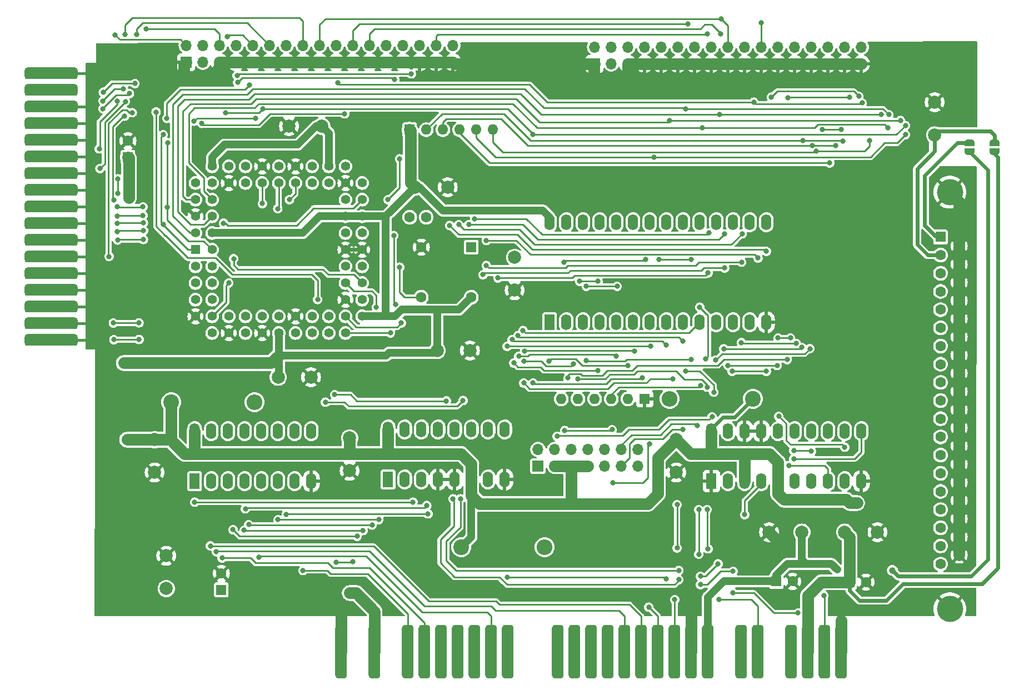
<source format=gbl>
%TF.GenerationSoftware,KiCad,Pcbnew,7.0.10*%
%TF.CreationDate,2025-04-22T11:17:34+12:00*%
%TF.ProjectId,isa_monster_fdc,6973615f-6d6f-46e7-9374-65725f666463,1.0*%
%TF.SameCoordinates,Original*%
%TF.FileFunction,Copper,L2,Bot*%
%TF.FilePolarity,Positive*%
%FSLAX46Y46*%
G04 Gerber Fmt 4.6, Leading zero omitted, Abs format (unit mm)*
G04 Created by KiCad (PCBNEW 7.0.10) date 2025-04-22 11:17:34*
%MOMM*%
%LPD*%
G01*
G04 APERTURE LIST*
G04 Aperture macros list*
%AMRoundRect*
0 Rectangle with rounded corners*
0 $1 Rounding radius*
0 $2 $3 $4 $5 $6 $7 $8 $9 X,Y pos of 4 corners*
0 Add a 4 corners polygon primitive as box body*
4,1,4,$2,$3,$4,$5,$6,$7,$8,$9,$2,$3,0*
0 Add four circle primitives for the rounded corners*
1,1,$1+$1,$2,$3*
1,1,$1+$1,$4,$5*
1,1,$1+$1,$6,$7*
1,1,$1+$1,$8,$9*
0 Add four rect primitives between the rounded corners*
20,1,$1+$1,$2,$3,$4,$5,0*
20,1,$1+$1,$4,$5,$6,$7,0*
20,1,$1+$1,$6,$7,$8,$9,0*
20,1,$1+$1,$8,$9,$2,$3,0*%
%AMFreePoly0*
4,1,19,0.500000,-0.750000,0.000000,-0.750000,0.000000,-0.744911,-0.071157,-0.744911,-0.207708,-0.704816,-0.327430,-0.627875,-0.420627,-0.520320,-0.479746,-0.390866,-0.500000,-0.250000,-0.500000,0.250000,-0.479746,0.390866,-0.420627,0.520320,-0.327430,0.627875,-0.207708,0.704816,-0.071157,0.744911,0.000000,0.744911,0.000000,0.750000,0.500000,0.750000,0.500000,-0.750000,0.500000,-0.750000,
$1*%
%AMFreePoly1*
4,1,19,0.000000,0.744911,0.071157,0.744911,0.207708,0.704816,0.327430,0.627875,0.420627,0.520320,0.479746,0.390866,0.500000,0.250000,0.500000,-0.250000,0.479746,-0.390866,0.420627,-0.520320,0.327430,-0.627875,0.207708,-0.704816,0.071157,-0.744911,0.000000,-0.744911,0.000000,-0.750000,-0.500000,-0.750000,-0.500000,0.750000,0.000000,0.750000,0.000000,0.744911,0.000000,0.744911,
$1*%
G04 Aperture macros list end*
%TA.AperFunction,ConnectorPad*%
%ADD10RoundRect,0.444500X-0.444500X-3.619500X0.444500X-3.619500X0.444500X3.619500X-0.444500X3.619500X0*%
%TD*%
%TA.AperFunction,ComponentPad*%
%ADD11C,2.000000*%
%TD*%
%TA.AperFunction,ComponentPad*%
%ADD12R,1.600000X1.600000*%
%TD*%
%TA.AperFunction,ComponentPad*%
%ADD13C,1.600000*%
%TD*%
%TA.AperFunction,ComponentPad*%
%ADD14O,1.600000X1.600000*%
%TD*%
%TA.AperFunction,ComponentPad*%
%ADD15C,2.400000*%
%TD*%
%TA.AperFunction,ComponentPad*%
%ADD16O,2.400000X2.400000*%
%TD*%
%TA.AperFunction,ComponentPad*%
%ADD17R,1.600000X2.400000*%
%TD*%
%TA.AperFunction,ComponentPad*%
%ADD18O,1.600000X2.400000*%
%TD*%
%TA.AperFunction,ComponentPad*%
%ADD19C,4.000000*%
%TD*%
%TA.AperFunction,ComponentPad*%
%ADD20R,1.700000X1.700000*%
%TD*%
%TA.AperFunction,ComponentPad*%
%ADD21O,1.700000X1.700000*%
%TD*%
%TA.AperFunction,ComponentPad*%
%ADD22R,1.422400X1.422400*%
%TD*%
%TA.AperFunction,ComponentPad*%
%ADD23C,1.422400*%
%TD*%
%TA.AperFunction,ConnectorPad*%
%ADD24RoundRect,0.444500X-3.619500X0.444500X-3.619500X-0.444500X3.619500X-0.444500X3.619500X0.444500X0*%
%TD*%
%TA.AperFunction,SMDPad,CuDef*%
%ADD25FreePoly0,90.000000*%
%TD*%
%TA.AperFunction,SMDPad,CuDef*%
%ADD26FreePoly1,90.000000*%
%TD*%
%TA.AperFunction,ViaPad*%
%ADD27C,0.800000*%
%TD*%
%TA.AperFunction,ViaPad*%
%ADD28C,1.000000*%
%TD*%
%TA.AperFunction,Conductor*%
%ADD29C,0.275000*%
%TD*%
%TA.AperFunction,Conductor*%
%ADD30C,0.400000*%
%TD*%
%TA.AperFunction,Conductor*%
%ADD31C,1.750000*%
%TD*%
%TA.AperFunction,Conductor*%
%ADD32C,1.200000*%
%TD*%
%TA.AperFunction,Conductor*%
%ADD33C,0.600000*%
%TD*%
G04 APERTURE END LIST*
D10*
%TO.P,BUS1,1,GND*%
%TO.N,GND*%
X185420000Y-145732500D03*
%TO.P,BUS1,2,RESET*%
%TO.N,/RESETDRV*%
X182880000Y-145732500D03*
%TO.P,BUS1,3,VCC*%
%TO.N,VCC*%
X180340000Y-145732500D03*
%TO.P,BUS1,4,IRQ2*%
%TO.N,unconnected-(BUS1-IRQ2-Pad4)*%
X177800000Y-145732500D03*
%TO.P,BUS1,6,DRQ2*%
%TO.N,/DRQ2*%
X172720000Y-145732500D03*
%TO.P,BUS1,7,-12V*%
%TO.N,unconnected-(BUS1--12V-Pad7)*%
X170180000Y-145732500D03*
%TO.P,BUS1,9,+12V*%
%TO.N,+12V*%
X165100000Y-145732500D03*
%TO.P,BUS1,10,GND*%
%TO.N,GND*%
X162560000Y-145732500D03*
%TO.P,BUS1,11,MEMW*%
%TO.N,/~{MEMW}*%
X160020000Y-145732500D03*
%TO.P,BUS1,12,MEMR*%
%TO.N,/~{MEMR}*%
X157480000Y-145732500D03*
%TO.P,BUS1,13,IOW*%
%TO.N,/~{IOW}*%
X154940000Y-145732500D03*
%TO.P,BUS1,14,IOR*%
%TO.N,/~{IOR}*%
X152400000Y-145732500D03*
%TO.P,BUS1,15,DACK3*%
%TO.N,unconnected-(BUS1-DACK3-Pad15)*%
X149860000Y-145732500D03*
%TO.P,BUS1,16,DRQ3*%
%TO.N,unconnected-(BUS1-DRQ3-Pad16)*%
X147320000Y-145732500D03*
%TO.P,BUS1,17,DACK1*%
%TO.N,unconnected-(BUS1-DACK1-Pad17)*%
X144780000Y-145732500D03*
%TO.P,BUS1,18,DRQ1*%
%TO.N,unconnected-(BUS1-DRQ1-Pad18)*%
X142240000Y-145732500D03*
%TO.P,BUS1,21,IRQ7*%
%TO.N,unconnected-(BUS1-IRQ7-Pad21)*%
X134620000Y-145732500D03*
%TO.P,BUS1,22,IRQ6*%
%TO.N,/IRQ6*%
X132080000Y-145732500D03*
%TO.P,BUS1,23,IRQ5*%
%TO.N,unconnected-(BUS1-IRQ5-Pad23)*%
X129540000Y-145732500D03*
%TO.P,BUS1,24,IRQ4*%
%TO.N,unconnected-(BUS1-IRQ4-Pad24)*%
X127000000Y-145732500D03*
%TO.P,BUS1,25,IRQ3*%
%TO.N,unconnected-(BUS1-IRQ3-Pad25)*%
X124460000Y-145732500D03*
%TO.P,BUS1,26,DACK2*%
%TO.N,/~{DACK2}*%
X121920000Y-145732500D03*
%TO.P,BUS1,27,TC*%
%TO.N,/TC*%
X119380000Y-145732500D03*
%TO.P,BUS1,29,VCC*%
%TO.N,VCC*%
X114300000Y-145732500D03*
%TO.P,BUS1,31,GND*%
%TO.N,GND*%
X109220000Y-145732500D03*
%TD*%
D11*
%TO.P,C7,1*%
%TO.N,VCC*%
X135636000Y-85638000D03*
%TO.P,C7,2*%
%TO.N,GND*%
X135636000Y-90638000D03*
%TD*%
%TO.P,C4,1*%
%TO.N,VCC*%
X160274000Y-113411000D03*
%TO.P,C4,2*%
%TO.N,GND*%
X160274000Y-118411000D03*
%TD*%
D12*
%TO.P,C13,1*%
%TO.N,VCC*%
X186690000Y-135128000D03*
D13*
%TO.P,C13,2*%
%TO.N,GND*%
X189190000Y-135128000D03*
%TD*%
D12*
%TO.P,RN1,1,common*%
%TO.N,VCC*%
X119634000Y-66167000D03*
D14*
%TO.P,RN1,2,R1*%
%TO.N,/TRK0_1*%
X122174000Y-66167000D03*
%TO.P,RN1,3,R2*%
%TO.N,/WP1*%
X124714000Y-66167000D03*
%TO.P,RN1,4,R3*%
%TO.N,/RDATA1*%
X127254000Y-66167000D03*
%TO.P,RN1,5,R4*%
%TO.N,/INDEX1*%
X129794000Y-66167000D03*
%TO.P,RN1,6,R5*%
%TO.N,/DSKCG1*%
X132334000Y-66167000D03*
%TD*%
D15*
%TO.P,R2,1*%
%TO.N,VCC*%
X127508000Y-129794000D03*
D16*
%TO.P,R2,2*%
%TO.N,Net-(JP3-Pin_1)*%
X140208000Y-129794000D03*
%TD*%
D17*
%TO.P,U4,1,G*%
%TO.N,GND*%
X165613000Y-119721000D03*
D18*
%TO.P,U4,2,P0*%
%TO.N,/A19*%
X168153000Y-119721000D03*
%TO.P,U4,3,R0*%
%TO.N,VCC*%
X170693000Y-119721000D03*
%TO.P,U4,4,P1*%
%TO.N,/A18*%
X173233000Y-119721000D03*
%TO.P,U4,5,R1*%
%TO.N,VCC*%
X175773000Y-119721000D03*
%TO.P,U4,6,P2*%
%TO.N,/A17*%
X178313000Y-119721000D03*
%TO.P,U4,7,R2*%
%TO.N,Net-(JP3-Pin_4)*%
X180853000Y-119721000D03*
%TO.P,U4,8,P3*%
%TO.N,/A16*%
X183393000Y-119721000D03*
%TO.P,U4,9,R3*%
%TO.N,Net-(JP3-Pin_6)*%
X185933000Y-119721000D03*
%TO.P,U4,10,GND*%
%TO.N,GND*%
X188473000Y-119721000D03*
%TO.P,U4,11,P4*%
%TO.N,/A15*%
X188473000Y-112101000D03*
%TO.P,U4,12,R4*%
%TO.N,Net-(JP3-Pin_8)*%
X185933000Y-112101000D03*
%TO.P,U4,13,P5*%
%TO.N,/A13*%
X183393000Y-112101000D03*
%TO.P,U4,14,R5*%
%TO.N,/ROM_A13*%
X180853000Y-112101000D03*
%TO.P,U4,15,P6*%
%TO.N,/A14*%
X178313000Y-112101000D03*
%TO.P,U4,16,R6*%
%TO.N,/ROM_A14*%
X175773000Y-112101000D03*
%TO.P,U4,17,P7*%
%TO.N,GND*%
X173233000Y-112101000D03*
%TO.P,U4,18,R7*%
X170693000Y-112101000D03*
%TO.P,U4,19,P=R*%
%TO.N,/~{ROM_CSI}*%
X168153000Y-112101000D03*
%TO.P,U4,20,VCC*%
%TO.N,VCC*%
X165613000Y-112101000D03*
%TD*%
D11*
%TO.P,C16,1*%
%TO.N,+12V*%
X179411000Y-127508000D03*
%TO.P,C16,2*%
%TO.N,GND*%
X174411000Y-127508000D03*
%TD*%
%TO.P,C10,1*%
%TO.N,Net-(JP2-B)*%
X199644000Y-66976000D03*
%TO.P,C10,2*%
%TO.N,GND*%
X199644000Y-61976000D03*
%TD*%
%TO.P,C5,1*%
%TO.N,VCC*%
X99608000Y-103886000D03*
%TO.P,C5,2*%
%TO.N,GND*%
X104608000Y-103886000D03*
%TD*%
D19*
%TO.P,J3,0,PAD*%
%TO.N,GND*%
X201953000Y-139192000D03*
X201953000Y-75692000D03*
D12*
%TO.P,J3,1,1*%
%TO.N,Net-(JP1-B)*%
X200533000Y-82512000D03*
D13*
%TO.P,J3,2,2*%
%TO.N,Net-(JP2-B)*%
X200533000Y-85282000D03*
%TO.P,J3,3,3*%
%TO.N,/DENSL1*%
X200533000Y-88052000D03*
%TO.P,J3,4,4*%
%TO.N,unconnected-(J3-Pad4)*%
X200533000Y-90822000D03*
%TO.P,J3,5,5*%
%TO.N,unconnected-(J3-Pad5)*%
X200533000Y-93592000D03*
%TO.P,J3,6,6*%
%TO.N,/INDEX1*%
X200533000Y-96362000D03*
%TO.P,J3,7,7*%
%TO.N,/ME_C*%
X200533000Y-99132000D03*
%TO.P,J3,8,8*%
%TO.N,/DS_D*%
X200533000Y-101902000D03*
%TO.P,J3,9,9*%
%TO.N,/DS_C*%
X200533000Y-104672000D03*
%TO.P,J3,10,10*%
%TO.N,/ME_D*%
X200533000Y-107442000D03*
%TO.P,J3,11,11*%
%TO.N,/DIR1*%
X200533000Y-110212000D03*
%TO.P,J3,12,12*%
%TO.N,/STEP1*%
X200533000Y-112982000D03*
%TO.P,J3,13,13*%
%TO.N,/WDATA1*%
X200533000Y-115752000D03*
%TO.P,J3,14,14*%
%TO.N,/WE1*%
X200533000Y-118522000D03*
%TO.P,J3,15,15*%
%TO.N,/TRK0_1*%
X200533000Y-121292000D03*
%TO.P,J3,16,16*%
%TO.N,/WP1*%
X200533000Y-124062000D03*
%TO.P,J3,17,17*%
%TO.N,/RDATA1*%
X200533000Y-126832000D03*
%TO.P,J3,18,18*%
%TO.N,/HDSEL1*%
X200533000Y-129602000D03*
%TO.P,J3,19,19*%
%TO.N,/DSKCG1*%
X200533000Y-132372000D03*
%TO.P,J3,20,20*%
%TO.N,GND*%
X203373000Y-83897000D03*
%TO.P,J3,21,21*%
X203373000Y-86667000D03*
%TO.P,J3,22,22*%
X203373000Y-89437000D03*
%TO.P,J3,23,23*%
X203373000Y-92207000D03*
%TO.P,J3,24,24*%
X203373000Y-94977000D03*
%TO.P,J3,25,25*%
X203373000Y-97747000D03*
%TO.P,J3,26,26*%
X203373000Y-100517000D03*
%TO.P,J3,27,27*%
X203373000Y-103287000D03*
%TO.P,J3,28,28*%
X203373000Y-106057000D03*
%TO.P,J3,29,29*%
X203373000Y-108827000D03*
%TO.P,J3,30,30*%
X203373000Y-111597000D03*
%TO.P,J3,31,31*%
X203373000Y-114367000D03*
%TO.P,J3,32,32*%
X203373000Y-117137000D03*
%TO.P,J3,33,33*%
X203373000Y-119907000D03*
%TO.P,J3,34,34*%
X203373000Y-122677000D03*
%TO.P,J3,35,35*%
X203373000Y-125447000D03*
%TO.P,J3,36,36*%
X203373000Y-128217000D03*
%TO.P,J3,37,37*%
X203373000Y-130987000D03*
%TD*%
D11*
%TO.P,C2,1*%
%TO.N,VCC*%
X80772000Y-113411000D03*
%TO.P,C2,2*%
%TO.N,GND*%
X80772000Y-118411000D03*
%TD*%
D17*
%TO.P,U3,1,A0*%
%TO.N,/A8*%
X86868000Y-119721000D03*
D18*
%TO.P,U3,2,A1*%
%TO.N,/A4*%
X89408000Y-119721000D03*
%TO.P,U3,3,A2*%
%TO.N,/A3*%
X91948000Y-119721000D03*
%TO.P,U3,4,E1*%
%TO.N,Net-(U2-O7)*%
X94488000Y-119721000D03*
%TO.P,U3,5,E2*%
%TO.N,/AEN*%
X97028000Y-119721000D03*
%TO.P,U3,6,E3*%
%TO.N,/A5*%
X99568000Y-119721000D03*
%TO.P,U3,7,O7*%
%TO.N,unconnected-(U3-O7-Pad7)*%
X102108000Y-119721000D03*
%TO.P,U3,8,GND*%
%TO.N,GND*%
X104648000Y-119721000D03*
%TO.P,U3,9,O6*%
%TO.N,unconnected-(U3-O6-Pad9)*%
X104648000Y-112101000D03*
%TO.P,U3,10,O5*%
%TO.N,unconnected-(U3-O5-Pad10)*%
X102108000Y-112101000D03*
%TO.P,U3,11,O4*%
%TO.N,unconnected-(U3-O4-Pad11)*%
X99568000Y-112101000D03*
%TO.P,U3,12,O3*%
%TO.N,/~{0x3F0}*%
X97028000Y-112101000D03*
%TO.P,U3,13,O2*%
%TO.N,unconnected-(U3-O2-Pad13)*%
X94488000Y-112101000D03*
%TO.P,U3,14,O1*%
%TO.N,unconnected-(U3-O1-Pad14)*%
X91948000Y-112101000D03*
%TO.P,U3,15,O0*%
%TO.N,unconnected-(U3-O0-Pad15)*%
X89408000Y-112101000D03*
%TO.P,U3,16,VCC*%
%TO.N,VCC*%
X86868000Y-112101000D03*
%TD*%
D12*
%TO.P,RN2,1,common*%
%TO.N,GND*%
X155448000Y-107188000D03*
D14*
%TO.P,RN2,2,R1*%
%TO.N,/ROM_A14*%
X152908000Y-107188000D03*
%TO.P,RN2,3,R2*%
%TO.N,Net-(JP3-Pin_4)*%
X150368000Y-107188000D03*
%TO.P,RN2,4,R3*%
%TO.N,/ROM_A13*%
X147828000Y-107188000D03*
%TO.P,RN2,5,R4*%
%TO.N,Net-(JP3-Pin_6)*%
X145288000Y-107188000D03*
%TO.P,RN2,6,R5*%
%TO.N,Net-(JP3-Pin_8)*%
X142748000Y-107188000D03*
%TD*%
D13*
%TO.P,C1,1*%
%TO.N,Net-(U1-HIFIL)*%
X119654000Y-79502000D03*
%TO.P,C1,2*%
%TO.N,Net-(U1-LOFIL)*%
X122154000Y-79502000D03*
%TD*%
D11*
%TO.P,C6,1*%
%TO.N,VCC*%
X106248200Y-65633600D03*
%TO.P,C6,2*%
%TO.N,GND*%
X101248200Y-65633600D03*
%TD*%
D20*
%TO.P,J1,1,Pin_1*%
%TO.N,GND*%
X85598000Y-55880000D03*
D21*
%TO.P,J1,2,Pin_2*%
%TO.N,/DENSL1*%
X85598000Y-53340000D03*
%TO.P,J1,3,Pin_3*%
%TO.N,unconnected-(J1-Pin_3-Pad3)*%
X88138000Y-55880000D03*
%TO.P,J1,4,Pin_4*%
%TO.N,unconnected-(J1-Pin_4-Pad4)*%
X88138000Y-53340000D03*
%TO.P,J1,5,Pin_5*%
%TO.N,GND*%
X90678000Y-55880000D03*
%TO.P,J1,6,Pin_6*%
%TO.N,/DRATE1*%
X90678000Y-53340000D03*
%TO.P,J1,7,Pin_7*%
%TO.N,GND*%
X93218000Y-55880000D03*
%TO.P,J1,8,Pin_8*%
%TO.N,/INDEX1*%
X93218000Y-53340000D03*
%TO.P,J1,9,Pin_9*%
%TO.N,GND*%
X95758000Y-55880000D03*
%TO.P,J1,10,Pin_10*%
%TO.N,/ME_A*%
X95758000Y-53340000D03*
%TO.P,J1,11,Pin_11*%
%TO.N,GND*%
X98298000Y-55880000D03*
%TO.P,J1,12,Pin_12*%
%TO.N,/DS_B*%
X98298000Y-53340000D03*
%TO.P,J1,13,Pin_13*%
%TO.N,GND*%
X100838000Y-55880000D03*
%TO.P,J1,14,Pin_14*%
%TO.N,/DS_A*%
X100838000Y-53340000D03*
%TO.P,J1,15,Pin_15*%
%TO.N,GND*%
X103378000Y-55880000D03*
%TO.P,J1,16,Pin_16*%
%TO.N,/ME_B*%
X103378000Y-53340000D03*
%TO.P,J1,17,Pin_17*%
%TO.N,GND*%
X105918000Y-55880000D03*
%TO.P,J1,18,Pin_18*%
%TO.N,/DIR1*%
X105918000Y-53340000D03*
%TO.P,J1,19,Pin_19*%
%TO.N,GND*%
X108458000Y-55880000D03*
%TO.P,J1,20,Pin_20*%
%TO.N,/STEP1*%
X108458000Y-53340000D03*
%TO.P,J1,21,Pin_21*%
%TO.N,GND*%
X110998000Y-55880000D03*
%TO.P,J1,22,Pin_22*%
%TO.N,/WDATA1*%
X110998000Y-53340000D03*
%TO.P,J1,23,Pin_23*%
%TO.N,GND*%
X113538000Y-55880000D03*
%TO.P,J1,24,Pin_24*%
%TO.N,/WE1*%
X113538000Y-53340000D03*
%TO.P,J1,25,Pin_25*%
%TO.N,GND*%
X116078000Y-55880000D03*
%TO.P,J1,26,Pin_26*%
%TO.N,/TRK0_1*%
X116078000Y-53340000D03*
%TO.P,J1,27,Pin_27*%
%TO.N,GND*%
X118618000Y-55880000D03*
%TO.P,J1,28,Pin_28*%
%TO.N,/WP1*%
X118618000Y-53340000D03*
%TO.P,J1,29,Pin_29*%
%TO.N,GND*%
X121158000Y-55880000D03*
%TO.P,J1,30,Pin_30*%
%TO.N,/RDATA1*%
X121158000Y-53340000D03*
%TO.P,J1,31,Pin_31*%
%TO.N,GND*%
X123698000Y-55880000D03*
%TO.P,J1,32,Pin_32*%
%TO.N,/HDSEL1*%
X123698000Y-53340000D03*
%TO.P,J1,33,Pin_33*%
%TO.N,GND*%
X126238000Y-55880000D03*
%TO.P,J1,34,Pin_34*%
%TO.N,/DSKCG1*%
X126238000Y-53340000D03*
%TD*%
D11*
%TO.P,C11,1*%
%TO.N,VCC*%
X82550000Y-136104000D03*
%TO.P,C11,2*%
%TO.N,GND*%
X82550000Y-131104000D03*
%TD*%
D20*
%TO.P,JP3,1,Pin_1*%
%TO.N,Net-(JP3-Pin_1)*%
X139192000Y-117435000D03*
D21*
%TO.P,JP3,2,Pin_2*%
%TO.N,/~{ROM_CSI}*%
X139192000Y-114895000D03*
%TO.P,JP3,3,Pin_3*%
%TO.N,VCC*%
X141732000Y-117435000D03*
%TO.P,JP3,4,Pin_4*%
%TO.N,Net-(JP3-Pin_4)*%
X141732000Y-114895000D03*
%TO.P,JP3,5,Pin_5*%
%TO.N,VCC*%
X144272000Y-117435000D03*
%TO.P,JP3,6,Pin_6*%
%TO.N,Net-(JP3-Pin_6)*%
X144272000Y-114895000D03*
%TO.P,JP3,7,Pin_7*%
%TO.N,VCC*%
X146812000Y-117435000D03*
%TO.P,JP3,8,Pin_8*%
%TO.N,Net-(JP3-Pin_8)*%
X146812000Y-114895000D03*
%TO.P,JP3,9,Pin_9*%
%TO.N,/A13*%
X149352000Y-117435000D03*
%TO.P,JP3,10,Pin_10*%
%TO.N,/ROM_A13*%
X149352000Y-114895000D03*
%TO.P,JP3,11,Pin_11*%
%TO.N,/A14*%
X151892000Y-117435000D03*
%TO.P,JP3,12,Pin_12*%
%TO.N,/ROM_A14*%
X151892000Y-114895000D03*
%TO.P,JP3,13,Pin_13*%
%TO.N,/~{MEMW}*%
X154432000Y-117435000D03*
%TO.P,JP3,14,Pin_14*%
%TO.N,Net-(JP3-Pin_14)*%
X154432000Y-114895000D03*
%TD*%
D17*
%TO.P,U2,1,A0*%
%TO.N,/A6*%
X116347000Y-119467000D03*
D18*
%TO.P,U2,2,A1*%
%TO.N,/A7*%
X118887000Y-119467000D03*
%TO.P,U2,3,A2*%
%TO.N,/A9*%
X121427000Y-119467000D03*
%TO.P,U2,4,E1*%
%TO.N,GND*%
X123967000Y-119467000D03*
%TO.P,U2,5,E2*%
X126507000Y-119467000D03*
%TO.P,U2,6,E3*%
%TO.N,VCC*%
X129047000Y-119467000D03*
%TO.P,U2,7,O7*%
%TO.N,Net-(U2-O7)*%
X131587000Y-119467000D03*
%TO.P,U2,8,GND*%
%TO.N,GND*%
X134127000Y-119467000D03*
%TO.P,U2,9,O6*%
%TO.N,unconnected-(U2-O6-Pad9)*%
X134127000Y-111847000D03*
%TO.P,U2,10,O5*%
%TO.N,unconnected-(U2-O5-Pad10)*%
X131587000Y-111847000D03*
%TO.P,U2,11,O4*%
%TO.N,unconnected-(U2-O4-Pad11)*%
X129047000Y-111847000D03*
%TO.P,U2,12,O3*%
%TO.N,unconnected-(U2-O3-Pad12)*%
X126507000Y-111847000D03*
%TO.P,U2,13,O2*%
%TO.N,unconnected-(U2-O2-Pad13)*%
X123967000Y-111847000D03*
%TO.P,U2,14,O1*%
%TO.N,unconnected-(U2-O1-Pad14)*%
X121427000Y-111847000D03*
%TO.P,U2,15,O0*%
%TO.N,unconnected-(U2-O0-Pad15)*%
X118887000Y-111847000D03*
%TO.P,U2,16,VCC*%
%TO.N,VCC*%
X116347000Y-111847000D03*
%TD*%
D11*
%TO.P,C9,1*%
%TO.N,VCC*%
X123825000Y-99822000D03*
%TO.P,C9,2*%
%TO.N,GND*%
X128825000Y-99822000D03*
%TD*%
%TO.P,C8,1*%
%TO.N,VCC*%
X120436000Y-74930000D03*
%TO.P,C8,2*%
%TO.N,GND*%
X125436000Y-74930000D03*
%TD*%
%TO.P,C12,1*%
%TO.N,VCC*%
X185928000Y-127508000D03*
%TO.P,C12,2*%
%TO.N,GND*%
X190928000Y-127508000D03*
%TD*%
%TO.P,C3,1*%
%TO.N,VCC*%
X110490000Y-113157000D03*
%TO.P,C3,2*%
%TO.N,GND*%
X110490000Y-118157000D03*
%TD*%
D22*
%TO.P,U1,1,WP*%
%TO.N,/WP1*%
X86995000Y-84455000D03*
D23*
%TO.P,U1,2,TRK0*%
%TO.N,/TRK0_1*%
X89535000Y-84455000D03*
%TO.P,U1,3,~{DACK}*%
%TO.N,/~{DACK2}*%
X86995000Y-86995000D03*
%TO.P,U1,4,~{RD}*%
%TO.N,/~{IOR}*%
X89535000Y-86995000D03*
%TO.P,U1,5,~{WR}*%
%TO.N,/~{IOW}*%
X86995000Y-89535000D03*
%TO.P,U1,6,CS*%
%TO.N,/~{0x3F0}*%
X89535000Y-89535000D03*
%TO.P,U1,7,A0*%
%TO.N,/A0*%
X86995000Y-92075000D03*
%TO.P,U1,8,A1*%
%TO.N,/A1*%
X89535000Y-92075000D03*
%TO.P,U1,9,GND*%
%TO.N,GND*%
X86995000Y-94615000D03*
%TO.P,U1,10,A2*%
%TO.N,/A2*%
X89535000Y-97155000D03*
%TO.P,U1,11,DB0*%
%TO.N,/D0*%
X89535000Y-94615000D03*
%TO.P,U1,12,GND*%
%TO.N,GND*%
X92075000Y-97155000D03*
%TO.P,U1,13,DB1*%
%TO.N,/D1*%
X92075000Y-94615000D03*
%TO.P,U1,14,DB2*%
%TO.N,/D2*%
X94615000Y-97155000D03*
%TO.P,U1,15,DB3*%
%TO.N,/D3*%
X94615000Y-94615000D03*
%TO.P,U1,16,GND*%
%TO.N,GND*%
X97155000Y-97155000D03*
%TO.P,U1,17,DB4*%
%TO.N,/D4*%
X97155000Y-94615000D03*
%TO.P,U1,18,VCC*%
%TO.N,VCC*%
X99695000Y-97155000D03*
%TO.P,U1,19,DB5*%
%TO.N,/D5*%
X99695000Y-94615000D03*
%TO.P,U1,20,DB6*%
%TO.N,/D6*%
X102235000Y-97155000D03*
%TO.P,U1,21,GND*%
%TO.N,GND*%
X102235000Y-94615000D03*
%TO.P,U1,22,DB7*%
%TO.N,/D7*%
X104775000Y-97155000D03*
%TO.P,U1,23,INT*%
%TO.N,/IRQ6*%
X104775000Y-94615000D03*
%TO.P,U1,24,DRQ*%
%TO.N,/DRQ2*%
X107315000Y-97155000D03*
%TO.P,U1,25,TC*%
%TO.N,/TC*%
X107315000Y-94615000D03*
%TO.P,U1,26,INDX*%
%TO.N,/INDEX1*%
X109855000Y-97155000D03*
%TO.P,U1,27,IDENT*%
%TO.N,VCC*%
X112395000Y-94615000D03*
%TO.P,U1,28,DRATE0*%
%TO.N,/DRATE1*%
X109855000Y-94615000D03*
%TO.P,U1,29,DRATE1*%
%TO.N,unconnected-(U1-DRATE1-Pad29)*%
X112395000Y-92075000D03*
%TO.P,U1,30,DRV2*%
%TO.N,GND*%
X109855000Y-92075000D03*
%TO.P,U1,31,DSKCHG*%
%TO.N,/DSKCG1*%
X112395000Y-89535000D03*
%TO.P,U1,32,RESET*%
%TO.N,/RESETDRV*%
X109855000Y-89535000D03*
%TO.P,U1,33,X1*%
%TO.N,/FDC_CLK*%
X112395000Y-86995000D03*
%TO.P,U1,34,X2*%
%TO.N,unconnected-(U1-X2-Pad34)*%
X109855000Y-86995000D03*
%TO.P,U1,35,~{INVERT}*%
%TO.N,GND*%
X112395000Y-84455000D03*
%TO.P,U1,36,GND*%
X109855000Y-84455000D03*
%TO.P,U1,37,LOFIL*%
%TO.N,Net-(U1-LOFIL)*%
X112395000Y-81915000D03*
%TO.P,U1,38,HIFIL*%
%TO.N,Net-(U1-HIFIL)*%
X109855000Y-81915000D03*
%TO.P,U1,39,PLL0*%
%TO.N,VCC*%
X112395000Y-79375000D03*
%TO.P,U1,40,VCC*%
X109855000Y-79375000D03*
%TO.P,U1,41,RDDATA*%
%TO.N,/RDATA1*%
X112395000Y-76835000D03*
%TO.P,U1,42,NC*%
%TO.N,unconnected-(U1-NC-Pad42)*%
X109855000Y-76835000D03*
%TO.P,U1,43,NC*%
%TO.N,unconnected-(U1-NC-Pad43)*%
X112395000Y-74295000D03*
%TO.P,U1,44,NC*%
%TO.N,unconnected-(U1-NC-Pad44)*%
X109855000Y-71755000D03*
%TO.P,U1,45,AVSS*%
%TO.N,GND*%
X109855000Y-74295000D03*
%TO.P,U1,46,AVCC*%
%TO.N,VCC*%
X107315000Y-71755000D03*
%TO.P,U1,47,NC*%
%TO.N,unconnected-(U1-NC-Pad47)*%
X107315000Y-74295000D03*
%TO.P,U1,48,MFM*%
%TO.N,unconnected-(U1-MFM-Pad48)*%
X104775000Y-71755000D03*
%TO.P,U1,49,DENSEL*%
%TO.N,/DENSL1*%
X104775000Y-74295000D03*
%TO.P,U1,50,GND*%
%TO.N,GND*%
X102235000Y-71755000D03*
%TO.P,U1,51,HDSEL*%
%TO.N,/HDSEL1*%
X102235000Y-74295000D03*
%TO.P,U1,52,WE*%
%TO.N,/WE1*%
X99695000Y-71755000D03*
%TO.P,U1,53,WRDATA*%
%TO.N,/WDATA1*%
X99695000Y-74295000D03*
%TO.P,U1,54,GND*%
%TO.N,GND*%
X97155000Y-71755000D03*
%TO.P,U1,55,STEP*%
%TO.N,/STEP1*%
X97155000Y-74295000D03*
%TO.P,U1,56,DIR*%
%TO.N,/DIR1*%
X94615000Y-71755000D03*
%TO.P,U1,57,ME0*%
%TO.N,/ME_A*%
X94615000Y-74295000D03*
%TO.P,U1,58,DS0*%
%TO.N,/DS_A*%
X92075000Y-71755000D03*
%TO.P,U1,59,GND*%
%TO.N,GND*%
X92075000Y-74295000D03*
%TO.P,U1,60,VCC*%
%TO.N,VCC*%
X89535000Y-71755000D03*
%TO.P,U1,61,ME1*%
%TO.N,/ME_B*%
X86995000Y-74295000D03*
%TO.P,U1,62,DS1*%
%TO.N,/DS_B*%
X89535000Y-74295000D03*
%TO.P,U1,63,ME2*%
%TO.N,/ME_C*%
X86995000Y-76835000D03*
%TO.P,U1,64,DS2*%
%TO.N,/DS_C*%
X89535000Y-76835000D03*
%TO.P,U1,65,GND*%
%TO.N,GND*%
X86995000Y-79375000D03*
%TO.P,U1,66,ME3*%
%TO.N,/ME_D*%
X89535000Y-79375000D03*
%TO.P,U1,67,DS3*%
%TO.N,/DS_D*%
X86995000Y-81915000D03*
%TO.P,U1,68,VCC*%
%TO.N,VCC*%
X89535000Y-81915000D03*
%TD*%
D12*
%TO.P,C15,1*%
%TO.N,VCC*%
X90932000Y-136280651D03*
D13*
%TO.P,C15,2*%
%TO.N,GND*%
X90932000Y-133780651D03*
%TD*%
D12*
%TO.P,C17,1*%
%TO.N,+12V*%
X175504349Y-135001000D03*
D13*
%TO.P,C17,2*%
%TO.N,GND*%
X178004349Y-135001000D03*
%TD*%
D12*
%TO.P,C14,1*%
%TO.N,VCC*%
X76708000Y-70358000D03*
D13*
%TO.P,C14,2*%
%TO.N,GND*%
X76708000Y-67858000D03*
%TD*%
D24*
%TO.P,J4,1,Pin_1*%
%TO.N,GND*%
X64996200Y-57541000D03*
%TO.P,J4,3,Pin_3*%
%TO.N,unconnected-(J4-Pin_3-Pad3)*%
X64996200Y-60081000D03*
%TO.P,J4,5,Pin_5*%
%TO.N,GND*%
X64996200Y-62621000D03*
%TO.P,J4,7,Pin_7*%
X64996200Y-65161000D03*
%TO.P,J4,9,Pin_9*%
X64996200Y-67701000D03*
%TO.P,J4,11,Pin_11*%
X64996200Y-70241000D03*
%TO.P,J4,13,Pin_13*%
X64996200Y-72781000D03*
%TO.P,J4,15,Pin_15*%
X64996200Y-75321000D03*
%TO.P,J4,17,Pin_17*%
X64996200Y-77861000D03*
%TO.P,J4,19,Pin_19*%
X64996200Y-80401000D03*
%TO.P,J4,21,Pin_21*%
X64996200Y-82941000D03*
%TO.P,J4,23,Pin_23*%
X64996200Y-85481000D03*
%TO.P,J4,25,Pin_25*%
X64996200Y-88021000D03*
%TO.P,J4,27,Pin_27*%
X64996200Y-90561000D03*
%TO.P,J4,29,Pin_29*%
X64996200Y-93101000D03*
%TO.P,J4,31,Pin_31*%
X64996200Y-95641000D03*
%TO.P,J4,33,Pin_33*%
X64996200Y-98181000D03*
%TD*%
D12*
%TO.P,X1,1,EN*%
%TO.N,unconnected-(X1-EN-Pad1)*%
X129032000Y-84074000D03*
D13*
%TO.P,X1,4,GND*%
%TO.N,GND*%
X121412000Y-84074000D03*
%TO.P,X1,5,OUT*%
%TO.N,/FDC_CLK*%
X121412000Y-91694000D03*
%TO.P,X1,8,Vcc*%
%TO.N,VCC*%
X129032000Y-91694000D03*
%TD*%
D15*
%TO.P,R1,1*%
%TO.N,VCC*%
X83312000Y-107696000D03*
D16*
%TO.P,R1,2*%
%TO.N,/~{0x3F0}*%
X96012000Y-107696000D03*
%TD*%
D20*
%TO.P,J2,1,Pin_1*%
%TO.N,GND*%
X147828000Y-56134000D03*
D21*
%TO.P,J2,2,Pin_2*%
%TO.N,/DENSL1*%
X147828000Y-53594000D03*
%TO.P,J2,3,Pin_3*%
%TO.N,unconnected-(J2-Pin_3-Pad3)*%
X150368000Y-56134000D03*
%TO.P,J2,4,Pin_4*%
%TO.N,unconnected-(J2-Pin_4-Pad4)*%
X150368000Y-53594000D03*
%TO.P,J2,5,Pin_5*%
%TO.N,GND*%
X152908000Y-56134000D03*
%TO.P,J2,6,Pin_6*%
%TO.N,/DRATE1*%
X152908000Y-53594000D03*
%TO.P,J2,7,Pin_7*%
%TO.N,GND*%
X155448000Y-56134000D03*
%TO.P,J2,8,Pin_8*%
%TO.N,/INDEX1*%
X155448000Y-53594000D03*
%TO.P,J2,9,Pin_9*%
%TO.N,GND*%
X157988000Y-56134000D03*
%TO.P,J2,10,Pin_10*%
%TO.N,/ME_C*%
X157988000Y-53594000D03*
%TO.P,J2,11,Pin_11*%
%TO.N,GND*%
X160528000Y-56134000D03*
%TO.P,J2,12,Pin_12*%
%TO.N,/DS_D*%
X160528000Y-53594000D03*
%TO.P,J2,13,Pin_13*%
%TO.N,GND*%
X163068000Y-56134000D03*
%TO.P,J2,14,Pin_14*%
%TO.N,/DS_C*%
X163068000Y-53594000D03*
%TO.P,J2,15,Pin_15*%
%TO.N,GND*%
X165608000Y-56134000D03*
%TO.P,J2,16,Pin_16*%
%TO.N,/ME_D*%
X165608000Y-53594000D03*
%TO.P,J2,17,Pin_17*%
%TO.N,GND*%
X168148000Y-56134000D03*
%TO.P,J2,18,Pin_18*%
%TO.N,/DIR1*%
X168148000Y-53594000D03*
%TO.P,J2,19,Pin_19*%
%TO.N,GND*%
X170688000Y-56134000D03*
%TO.P,J2,20,Pin_20*%
%TO.N,/STEP1*%
X170688000Y-53594000D03*
%TO.P,J2,21,Pin_21*%
%TO.N,GND*%
X173228000Y-56134000D03*
%TO.P,J2,22,Pin_22*%
%TO.N,/WDATA1*%
X173228000Y-53594000D03*
%TO.P,J2,23,Pin_23*%
%TO.N,GND*%
X175768000Y-56134000D03*
%TO.P,J2,24,Pin_24*%
%TO.N,/WE1*%
X175768000Y-53594000D03*
%TO.P,J2,25,Pin_25*%
%TO.N,GND*%
X178308000Y-56134000D03*
%TO.P,J2,26,Pin_26*%
%TO.N,/TRK0_1*%
X178308000Y-53594000D03*
%TO.P,J2,27,Pin_27*%
%TO.N,GND*%
X180848000Y-56134000D03*
%TO.P,J2,28,Pin_28*%
%TO.N,/WP1*%
X180848000Y-53594000D03*
%TO.P,J2,29,Pin_29*%
%TO.N,GND*%
X183388000Y-56134000D03*
%TO.P,J2,30,Pin_30*%
%TO.N,/RDATA1*%
X183388000Y-53594000D03*
%TO.P,J2,31,Pin_31*%
%TO.N,GND*%
X185928000Y-56134000D03*
%TO.P,J2,32,Pin_32*%
%TO.N,/HDSEL1*%
X185928000Y-53594000D03*
%TO.P,J2,33,Pin_33*%
%TO.N,GND*%
X188468000Y-56134000D03*
%TO.P,J2,34,Pin_34*%
%TO.N,/DSKCG1*%
X188468000Y-53594000D03*
%TD*%
D15*
%TO.P,R3,1*%
%TO.N,VCC*%
X171958000Y-107188000D03*
D16*
%TO.P,R3,2*%
%TO.N,Net-(JP3-Pin_14)*%
X159258000Y-107188000D03*
%TD*%
D17*
%TO.P,U5,1,A14*%
%TO.N,/ROM_A14*%
X140970000Y-95504000D03*
D18*
%TO.P,U5,2,A12*%
%TO.N,/A12*%
X143510000Y-95504000D03*
%TO.P,U5,3,A7*%
%TO.N,/A7*%
X146050000Y-95504000D03*
%TO.P,U5,4,A6*%
%TO.N,/A6*%
X148590000Y-95504000D03*
%TO.P,U5,5,A5*%
%TO.N,/A5*%
X151130000Y-95504000D03*
%TO.P,U5,6,A4*%
%TO.N,/A4*%
X153670000Y-95504000D03*
%TO.P,U5,7,A3*%
%TO.N,/A3*%
X156210000Y-95504000D03*
%TO.P,U5,8,A2*%
%TO.N,/A2*%
X158750000Y-95504000D03*
%TO.P,U5,9,A1*%
%TO.N,/A1*%
X161290000Y-95504000D03*
%TO.P,U5,10,A0*%
%TO.N,/A0*%
X163830000Y-95504000D03*
%TO.P,U5,11,DQ0*%
%TO.N,/D0*%
X166370000Y-95504000D03*
%TO.P,U5,12,DQ1*%
%TO.N,/D1*%
X168910000Y-95504000D03*
%TO.P,U5,13,DQ2*%
%TO.N,/D2*%
X171450000Y-95504000D03*
%TO.P,U5,14,GND*%
%TO.N,GND*%
X173990000Y-95504000D03*
%TO.P,U5,15,DQ3*%
%TO.N,/D3*%
X173990000Y-80264000D03*
%TO.P,U5,16,DQ4*%
%TO.N,/D4*%
X171450000Y-80264000D03*
%TO.P,U5,17,DQ5*%
%TO.N,/D5*%
X168910000Y-80264000D03*
%TO.P,U5,18,DQ6*%
%TO.N,/D6*%
X166370000Y-80264000D03*
%TO.P,U5,19,DQ7*%
%TO.N,/D7*%
X163830000Y-80264000D03*
%TO.P,U5,20,~{CE}*%
%TO.N,Net-(JP3-Pin_1)*%
X161290000Y-80264000D03*
%TO.P,U5,21,A10*%
%TO.N,/A10*%
X158750000Y-80264000D03*
%TO.P,U5,22,~{OE}*%
%TO.N,/~{MEMR}*%
X156210000Y-80264000D03*
%TO.P,U5,23,A11*%
%TO.N,/A11*%
X153670000Y-80264000D03*
%TO.P,U5,24,A9*%
%TO.N,/A9*%
X151130000Y-80264000D03*
%TO.P,U5,25,A8*%
%TO.N,/A8*%
X148590000Y-80264000D03*
%TO.P,U5,26,A13*%
%TO.N,/ROM_A13*%
X146050000Y-80264000D03*
%TO.P,U5,27,~{WE}*%
%TO.N,Net-(JP3-Pin_14)*%
X143510000Y-80264000D03*
%TO.P,U5,28,VCC*%
%TO.N,VCC*%
X140970000Y-80264000D03*
%TD*%
D25*
%TO.P,JP1,1,A*%
%TO.N,+12V*%
X204978000Y-69484000D03*
D26*
%TO.P,JP1,2,B*%
%TO.N,Net-(JP1-B)*%
X204978000Y-68184000D03*
%TD*%
D25*
%TO.P,JP2,1,A*%
%TO.N,VCC*%
X208788000Y-69484000D03*
D26*
%TO.P,JP2,2,B*%
%TO.N,Net-(JP2-B)*%
X208788000Y-68184000D03*
%TD*%
D27*
%TO.N,/A0*%
X136906000Y-96774000D03*
%TO.N,/A1*%
X110998000Y-132016000D03*
X108458000Y-132080000D03*
X136144000Y-97536000D03*
X161290000Y-98425000D03*
%TO.N,/A10*%
X137033000Y-104775000D03*
X159766000Y-104140000D03*
%TO.N,/A11*%
X155067000Y-104012500D03*
X138430000Y-104775000D03*
%TO.N,/A13*%
X168148000Y-102108000D03*
X156210000Y-114046000D03*
X175641000Y-102108000D03*
X150622000Y-120015000D03*
%TO.N,/A14*%
X161290000Y-111887000D03*
%TO.N,/A15*%
X178181000Y-116332000D03*
%TO.N,/A16*%
X177419000Y-117348000D03*
%TO.N,/A18*%
X170688000Y-124841000D03*
%TO.N,/A19*%
X165100000Y-130048000D03*
X164973000Y-124079000D03*
%TO.N,/A2*%
X92710000Y-127127000D03*
X111633000Y-128143000D03*
X158750000Y-98996000D03*
X135255000Y-98171000D03*
%TO.N,/A3*%
X134493000Y-99187500D03*
X156337000Y-99187000D03*
X112522000Y-127254000D03*
X94424500Y-127190500D03*
%TO.N,/A4*%
X113919000Y-126428000D03*
X137159500Y-99887341D03*
X95123000Y-126365000D03*
X153924000Y-99887341D03*
%TO.N,/A5*%
X151130000Y-100711000D03*
X136271000Y-100711000D03*
X99568000Y-125603000D03*
X114935000Y-125603000D03*
%TO.N,/A6*%
X148336000Y-102870000D03*
X135509000Y-101727000D03*
%TO.N,/A7*%
X137033000Y-101473000D03*
X144621831Y-101885169D03*
%TO.N,/A8*%
X145542000Y-89281000D03*
X120142000Y-122936000D03*
X86868000Y-122936000D03*
X148336000Y-89281000D03*
%TO.N,/A9*%
X151257000Y-90043000D03*
X146558000Y-90043000D03*
%TO.N,/AEN*%
X158750000Y-134620000D03*
X100838000Y-124778000D03*
X134493000Y-134366000D03*
X122428000Y-124714000D03*
%TO.N,/D0*%
X129540000Y-79756000D03*
X92075000Y-89535000D03*
X165227000Y-81915000D03*
%TO.N,/D1*%
X167640000Y-82042000D03*
X128651000Y-80645000D03*
%TO.N,/D2*%
X170307000Y-82042000D03*
X127127000Y-80645000D03*
%TO.N,/D3*%
X173990000Y-84709000D03*
X125730000Y-80772000D03*
%TO.N,/D4*%
X172720000Y-85725000D03*
X175768000Y-97917000D03*
X177673000Y-97917000D03*
X131318000Y-83058000D03*
%TO.N,/D5*%
X178562000Y-98742000D03*
X170225000Y-86360000D03*
X131318000Y-86868000D03*
X170180000Y-98616000D03*
%TO.N,/D6*%
X130810000Y-88265000D03*
X167513000Y-99568000D03*
X179405713Y-99333375D03*
X167640000Y-87249000D03*
%TO.N,/D7*%
X166243000Y-101283000D03*
X133096000Y-88773000D03*
X165100000Y-88011000D03*
X180625169Y-99536831D03*
%TO.N,/DRQ2*%
X160655000Y-133350000D03*
X127381000Y-122428000D03*
X166624000Y-132334000D03*
X127762000Y-107442000D03*
X166751000Y-137795000D03*
X163957000Y-134239000D03*
X106807000Y-107696000D03*
%TO.N,/IRQ6*%
X96647000Y-131318000D03*
%TO.N,/TC*%
X103378000Y-133350000D03*
%TO.N,/~{DACK2}*%
X91059000Y-131445000D03*
%TO.N,/~{IOR}*%
X90170000Y-130492000D03*
%TO.N,/~{IOW}*%
X89281000Y-129604000D03*
%TO.N,/~{MEMR}*%
X165989000Y-106172500D03*
X156083000Y-138938000D03*
X157607000Y-85979000D03*
X162560000Y-85979000D03*
X161734500Y-102933500D03*
X160389136Y-129909136D03*
X163830000Y-93218000D03*
X164719000Y-101092000D03*
X160401000Y-123317000D03*
%TO.N,/~{MEMW}*%
X163703000Y-130873000D03*
X163703000Y-124079000D03*
X160020000Y-137795000D03*
D28*
%TO.N,GND*%
X185420000Y-139510000D03*
D27*
X176784000Y-129921000D03*
D28*
%TO.N,VCC*%
X110499651Y-136779000D03*
X76581000Y-113411000D03*
X187833000Y-123063000D03*
X76835000Y-76581000D03*
X76073000Y-101727000D03*
%TO.N,+12V*%
X184785000Y-133223000D03*
X193199000Y-133318000D03*
D27*
%TO.N,/RESETDRV*%
X182753000Y-137160000D03*
X160655000Y-134747000D03*
X168910000Y-133477000D03*
X125222000Y-107506000D03*
X108204000Y-106553000D03*
X178816000Y-139827000D03*
X163957000Y-135509000D03*
X126238000Y-122428000D03*
X114554000Y-93218000D03*
X168910000Y-136779000D03*
%TO.N,/DSKCG1*%
X74573000Y-98171000D03*
X92837000Y-85826600D03*
X189738000Y-67818000D03*
X181610000Y-69469000D03*
X78409800Y-98145600D03*
%TO.N,/HDSEL1*%
X78384400Y-95605600D03*
X101320600Y-76835000D03*
X185420000Y-66167000D03*
X182499000Y-66167000D03*
X74498200Y-95631000D03*
X164973000Y-51562000D03*
%TO.N,/RDATA1*%
X116332000Y-76835000D03*
X75133200Y-82981800D03*
X79070200Y-82905600D03*
X118110000Y-70612000D03*
X183642000Y-71247000D03*
X91287600Y-80416400D03*
%TO.N,/WP1*%
X184531000Y-68580000D03*
X82067400Y-80619600D03*
X93345000Y-57912000D03*
X82067400Y-66929000D03*
X119888000Y-57658000D03*
X180975000Y-68580000D03*
X79095600Y-81534000D03*
X75056127Y-81677734D03*
%TO.N,/TRK0_1*%
X79070200Y-80340200D03*
X117348000Y-58547000D03*
X75058564Y-80458553D03*
X185674000Y-67945000D03*
X93434108Y-58963671D03*
X82677000Y-77978000D03*
X179578000Y-67818000D03*
X82803500Y-68148200D03*
%TO.N,/WE1*%
X73832031Y-85476769D03*
X109728000Y-63754500D03*
X177292000Y-61341000D03*
X167005000Y-51562000D03*
X87985600Y-65201800D03*
X186690000Y-61214000D03*
X77368400Y-63576200D03*
%TO.N,/WDATA1*%
X75057000Y-79298800D03*
X162052000Y-50038000D03*
X174752000Y-61214000D03*
X188087000Y-61087000D03*
X173228000Y-49911000D03*
X99542600Y-78206600D03*
X78994000Y-79222600D03*
%TO.N,/STEP1*%
X108712000Y-59055000D03*
X172085000Y-61976000D03*
X188595000Y-62103000D03*
X97205800Y-77419200D03*
X78994500Y-77927200D03*
X75057000Y-77927200D03*
%TO.N,/DIR1*%
X76174600Y-64109600D03*
X96139000Y-64414400D03*
X86766400Y-64871600D03*
X74599800Y-76885800D03*
X167132000Y-49276000D03*
%TO.N,/INDEX1*%
X117475000Y-92837000D03*
X156845000Y-70358000D03*
X117216000Y-82296000D03*
X116713000Y-97155000D03*
X72898000Y-61772800D03*
X76022200Y-59944000D03*
X195199500Y-66929000D03*
%TO.N,/DENSL1*%
X91567000Y-63627000D03*
X195199500Y-65532000D03*
X74726300Y-51714400D03*
X97282500Y-62992000D03*
X138430000Y-66929000D03*
%TO.N,/ME_C*%
X194437000Y-64770000D03*
X159258000Y-64770000D03*
%TO.N,/DS_D*%
X161671000Y-62992000D03*
X192659000Y-63881000D03*
%TO.N,/DS_C*%
X164211000Y-65913000D03*
X192532000Y-65913000D03*
%TO.N,/ME_D*%
X166878000Y-63881000D03*
X191516500Y-63881000D03*
%TO.N,/DRATE1*%
X72948800Y-60452000D03*
X118364000Y-95631000D03*
X105613200Y-92049600D03*
X81000600Y-63474600D03*
X79476600Y-50825400D03*
X77774800Y-59131200D03*
%TO.N,/ME_A*%
X76936600Y-60655200D03*
X91871800Y-52019700D03*
X72897500Y-62966600D03*
%TO.N,/DS_B*%
X75057000Y-61849000D03*
X72339200Y-69088000D03*
X78054200Y-51612800D03*
%TO.N,/DS_A*%
X82651600Y-64439300D03*
X95249548Y-59375772D03*
X72440800Y-72085200D03*
X76314300Y-61861700D03*
%TO.N,/ME_B*%
X75171300Y-73647300D03*
X75171300Y-75895200D03*
X76301600Y-51663600D03*
%TO.N,Net-(JP3-Pin_1)*%
X162560000Y-101219000D03*
X146558000Y-101345500D03*
%TO.N,/~{ROM_CSI}*%
X165735000Y-109918000D03*
X142113000Y-112903000D03*
%TO.N,Net-(JP3-Pin_4)*%
X150495000Y-111887000D03*
X178181000Y-115062000D03*
X163957000Y-105156000D03*
X180853000Y-115189000D03*
X143256000Y-112014000D03*
%TO.N,Net-(JP3-Pin_6)*%
X164973000Y-105410000D03*
X175895000Y-109855000D03*
X185928000Y-114554000D03*
X145288000Y-104140000D03*
%TO.N,Net-(JP3-Pin_8)*%
X143764000Y-104013000D03*
X177165000Y-101207136D03*
%TO.N,/ROM_A13*%
X173990000Y-102985136D03*
X168783000Y-102997000D03*
%TO.N,/ROM_A14*%
X140843000Y-101473000D03*
X152908000Y-102108000D03*
X163449000Y-111252000D03*
%TO.N,Net-(JP3-Pin_14)*%
X155575000Y-85979000D03*
X143129000Y-86360000D03*
%TO.N,/FDC_CLK*%
X118110000Y-87122000D03*
%TO.N,Net-(U2-O7)*%
X122252000Y-123444000D03*
X94615000Y-123952000D03*
%TD*%
D29*
%TO.N,/A0*%
X162179000Y-97155000D02*
X163830000Y-95504000D01*
X136906000Y-96774000D02*
X137287000Y-97155000D01*
X137287000Y-97155000D02*
X162179000Y-97155000D01*
%TO.N,/A1*%
X136398000Y-97790000D02*
X160655000Y-97790000D01*
X108458000Y-132080000D02*
X110934000Y-132080000D01*
X160655000Y-97790000D02*
X161290000Y-98425000D01*
X110934000Y-132080000D02*
X110998000Y-132016000D01*
X136144000Y-97536000D02*
X136398000Y-97790000D01*
%TO.N,/A10*%
X155702000Y-104775000D02*
X156337000Y-104140000D01*
X137033000Y-104775000D02*
X137922000Y-105664000D01*
X137922000Y-105664000D02*
X149860000Y-105664000D01*
X149860000Y-105664000D02*
X150749000Y-104775000D01*
X156337000Y-104140000D02*
X159766000Y-104140000D01*
X150749000Y-104775000D02*
X155702000Y-104775000D01*
%TO.N,/A11*%
X150368000Y-104140000D02*
X154939500Y-104140000D01*
X149606000Y-104902000D02*
X150368000Y-104140000D01*
X138430000Y-104775000D02*
X138557000Y-104902000D01*
X154939500Y-104140000D02*
X155067000Y-104012500D01*
X138557000Y-104902000D02*
X149606000Y-104902000D01*
%TO.N,/A13*%
X155194000Y-120015000D02*
X150622000Y-120015000D01*
X155956000Y-119253000D02*
X155194000Y-120015000D01*
X156210000Y-114046000D02*
X155956000Y-114300000D01*
X175641000Y-102108000D02*
X168148000Y-102108000D01*
X155956000Y-114300000D02*
X155956000Y-119253000D01*
%TO.N,/A14*%
X158242000Y-113284000D02*
X153924000Y-113284000D01*
X153162000Y-114046000D02*
X153162000Y-116165000D01*
X153162000Y-116165000D02*
X151892000Y-117435000D01*
X161290000Y-111887000D02*
X159639000Y-111887000D01*
X153924000Y-113284000D02*
X153162000Y-114046000D01*
X159639000Y-111887000D02*
X158242000Y-113284000D01*
%TO.N,/A15*%
X188473000Y-115311000D02*
X188473000Y-112101000D01*
X178181000Y-116332000D02*
X187452000Y-116332000D01*
X187452000Y-116332000D02*
X188473000Y-115311000D01*
%TO.N,/A16*%
X182880000Y-117348000D02*
X183393000Y-117861000D01*
X183393000Y-117861000D02*
X183393000Y-119721000D01*
X177419000Y-117348000D02*
X182880000Y-117348000D01*
%TO.N,/A18*%
X170688000Y-122692000D02*
X173233000Y-120147000D01*
X170688000Y-124841000D02*
X170688000Y-122692000D01*
%TO.N,/A19*%
X164973000Y-124079000D02*
X164973000Y-129921000D01*
X164973000Y-129921000D02*
X165100000Y-130048000D01*
%TO.N,/A2*%
X135255000Y-98171000D02*
X135509000Y-98425000D01*
X158179000Y-98425000D02*
X158750000Y-98996000D01*
X93726000Y-128143000D02*
X111633000Y-128143000D01*
X135509000Y-98425000D02*
X158179000Y-98425000D01*
X92710000Y-127127000D02*
X93726000Y-128143000D01*
%TO.N,/A3*%
X94488000Y-127254000D02*
X94424500Y-127190500D01*
X156274841Y-99124841D02*
X156337000Y-99187000D01*
X134555659Y-99124841D02*
X156274841Y-99124841D01*
X134493000Y-99187500D02*
X134555659Y-99124841D01*
X112522000Y-127254000D02*
X94488000Y-127254000D01*
%TO.N,/A4*%
X113919000Y-126428000D02*
X95186000Y-126428000D01*
X95186000Y-126428000D02*
X95123000Y-126365000D01*
X137224841Y-99822000D02*
X153858659Y-99822000D01*
X153858659Y-99822000D02*
X153924000Y-99887341D01*
X137159500Y-99887341D02*
X137224841Y-99822000D01*
%TO.N,/A5*%
X137668000Y-100711000D02*
X137922000Y-100457000D01*
X136271000Y-100711000D02*
X137668000Y-100711000D01*
X150876000Y-100457000D02*
X151130000Y-100711000D01*
X114935000Y-125603000D02*
X99568000Y-125603000D01*
X137922000Y-100457000D02*
X150876000Y-100457000D01*
%TO.N,/A6*%
X136144000Y-102362000D02*
X135509000Y-101727000D01*
X139573000Y-102362000D02*
X136144000Y-102362000D01*
X148336000Y-102870000D02*
X140081000Y-102870000D01*
X140081000Y-102870000D02*
X139573000Y-102362000D01*
%TO.N,/A7*%
X140462000Y-102235000D02*
X139700000Y-101473000D01*
X139700000Y-101473000D02*
X137033000Y-101473000D01*
X144272000Y-102235000D02*
X140462000Y-102235000D01*
X144621831Y-101885169D02*
X144272000Y-102235000D01*
%TO.N,/A8*%
X148336000Y-89281000D02*
X145542000Y-89281000D01*
X120142000Y-122936000D02*
X86868000Y-122936000D01*
%TO.N,/A9*%
X151257000Y-90043000D02*
X146558000Y-90043000D01*
%TO.N,/AEN*%
X100838000Y-124778000D02*
X100902000Y-124714000D01*
X134493000Y-134366000D02*
X158496000Y-134366000D01*
X158496000Y-134366000D02*
X158750000Y-134620000D01*
X100902000Y-124714000D02*
X122428000Y-124714000D01*
%TO.N,/D0*%
X164973000Y-82169000D02*
X139827000Y-82169000D01*
X137414000Y-79756000D02*
X129540000Y-79756000D01*
X91694000Y-89916000D02*
X92075000Y-89535000D01*
X165227000Y-81915000D02*
X164973000Y-82169000D01*
X91694000Y-92456000D02*
X91694000Y-89916000D01*
X139827000Y-82169000D02*
X137414000Y-79756000D01*
X89535000Y-94615000D02*
X91694000Y-92456000D01*
%TO.N,/D1*%
X136906000Y-80645000D02*
X128651000Y-80645000D01*
X139192000Y-82931000D02*
X136906000Y-80645000D01*
X166751000Y-82931000D02*
X139192000Y-82931000D01*
X167640000Y-82042000D02*
X166751000Y-82931000D01*
%TO.N,/D2*%
X168656000Y-83693000D02*
X138684000Y-83693000D01*
X138684000Y-83693000D02*
X136398000Y-81407000D01*
X170307000Y-82042000D02*
X168656000Y-83693000D01*
X136398000Y-81407000D02*
X127889000Y-81407000D01*
X127889000Y-81407000D02*
X127127000Y-80645000D01*
%TO.N,/D3*%
X127127000Y-82169000D02*
X136017000Y-82169000D01*
X125730000Y-80772000D02*
X127127000Y-82169000D01*
X173736000Y-84455000D02*
X173990000Y-84709000D01*
X136017000Y-82169000D02*
X138303000Y-84455000D01*
X138303000Y-84455000D02*
X173736000Y-84455000D01*
%TO.N,/D4*%
X177673000Y-97917000D02*
X175768000Y-97917000D01*
X138048500Y-85216500D02*
X172211500Y-85216500D01*
X135890000Y-83058000D02*
X138048500Y-85216500D01*
X172211500Y-85216500D02*
X172720000Y-85725000D01*
X131318000Y-83058000D02*
X135890000Y-83058000D01*
%TO.N,/D5*%
X131699000Y-87249000D02*
X131318000Y-86868000D01*
X163195000Y-86868000D02*
X143764000Y-86868000D01*
X178562000Y-98742000D02*
X170306000Y-98742000D01*
X170225000Y-86360000D02*
X163703000Y-86360000D01*
X143383000Y-87249000D02*
X131699000Y-87249000D01*
X170306000Y-98742000D02*
X170180000Y-98616000D01*
X163703000Y-86360000D02*
X163195000Y-86868000D01*
X143764000Y-86868000D02*
X143383000Y-87249000D01*
%TO.N,/D6*%
X179171088Y-99568000D02*
X167513000Y-99568000D01*
X130810000Y-88265000D02*
X131072000Y-88003000D01*
X179405713Y-99333375D02*
X179171088Y-99568000D01*
X164465000Y-87249000D02*
X167640000Y-87249000D01*
X143772000Y-88003000D02*
X144145000Y-87630000D01*
X164084000Y-87630000D02*
X164465000Y-87249000D01*
X144145000Y-87630000D02*
X164084000Y-87630000D01*
X131072000Y-88003000D02*
X143772000Y-88003000D01*
%TO.N,/D7*%
X144399000Y-88773000D02*
X144780000Y-88392000D01*
X133096000Y-88773000D02*
X144399000Y-88773000D01*
X167259000Y-100330000D02*
X166306000Y-101283000D01*
X180625169Y-99536831D02*
X179832000Y-100330000D01*
X166306000Y-101283000D02*
X166243000Y-101283000D01*
X164719000Y-88392000D02*
X165100000Y-88011000D01*
X179832000Y-100330000D02*
X167259000Y-100330000D01*
X144780000Y-88392000D02*
X164719000Y-88392000D01*
%TO.N,/DRQ2*%
X125222000Y-128905000D02*
X125222000Y-131826000D01*
X109728000Y-107696000D02*
X106807000Y-107696000D01*
X172720000Y-145732500D02*
X172720000Y-138811000D01*
X127381000Y-126746000D02*
X125222000Y-128905000D01*
X127381000Y-122428000D02*
X127381000Y-126746000D01*
X127762000Y-107442000D02*
X126873000Y-108331000D01*
X125222000Y-131826000D02*
X126746000Y-133350000D01*
X126873000Y-108331000D02*
X110363000Y-108331000D01*
X172720000Y-138811000D02*
X171704000Y-137795000D01*
X171704000Y-137795000D02*
X166751000Y-137795000D01*
X126746000Y-133350000D02*
X160655000Y-133350000D01*
X163957000Y-134239000D02*
X164719000Y-134239000D01*
X110363000Y-108331000D02*
X109728000Y-107696000D01*
X164719000Y-134239000D02*
X166624000Y-132334000D01*
%TO.N,/IRQ6*%
X113030000Y-131191000D02*
X96774000Y-131191000D01*
X131445000Y-139700000D02*
X121539000Y-139700000D01*
X132080000Y-145732500D02*
X132080000Y-140335000D01*
X121539000Y-139700000D02*
X113030000Y-131191000D01*
X132080000Y-140335000D02*
X131445000Y-139700000D01*
X96774000Y-131191000D02*
X96647000Y-131318000D01*
%TO.N,/TC*%
X119380000Y-139954000D02*
X119380000Y-145732500D01*
X107061000Y-133350000D02*
X107569000Y-133858000D01*
X103378000Y-133350000D02*
X107061000Y-133350000D01*
X113284000Y-133858000D02*
X119380000Y-139954000D01*
X107569000Y-133858000D02*
X113284000Y-133858000D01*
%TO.N,/~{DACK2}*%
X107950000Y-132969000D02*
X113538000Y-132969000D01*
X121920000Y-141351000D02*
X121920000Y-145732500D01*
X95377000Y-131445000D02*
X96139000Y-132207000D01*
X91059000Y-131445000D02*
X95377000Y-131445000D01*
X96139000Y-132207000D02*
X107188000Y-132207000D01*
X113538000Y-132969000D02*
X121920000Y-141351000D01*
X107188000Y-132207000D02*
X107950000Y-132969000D01*
%TO.N,/~{IOR}*%
X90233000Y-130429000D02*
X113538000Y-130429000D01*
X90170000Y-130492000D02*
X90233000Y-130429000D01*
X132715000Y-139446000D02*
X151511000Y-139446000D01*
X132080000Y-138811000D02*
X132715000Y-139446000D01*
X121920000Y-138811000D02*
X132080000Y-138811000D01*
X151511000Y-139446000D02*
X152400000Y-140335000D01*
X152400000Y-140335000D02*
X152400000Y-145732500D01*
X113538000Y-130429000D02*
X121920000Y-138811000D01*
%TO.N,/~{IOW}*%
X132842000Y-138049000D02*
X133350000Y-138557000D01*
X153162000Y-138557000D02*
X154940000Y-140335000D01*
X89344000Y-129667000D02*
X114173000Y-129667000D01*
X133350000Y-138557000D02*
X153162000Y-138557000D01*
X114173000Y-129667000D02*
X122555000Y-138049000D01*
X89281000Y-129604000D02*
X89344000Y-129667000D01*
X122555000Y-138049000D02*
X132842000Y-138049000D01*
X154940000Y-140335000D02*
X154940000Y-145732500D01*
%TO.N,/~{MEMR}*%
X163830000Y-93218000D02*
X165100000Y-94488000D01*
X163828838Y-102933500D02*
X161734500Y-102933500D01*
X157480000Y-140335000D02*
X156083000Y-138938000D01*
X162560000Y-85979000D02*
X157607000Y-85979000D01*
X165100000Y-100711000D02*
X164719000Y-101092000D01*
X157480000Y-145732500D02*
X157480000Y-140335000D01*
X160389136Y-123328864D02*
X160401000Y-123317000D01*
X160389136Y-129909136D02*
X160389136Y-123328864D01*
X165100000Y-94488000D02*
X165100000Y-100711000D01*
X165989000Y-105093662D02*
X163828838Y-102933500D01*
X165989000Y-106172500D02*
X165989000Y-105093662D01*
%TO.N,/~{MEMW}*%
X160020000Y-137795000D02*
X160020000Y-145732500D01*
X163703000Y-130873000D02*
X163703000Y-124079000D01*
D30*
%TO.N,GND*%
X64996200Y-65161000D02*
X65211800Y-65161000D01*
D31*
X162560000Y-145732500D02*
X162560000Y-139510000D01*
D30*
X70759000Y-70241000D02*
X70774400Y-70256400D01*
X64996200Y-62621000D02*
X70733600Y-62621000D01*
X70632000Y-75321000D02*
X70774400Y-75463400D01*
X64996200Y-95641000D02*
X70713600Y-95641000D01*
X70713600Y-95641000D02*
X70774400Y-95580200D01*
D31*
X109220000Y-140970000D02*
X109220000Y-139510000D01*
X203373000Y-83897000D02*
X203373000Y-77112000D01*
D30*
X64996200Y-82941000D02*
X70708200Y-82941000D01*
X70637400Y-77861000D02*
X70774400Y-77724000D01*
X70774400Y-62661800D02*
X70774400Y-65252600D01*
D31*
X152908000Y-56134000D02*
X152908000Y-57785000D01*
D30*
X65211800Y-65161000D02*
X65328800Y-65278000D01*
D31*
X147701000Y-57785000D02*
X147701000Y-56261000D01*
X88773000Y-58674000D02*
X86233000Y-58674000D01*
X85217000Y-56261000D02*
X85217000Y-57658000D01*
D30*
X70774400Y-72796400D02*
X70774400Y-75463400D01*
X70774400Y-57541000D02*
X70774400Y-62661800D01*
D31*
X86233000Y-58674000D02*
X85217000Y-57658000D01*
D30*
X64996200Y-93101000D02*
X70733600Y-93101000D01*
D31*
X176784000Y-129881000D02*
X174411000Y-127508000D01*
D30*
X64996200Y-57541000D02*
X70774400Y-57541000D01*
X64996200Y-75321000D02*
X70632000Y-75321000D01*
X70682800Y-65161000D02*
X70774400Y-65252600D01*
X70682800Y-85481000D02*
X70774400Y-85572600D01*
X70774400Y-90652600D02*
X70774400Y-93141800D01*
X64996200Y-88021000D02*
X70713600Y-88021000D01*
D31*
X203373000Y-77112000D02*
X201953000Y-75692000D01*
D30*
X70774400Y-75463400D02*
X70774400Y-77724000D01*
X70774400Y-98059400D02*
X70652800Y-98181000D01*
X70652800Y-98181000D02*
X64996200Y-98181000D01*
D31*
X109220000Y-145732500D02*
X109220000Y-140970000D01*
D30*
X64996200Y-72781000D02*
X70759000Y-72781000D01*
X64996200Y-85481000D02*
X70682800Y-85481000D01*
D31*
X152908000Y-57785000D02*
X152146000Y-58547000D01*
D30*
X70759000Y-72781000D02*
X70774400Y-72796400D01*
D31*
X188468000Y-56134000D02*
X152908000Y-56134000D01*
D30*
X70774400Y-85572600D02*
X70774400Y-87960200D01*
D31*
X152146000Y-58547000D02*
X148463000Y-58547000D01*
D32*
X185420000Y-140970000D02*
X185420000Y-139510000D01*
D30*
X64996200Y-67701000D02*
X70733600Y-67701000D01*
X64996200Y-80401000D02*
X70657400Y-80401000D01*
X70774400Y-80518000D02*
X70774400Y-83007200D01*
D31*
X126492000Y-56134000D02*
X126238000Y-55880000D01*
D30*
X70774400Y-83007200D02*
X70774400Y-85572600D01*
D33*
X112395000Y-84455000D02*
X109855000Y-84455000D01*
D31*
X147701000Y-56261000D02*
X147828000Y-56134000D01*
D30*
X70733600Y-62621000D02*
X70774400Y-62661800D01*
X64996200Y-70241000D02*
X70759000Y-70241000D01*
X70774400Y-87960200D02*
X70774400Y-90652600D01*
X64996200Y-77861000D02*
X70637400Y-77861000D01*
X70774400Y-67741800D02*
X70774400Y-70256400D01*
D31*
X203373000Y-83897000D02*
X203373000Y-130987000D01*
X126238000Y-55880000D02*
X90678000Y-55880000D01*
D30*
X70733600Y-67701000D02*
X70774400Y-67741800D01*
D31*
X85598000Y-55880000D02*
X85217000Y-56261000D01*
D30*
X70713600Y-88021000D02*
X70774400Y-87960200D01*
X70774400Y-77724000D02*
X70774400Y-80518000D01*
X70774400Y-93141800D02*
X70774400Y-95580200D01*
X64996200Y-90561000D02*
X70682800Y-90561000D01*
D31*
X176784000Y-129921000D02*
X176784000Y-129881000D01*
X90678000Y-55880000D02*
X90678000Y-56769000D01*
D30*
X70708200Y-82941000D02*
X70774400Y-83007200D01*
D31*
X148463000Y-58547000D02*
X147701000Y-57785000D01*
X90678000Y-56769000D02*
X88773000Y-58674000D01*
X185420000Y-140970000D02*
X185420000Y-145732500D01*
D30*
X70682800Y-90561000D02*
X70774400Y-90652600D01*
X70657400Y-80401000D02*
X70774400Y-80518000D01*
X70774400Y-70256400D02*
X70774400Y-72796400D01*
X70733600Y-93101000D02*
X70774400Y-93141800D01*
X64996200Y-65161000D02*
X70682800Y-65161000D01*
X70774400Y-95580200D02*
X70774400Y-98059400D01*
X70774400Y-65252600D02*
X70774400Y-67741800D01*
D31*
X147828000Y-56134000D02*
X126492000Y-56134000D01*
D33*
%TO.N,VCC*%
X209296000Y-70358000D02*
X208788000Y-69850000D01*
D32*
X123825000Y-99822000D02*
X123825000Y-93726000D01*
D31*
X175773000Y-116845000D02*
X175773000Y-119721000D01*
X186182000Y-122555000D02*
X176657000Y-122555000D01*
X110744000Y-115570000D02*
X116332000Y-115570000D01*
X116347000Y-111847000D02*
X116347000Y-115555000D01*
D32*
X115991000Y-94528000D02*
X116078000Y-94615000D01*
X99695000Y-100584000D02*
X99695000Y-103799000D01*
X123825000Y-93726000D02*
X123952000Y-93599000D01*
D31*
X127508000Y-115570000D02*
X129047000Y-117109000D01*
X129047000Y-121935000D02*
X130302000Y-123190000D01*
X182372000Y-135128000D02*
X186690000Y-135128000D01*
D32*
X115991000Y-79375000D02*
X112395000Y-79375000D01*
X107315000Y-71755000D02*
X107315000Y-66700400D01*
D31*
X114300000Y-139582651D02*
X114300000Y-145732500D01*
X162433000Y-115570000D02*
X165608000Y-115570000D01*
D32*
X116078000Y-100584000D02*
X116522500Y-100139500D01*
X123507500Y-100139500D02*
X123825000Y-99822000D01*
D31*
X76581000Y-113411000D02*
X80772000Y-113411000D01*
X83312000Y-113284000D02*
X83185000Y-113411000D01*
D32*
X140970000Y-79502000D02*
X139954000Y-78486000D01*
D31*
X176657000Y-122555000D02*
X175773000Y-121671000D01*
X157480000Y-116205000D02*
X160274000Y-113411000D01*
X76835000Y-76581000D02*
X76835000Y-70485000D01*
D33*
X194818000Y-135382000D02*
X206883000Y-135382000D01*
D32*
X89535000Y-70358000D02*
X89535000Y-71755000D01*
D31*
X111496349Y-136779000D02*
X114300000Y-139582651D01*
D32*
X102576000Y-68453000D02*
X91440000Y-68453000D01*
X116522500Y-100139500D02*
X123507500Y-100139500D01*
D31*
X83185000Y-113411000D02*
X85344000Y-115570000D01*
D32*
X115991000Y-79375000D02*
X115991000Y-94528000D01*
X99695000Y-100584000D02*
X116078000Y-100584000D01*
D33*
X206883000Y-135382000D02*
X209296000Y-132969000D01*
D31*
X119761000Y-74255000D02*
X119761000Y-66294000D01*
X141732000Y-117435000D02*
X146812000Y-117435000D01*
X76835000Y-70485000D02*
X76708000Y-70358000D01*
X174498000Y-115570000D02*
X175773000Y-116845000D01*
X98552000Y-101727000D02*
X99695000Y-100584000D01*
X110499651Y-136779000D02*
X111496349Y-136779000D01*
D32*
X107315000Y-66700400D02*
X106248200Y-65633600D01*
D31*
X86868000Y-115570000D02*
X110744000Y-115570000D01*
X110490000Y-113157000D02*
X110490000Y-115316000D01*
D33*
X186690000Y-135128000D02*
X186690000Y-136398000D01*
D32*
X120436000Y-74930000D02*
X120142000Y-74636000D01*
D31*
X120142000Y-74636000D02*
X119761000Y-74255000D01*
D32*
X116078000Y-94615000D02*
X117429412Y-94615000D01*
D31*
X175773000Y-121671000D02*
X175773000Y-119721000D01*
X165613000Y-112101000D02*
X165613000Y-115565000D01*
X130302000Y-123190000D02*
X144272000Y-123190000D01*
D33*
X169164000Y-109982000D02*
X167386000Y-109982000D01*
D32*
X140970000Y-80264000D02*
X140970000Y-79502000D01*
D31*
X186690000Y-128270000D02*
X185928000Y-127508000D01*
D33*
X186690000Y-136398000D02*
X188214000Y-137922000D01*
D31*
X170693000Y-115829000D02*
X170434000Y-115570000D01*
X165608000Y-115570000D02*
X170434000Y-115570000D01*
X165613000Y-115565000D02*
X165608000Y-115570000D01*
X116332000Y-115570000D02*
X127508000Y-115570000D01*
X144272000Y-117435000D02*
X144272000Y-123190000D01*
D33*
X209296000Y-132969000D02*
X209296000Y-70358000D01*
D31*
X160274000Y-113411000D02*
X162433000Y-115570000D01*
X76073000Y-101727000D02*
X98552000Y-101727000D01*
D33*
X188214000Y-137922000D02*
X192278000Y-137922000D01*
D32*
X106248200Y-65633600D02*
X105395400Y-65633600D01*
X139954000Y-78486000D02*
X124714000Y-78486000D01*
D31*
X119761000Y-66294000D02*
X119634000Y-66167000D01*
X180340000Y-137160000D02*
X182372000Y-135128000D01*
D32*
X105892600Y-79375000D02*
X109855000Y-79375000D01*
D31*
X155956000Y-123190000D02*
X157480000Y-121666000D01*
D32*
X91440000Y-68453000D02*
X89535000Y-70358000D01*
X103352600Y-81915000D02*
X105892600Y-79375000D01*
X112395000Y-79375000D02*
X109855000Y-79375000D01*
X120436000Y-74930000D02*
X115991000Y-79375000D01*
D31*
X144272000Y-123190000D02*
X155956000Y-123190000D01*
X186690000Y-135128000D02*
X186690000Y-128270000D01*
X116347000Y-115555000D02*
X116332000Y-115570000D01*
X187833000Y-123063000D02*
X186690000Y-123063000D01*
X157480000Y-121666000D02*
X157480000Y-116205000D01*
X129047000Y-119467000D02*
X129047000Y-121935000D01*
D32*
X123952000Y-93599000D02*
X127127000Y-93599000D01*
D33*
X192278000Y-137922000D02*
X194818000Y-135382000D01*
D31*
X170434000Y-115570000D02*
X174498000Y-115570000D01*
D32*
X121158000Y-74930000D02*
X120436000Y-74930000D01*
D33*
X167386000Y-109982000D02*
X165613000Y-111755000D01*
D31*
X80772000Y-113411000D02*
X83185000Y-113411000D01*
X129047000Y-117109000D02*
X129047000Y-119467000D01*
D33*
X171958000Y-107188000D02*
X169164000Y-109982000D01*
D32*
X117429412Y-94615000D02*
X118445412Y-93599000D01*
D31*
X86868000Y-112101000D02*
X86868000Y-115570000D01*
D32*
X127508000Y-129794000D02*
X129047000Y-128255000D01*
D31*
X83312000Y-107696000D02*
X83312000Y-113284000D01*
X170693000Y-119721000D02*
X170693000Y-115829000D01*
X186690000Y-123063000D02*
X186182000Y-122555000D01*
D32*
X127127000Y-93599000D02*
X129032000Y-91694000D01*
D31*
X110490000Y-115316000D02*
X110744000Y-115570000D01*
D32*
X129047000Y-128255000D02*
X129047000Y-121935000D01*
X89535000Y-81915000D02*
X103352600Y-81915000D01*
X118445412Y-93599000D02*
X123952000Y-93599000D01*
X105395400Y-65633600D02*
X102576000Y-68453000D01*
X112395000Y-94615000D02*
X116078000Y-94615000D01*
D31*
X180340000Y-145732500D02*
X180340000Y-137160000D01*
D32*
X124714000Y-78486000D02*
X121158000Y-74930000D01*
D31*
X85344000Y-115570000D02*
X86868000Y-115570000D01*
D32*
X99695000Y-97155000D02*
X99695000Y-100584000D01*
%TO.N,+12V*%
X177165000Y-132334000D02*
X180086000Y-132334000D01*
X167513000Y-135001000D02*
X175504349Y-135001000D01*
D33*
X207772000Y-72278000D02*
X204978000Y-69484000D01*
D32*
X180086000Y-132334000D02*
X179411000Y-131659000D01*
D33*
X207772000Y-131699000D02*
X207772000Y-72278000D01*
D32*
X180086000Y-132334000D02*
X183896000Y-132334000D01*
X165100000Y-137414000D02*
X167513000Y-135001000D01*
X179411000Y-131659000D02*
X179411000Y-127508000D01*
X183896000Y-132334000D02*
X184785000Y-133223000D01*
X175504349Y-135001000D02*
X175504349Y-133994651D01*
X175504349Y-133994651D02*
X177165000Y-132334000D01*
D33*
X193199000Y-133318000D02*
X194120000Y-134239000D01*
X194120000Y-134239000D02*
X205232000Y-134239000D01*
D32*
X165100000Y-145732500D02*
X165100000Y-137414000D01*
D33*
X205232000Y-134239000D02*
X207772000Y-131699000D01*
D29*
%TO.N,/RESETDRV*%
X111125000Y-90805000D02*
X113919000Y-90805000D01*
X126365000Y-126619000D02*
X126365000Y-122555000D01*
X172085000Y-136779000D02*
X168910000Y-136779000D01*
X109855000Y-89535000D02*
X111125000Y-90805000D01*
X182753000Y-137160000D02*
X182880000Y-137287000D01*
X113919000Y-90805000D02*
X114554000Y-91440000D01*
X126365000Y-122555000D02*
X126238000Y-122428000D01*
X108204000Y-106553000D02*
X110617000Y-106553000D01*
X160655000Y-134874000D02*
X160020000Y-135509000D01*
X124333000Y-128651000D02*
X126365000Y-126619000D01*
X134493000Y-135509000D02*
X133350000Y-134366000D01*
X164973000Y-135509000D02*
X163957000Y-135509000D01*
X114554000Y-91440000D02*
X114554000Y-93218000D01*
X182880000Y-137287000D02*
X182880000Y-145732500D01*
X167005000Y-133477000D02*
X164973000Y-135509000D01*
X175133000Y-139827000D02*
X172085000Y-136779000D01*
X160020000Y-135509000D02*
X134493000Y-135509000D01*
X168910000Y-133477000D02*
X167005000Y-133477000D01*
X178816000Y-139827000D02*
X175133000Y-139827000D01*
X110617000Y-106553000D02*
X111570000Y-107506000D01*
X133350000Y-134366000D02*
X126492000Y-134366000D01*
X124333000Y-132207000D02*
X124333000Y-128651000D01*
X111570000Y-107506000D02*
X125222000Y-107506000D01*
X160655000Y-134747000D02*
X160655000Y-134874000D01*
X126492000Y-134366000D02*
X124333000Y-132207000D01*
%TO.N,/DSKCG1*%
X78384400Y-98171000D02*
X74573000Y-98171000D01*
X111125000Y-88265000D02*
X112395000Y-89535000D01*
X93446600Y-87426800D02*
X106375200Y-87426800D01*
X188976000Y-69469000D02*
X181610000Y-69469000D01*
X132334000Y-68072000D02*
X132334000Y-66167000D01*
X107213400Y-88265000D02*
X111125000Y-88265000D01*
X189738000Y-68707000D02*
X188976000Y-69469000D01*
X92837000Y-86817200D02*
X93446600Y-87426800D01*
X106375200Y-87426800D02*
X107213400Y-88265000D01*
X92837000Y-85826600D02*
X92837000Y-86817200D01*
X78409800Y-98145600D02*
X78384400Y-98171000D01*
X181610000Y-69469000D02*
X181483000Y-69596000D01*
X133858000Y-69596000D02*
X132334000Y-68072000D01*
X181483000Y-69596000D02*
X133858000Y-69596000D01*
X189738000Y-67818000D02*
X189738000Y-68707000D01*
%TO.N,/HDSEL1*%
X123952000Y-51689000D02*
X123698000Y-51943000D01*
X164846000Y-51689000D02*
X123952000Y-51689000D01*
X102235000Y-74295000D02*
X102235000Y-75920600D01*
X123698000Y-51943000D02*
X123698000Y-53340000D01*
X164973000Y-51562000D02*
X164846000Y-51689000D01*
X102235000Y-75920600D02*
X101320600Y-76835000D01*
X185420000Y-66167000D02*
X182499000Y-66167000D01*
X78384400Y-95605600D02*
X78359000Y-95631000D01*
X78359000Y-95631000D02*
X74498200Y-95631000D01*
%TO.N,/RDATA1*%
X102387400Y-80746600D02*
X91922600Y-80746600D01*
X79044800Y-82931000D02*
X75184000Y-82931000D01*
X111099600Y-78130400D02*
X105003600Y-78130400D01*
X131826000Y-71247000D02*
X127254000Y-66675000D01*
X79070200Y-82905600D02*
X79044800Y-82931000D01*
X75184000Y-82931000D02*
X75133200Y-82981800D01*
X91592400Y-80416400D02*
X91287600Y-80416400D01*
X116332000Y-76835000D02*
X118110000Y-75057000D01*
X105003600Y-78130400D02*
X102387400Y-80746600D01*
X91922600Y-80746600D02*
X91592400Y-80416400D01*
X118110000Y-75057000D02*
X118110000Y-70612000D01*
X112395000Y-76835000D02*
X111099600Y-78130400D01*
X183642000Y-71247000D02*
X131826000Y-71247000D01*
%TO.N,/WP1*%
X79070200Y-81559400D02*
X79095600Y-81534000D01*
X82067400Y-80670400D02*
X85852000Y-84455000D01*
X184531000Y-68580000D02*
X180975000Y-68580000D01*
X82067400Y-80619600D02*
X81788000Y-80340200D01*
X75056127Y-81677734D02*
X75174461Y-81559400D01*
X119888000Y-57658000D02*
X93599000Y-57658000D01*
X137668000Y-68580000D02*
X133604000Y-64516000D01*
X81788000Y-80340200D02*
X81788000Y-67208400D01*
X93599000Y-57658000D02*
X93345000Y-57912000D01*
X81788000Y-67208400D02*
X82067400Y-66929000D01*
X125222000Y-64516000D02*
X124714000Y-65024000D01*
X85852000Y-84455000D02*
X86995000Y-84455000D01*
X133604000Y-64516000D02*
X125222000Y-64516000D01*
X180975000Y-68580000D02*
X137668000Y-68580000D01*
X82067400Y-80619600D02*
X82067400Y-80670400D01*
X75174461Y-81559400D02*
X79070200Y-81559400D01*
X124714000Y-65024000D02*
X124714000Y-66167000D01*
%TO.N,/TRK0_1*%
X93434108Y-58963671D02*
X94104779Y-58293000D01*
X75058564Y-80458553D02*
X75151517Y-80365600D01*
X124587000Y-63754000D02*
X122174000Y-66167000D01*
X185674000Y-67945000D02*
X185547000Y-67818000D01*
X88239600Y-83159600D02*
X89535000Y-84455000D01*
X85877400Y-83159600D02*
X88239600Y-83159600D01*
X82677000Y-68274700D02*
X82677000Y-77978000D01*
X134048500Y-63754000D02*
X124587000Y-63754000D01*
X94104779Y-58293000D02*
X117094000Y-58293000D01*
X138112500Y-67818000D02*
X134048500Y-63754000D01*
X82677000Y-79959200D02*
X85877400Y-83159600D01*
X82803500Y-68148200D02*
X82677000Y-68274700D01*
X79044800Y-80365600D02*
X79070200Y-80340200D01*
X82677000Y-77978000D02*
X82677000Y-79959200D01*
X185547000Y-67818000D02*
X179578000Y-67818000D01*
X179578000Y-67818000D02*
X138112500Y-67818000D01*
X75151517Y-80365600D02*
X79044800Y-80365600D01*
X117094000Y-58293000D02*
X117348000Y-58547000D01*
%TO.N,/WE1*%
X163957000Y-50800000D02*
X114300000Y-50800000D01*
X167005000Y-51499662D02*
X165669838Y-50164500D01*
X165669838Y-50164500D02*
X164592500Y-50164500D01*
X73761600Y-65234131D02*
X73761600Y-85406338D01*
X77368400Y-63576200D02*
X76911200Y-63576200D01*
X164592500Y-50164500D02*
X163957000Y-50800000D01*
X87985600Y-65201800D02*
X87985600Y-65303400D01*
X76911200Y-63576200D02*
X76530200Y-63195200D01*
X75800531Y-63195200D02*
X73761600Y-65234131D01*
X73761600Y-85406338D02*
X73832031Y-85476769D01*
X114300000Y-50800000D02*
X113538000Y-51562000D01*
X177419000Y-61214000D02*
X177292000Y-61341000D01*
X87985600Y-65303400D02*
X88138000Y-65455800D01*
X96672400Y-65455800D02*
X98373700Y-63754500D01*
X76530200Y-63195200D02*
X75800531Y-63195200D01*
X113538000Y-51562000D02*
X113538000Y-53340000D01*
X98373700Y-63754500D02*
X109728000Y-63754500D01*
X88138000Y-65455800D02*
X96672400Y-65455800D01*
X186690000Y-61214000D02*
X177419000Y-61214000D01*
X167005000Y-51562000D02*
X167005000Y-51499662D01*
%TO.N,/WDATA1*%
X110998000Y-51054000D02*
X112014000Y-50038000D01*
X75057000Y-79298800D02*
X75133200Y-79222600D01*
X110998000Y-53340000D02*
X110998000Y-51054000D01*
X187325000Y-60325000D02*
X188087000Y-61087000D01*
X175641000Y-60325000D02*
X187325000Y-60325000D01*
X173228000Y-49911000D02*
X173228000Y-53594000D01*
X174752000Y-61214000D02*
X175641000Y-60325000D01*
X75133200Y-79222600D02*
X78994000Y-79222600D01*
X112014000Y-50038000D02*
X162052000Y-50038000D01*
X99695000Y-78054200D02*
X99695000Y-74295000D01*
X99542600Y-78206600D02*
X99695000Y-78054200D01*
%TO.N,/STEP1*%
X140589000Y-61976000D02*
X137922000Y-59309000D01*
X172339000Y-62230000D02*
X172085000Y-61976000D01*
X75057000Y-77927200D02*
X75082400Y-77952600D01*
X97205800Y-77419200D02*
X97155000Y-77368400D01*
X97155000Y-77368400D02*
X97155000Y-74295000D01*
X172085000Y-61976000D02*
X140589000Y-61976000D01*
X137922000Y-59309000D02*
X108966000Y-59309000D01*
X108966000Y-59309000D02*
X108712000Y-59055000D01*
X188595000Y-62103000D02*
X188468000Y-62230000D01*
X188468000Y-62230000D02*
X172339000Y-62230000D01*
X75082400Y-77952600D02*
X78969100Y-77952600D01*
X78969100Y-77952600D02*
X78994500Y-77927200D01*
%TO.N,/DIR1*%
X75996800Y-64109600D02*
X76174600Y-64109600D01*
X74599800Y-76885800D02*
X74371200Y-76657200D01*
X167132000Y-49276000D02*
X168148000Y-50292000D01*
X168148000Y-50292000D02*
X168148000Y-53594000D01*
X74371200Y-76657200D02*
X74371200Y-65735200D01*
X74371200Y-65735200D02*
X75996800Y-64109600D01*
X86791800Y-64871600D02*
X86766400Y-64871600D01*
X105918000Y-50165000D02*
X106807000Y-49276000D01*
X105918000Y-53340000D02*
X105918000Y-50165000D01*
X87249000Y-64414400D02*
X86791800Y-64871600D01*
X96139000Y-64414400D02*
X87249000Y-64414400D01*
X106807000Y-49276000D02*
X167132000Y-49276000D01*
%TO.N,/INDEX1*%
X129794000Y-67437000D02*
X129794000Y-66167000D01*
X76022200Y-59944000D02*
X74650600Y-59944000D01*
X74650600Y-59944000D02*
X72898000Y-61696600D01*
X117216000Y-82296000D02*
X117221000Y-82301000D01*
X116713000Y-97155000D02*
X109855000Y-97155000D01*
X156845000Y-70358000D02*
X132715000Y-70358000D01*
X72898000Y-61696600D02*
X72898000Y-61772800D01*
X189865000Y-70358000D02*
X156845000Y-70358000D01*
X117221000Y-82301000D02*
X117221000Y-92583000D01*
X117221000Y-92583000D02*
X117475000Y-92837000D01*
X192024000Y-68199000D02*
X189865000Y-70358000D01*
X195199500Y-66929000D02*
X193929500Y-68199000D01*
X132715000Y-70358000D02*
X129794000Y-67437000D01*
X193929500Y-68199000D02*
X192024000Y-68199000D01*
%TO.N,/DENSL1*%
X97282500Y-62992000D02*
X96647500Y-63627000D01*
X84709000Y-52451000D02*
X85598000Y-53340000D01*
X138430000Y-66802000D02*
X134620000Y-62992000D01*
X134620000Y-62992000D02*
X97282500Y-62992000D01*
X74726300Y-51714400D02*
X75462900Y-52451000D01*
X138430000Y-66929000D02*
X138430000Y-66802000D01*
X96647500Y-63627000D02*
X91567000Y-63627000D01*
X75462900Y-52451000D02*
X84709000Y-52451000D01*
X195199500Y-65532000D02*
X193802500Y-66929000D01*
X193802500Y-66929000D02*
X138430000Y-66929000D01*
D33*
%TO.N,Net-(JP1-B)*%
X198120000Y-80772000D02*
X199860000Y-82512000D01*
X198120000Y-73152000D02*
X198120000Y-80772000D01*
X203088000Y-68184000D02*
X198120000Y-73152000D01*
X204978000Y-68184000D02*
X203088000Y-68184000D01*
X199860000Y-82512000D02*
X200533000Y-82512000D01*
D29*
%TO.N,/ME_C*%
X159258000Y-64770000D02*
X194437000Y-64770000D01*
X85090000Y-76327000D02*
X85598000Y-76835000D01*
X95504000Y-62230000D02*
X86233000Y-62230000D01*
X85090000Y-63373000D02*
X85090000Y-76327000D01*
X159004000Y-65024000D02*
X139446000Y-65024000D01*
X139446000Y-65024000D02*
X135890000Y-61468000D01*
X86233000Y-62230000D02*
X85090000Y-63373000D01*
X159258000Y-64770000D02*
X159004000Y-65024000D01*
X85598000Y-76835000D02*
X86995000Y-76835000D01*
X96266000Y-61468000D02*
X95504000Y-62230000D01*
X135890000Y-61468000D02*
X96266000Y-61468000D01*
%TO.N,/DS_D*%
X94869000Y-60833000D02*
X85090000Y-60833000D01*
X161671000Y-62992000D02*
X191770000Y-62992000D01*
X95758000Y-59944000D02*
X94869000Y-60833000D01*
X85090000Y-60833000D02*
X83566000Y-62357000D01*
X140081000Y-62865000D02*
X137160000Y-59944000D01*
X83566000Y-62357000D02*
X83566000Y-79349600D01*
X137160000Y-59944000D02*
X95758000Y-59944000D01*
X83566000Y-79349600D02*
X86131400Y-81915000D01*
X191770000Y-62992000D02*
X192659000Y-63881000D01*
X161671000Y-62992000D02*
X161544000Y-62865000D01*
X161544000Y-62865000D02*
X140081000Y-62865000D01*
X86131400Y-81915000D02*
X86995000Y-81915000D01*
%TO.N,/DS_C*%
X96647000Y-62230000D02*
X96012000Y-62865000D01*
X135382000Y-62230000D02*
X96647000Y-62230000D01*
X88265000Y-73533000D02*
X88265000Y-75565000D01*
X85979000Y-71247000D02*
X88265000Y-73533000D01*
X139065000Y-65913000D02*
X135382000Y-62230000D01*
X192532000Y-65913000D02*
X192024000Y-65405000D01*
X88265000Y-75565000D02*
X89535000Y-76835000D01*
X181356000Y-65913000D02*
X164211000Y-65913000D01*
X85979000Y-63754000D02*
X85979000Y-71247000D01*
X164211000Y-65913000D02*
X139065000Y-65913000D01*
X181864000Y-65405000D02*
X181356000Y-65913000D01*
X192024000Y-65405000D02*
X181864000Y-65405000D01*
X96012000Y-62865000D02*
X86868000Y-62865000D01*
X86868000Y-62865000D02*
X85979000Y-63754000D01*
%TO.N,/ME_D*%
X139700000Y-63881000D02*
X136525000Y-60706000D01*
X86283800Y-80645000D02*
X88265000Y-80645000D01*
X85344000Y-61595000D02*
X84328000Y-62611000D01*
X166878000Y-63881000D02*
X191516500Y-63881000D01*
X88265000Y-80645000D02*
X89535000Y-79375000D01*
X166878000Y-63881000D02*
X139700000Y-63881000D01*
X95123000Y-61595000D02*
X85344000Y-61595000D01*
X84328000Y-78689200D02*
X86283800Y-80645000D01*
X136525000Y-60706000D02*
X96012000Y-60706000D01*
X96012000Y-60706000D02*
X95123000Y-61595000D01*
X84328000Y-62611000D02*
X84328000Y-78689200D01*
D33*
%TO.N,Net-(JP2-B)*%
X200533000Y-85282000D02*
X198566000Y-85282000D01*
X208788000Y-67056000D02*
X208153000Y-66421000D01*
X199644000Y-69469000D02*
X199644000Y-66976000D01*
X208153000Y-66421000D02*
X200199000Y-66421000D01*
X196977000Y-72136000D02*
X199644000Y-69469000D01*
X196977000Y-83693000D02*
X196977000Y-72136000D01*
X208788000Y-68184000D02*
X208788000Y-67056000D01*
X198566000Y-85282000D02*
X196977000Y-83693000D01*
X200199000Y-66421000D02*
X199644000Y-66976000D01*
D29*
%TO.N,/DRATE1*%
X117729000Y-96266000D02*
X111506000Y-96266000D01*
X89916000Y-50825400D02*
X90678000Y-51587400D01*
X82448400Y-82270600D02*
X82448400Y-82321400D01*
X85852000Y-85725000D02*
X90093800Y-85725000D01*
X82448400Y-82321400D02*
X85852000Y-85725000D01*
X90093800Y-85725000D02*
X92633800Y-88265000D01*
X104749600Y-88265000D02*
X105613200Y-89128600D01*
X81000600Y-80873600D02*
X82397600Y-82270600D01*
X77749400Y-59105800D02*
X74295000Y-59105800D01*
X105613200Y-89128600D02*
X105613200Y-92049600D01*
X79476600Y-50825400D02*
X89916000Y-50825400D01*
X74295000Y-59105800D02*
X72948800Y-60452000D01*
X111506000Y-96266000D02*
X109855000Y-94615000D01*
X92633800Y-88265000D02*
X104749600Y-88265000D01*
X77774800Y-59131200D02*
X77749400Y-59105800D01*
X81000600Y-63474600D02*
X81000600Y-80873600D01*
X118364000Y-95631000D02*
X117729000Y-96266000D01*
X82397600Y-82270600D02*
X82448400Y-82270600D01*
X90678000Y-51587400D02*
X90678000Y-53340000D01*
%TO.N,/ME_A*%
X91871800Y-52019700D02*
X92126300Y-51765200D01*
X94183200Y-51765200D02*
X95758000Y-53340000D01*
X76708000Y-60883800D02*
X74904600Y-60883800D01*
X92126300Y-51765200D02*
X94183200Y-51765200D01*
X76936600Y-60655200D02*
X76708000Y-60883800D01*
X72897500Y-62890900D02*
X72897500Y-62966600D01*
X74904600Y-60883800D02*
X72897500Y-62890900D01*
%TO.N,/DS_B*%
X75057000Y-61849000D02*
X75057000Y-62280800D01*
X72414900Y-64922900D02*
X72414900Y-69012300D01*
X78054200Y-50825400D02*
X78968600Y-49911000D01*
X75057000Y-62280800D02*
X72414900Y-64922900D01*
X78968600Y-49911000D02*
X94869000Y-49911000D01*
X72414900Y-69012300D02*
X72339200Y-69088000D01*
X78054200Y-51612800D02*
X78054200Y-50825400D01*
X94869000Y-49911000D02*
X98298000Y-53340000D01*
%TO.N,/DS_A*%
X72491600Y-72085200D02*
X72440800Y-72085200D01*
X82651600Y-64439300D02*
X82651600Y-62153800D01*
X73177400Y-64998600D02*
X73177400Y-71399400D01*
X82651600Y-62153800D02*
X84759800Y-60045600D01*
X94579720Y-60045600D02*
X95249548Y-59375772D01*
X84759800Y-60045600D02*
X94579720Y-60045600D01*
X73177400Y-71399400D02*
X72491600Y-72085200D01*
X76314300Y-61861700D02*
X73177400Y-64998600D01*
%TO.N,/ME_B*%
X75171300Y-75895200D02*
X75171300Y-73647300D01*
X103378000Y-49657000D02*
X103378000Y-53340000D01*
X76301600Y-50241200D02*
X77393800Y-49149000D01*
X102870000Y-49149000D02*
X103378000Y-49657000D01*
X77393800Y-49149000D02*
X102870000Y-49149000D01*
X76301600Y-51663600D02*
X76301600Y-50241200D01*
%TO.N,Net-(JP3-Pin_1)*%
X152464662Y-101473000D02*
X152718662Y-101219000D01*
X152718662Y-101219000D02*
X162560000Y-101219000D01*
X146685500Y-101473000D02*
X152464662Y-101473000D01*
X146558000Y-101345500D02*
X146685500Y-101473000D01*
%TO.N,/~{ROM_CSI}*%
X165735000Y-109918000D02*
X165290000Y-110363000D01*
X153035000Y-111887000D02*
X152146000Y-112776000D01*
X142240000Y-112776000D02*
X142113000Y-112903000D01*
X157607000Y-111887000D02*
X153035000Y-111887000D01*
X159131000Y-110363000D02*
X157607000Y-111887000D01*
X152146000Y-112776000D02*
X142240000Y-112776000D01*
X165290000Y-110363000D02*
X159131000Y-110363000D01*
%TO.N,Net-(JP3-Pin_4)*%
X163957000Y-105156000D02*
X163703000Y-105410000D01*
X150495000Y-111887000D02*
X150368000Y-112014000D01*
X180726000Y-115062000D02*
X178181000Y-115062000D01*
X151511000Y-105410000D02*
X150368000Y-106553000D01*
X163703000Y-105410000D02*
X151511000Y-105410000D01*
X150368000Y-112014000D02*
X143256000Y-112014000D01*
X180853000Y-115189000D02*
X180726000Y-115062000D01*
%TO.N,Net-(JP3-Pin_6)*%
X177038000Y-110998000D02*
X177038000Y-113538000D01*
X161544000Y-104267000D02*
X160274000Y-102997000D01*
X164973000Y-105093662D02*
X164146338Y-104267000D01*
X185547000Y-114173000D02*
X185928000Y-114554000D01*
X164146338Y-104267000D02*
X161544000Y-104267000D01*
X150114000Y-103505000D02*
X149479000Y-104140000D01*
X154305000Y-102997000D02*
X153797000Y-103505000D01*
X164973000Y-105410000D02*
X164973000Y-105093662D01*
X175895000Y-109855000D02*
X177038000Y-110998000D01*
X177673000Y-114173000D02*
X185547000Y-114173000D01*
X149479000Y-104140000D02*
X145288000Y-104140000D01*
X160274000Y-102997000D02*
X154305000Y-102997000D01*
X153797000Y-103505000D02*
X150114000Y-103505000D01*
X177038000Y-113538000D02*
X177673000Y-114173000D01*
%TO.N,Net-(JP3-Pin_8)*%
X167524864Y-101207136D02*
X166624000Y-102108000D01*
X149034500Y-103632000D02*
X145923000Y-103632000D01*
X145668500Y-103377500D02*
X144018500Y-103377500D01*
X149796500Y-102870000D02*
X149034500Y-103632000D01*
X177165000Y-101207136D02*
X167524864Y-101207136D01*
X144018500Y-103377500D02*
X143764000Y-103632000D01*
X166624000Y-102108000D02*
X154305000Y-102108000D01*
X154305000Y-102108000D02*
X153543000Y-102870000D01*
X143764000Y-103632000D02*
X143764000Y-104013000D01*
X145923000Y-103632000D02*
X145668500Y-103377500D01*
X153543000Y-102870000D02*
X149796500Y-102870000D01*
%TO.N,/ROM_A13*%
X173990000Y-102985136D02*
X168794864Y-102985136D01*
X168794864Y-102985136D02*
X168783000Y-102997000D01*
%TO.N,/ROM_A14*%
X153472662Y-112657000D02*
X157853000Y-112657000D01*
X144907000Y-101092000D02*
X145923000Y-102108000D01*
X163195000Y-110998000D02*
X163449000Y-111252000D01*
X141224000Y-101092000D02*
X144907000Y-101092000D01*
X145923000Y-102108000D02*
X152908000Y-102108000D01*
X151892000Y-114237662D02*
X153472662Y-112657000D01*
X140843000Y-101473000D02*
X141224000Y-101092000D01*
X157853000Y-112657000D02*
X159512000Y-110998000D01*
X159512000Y-110998000D02*
X163195000Y-110998000D01*
%TO.N,Net-(JP3-Pin_14)*%
X155575000Y-85979000D02*
X155448000Y-86106000D01*
X155448000Y-86106000D02*
X143383000Y-86106000D01*
X143383000Y-86106000D02*
X143129000Y-86360000D01*
%TO.N,/FDC_CLK*%
X121412000Y-91694000D02*
X118872000Y-91694000D01*
X118110000Y-90932000D02*
X118110000Y-87122000D01*
X118872000Y-91694000D02*
X118110000Y-90932000D01*
%TO.N,Net-(U2-O7)*%
X122252000Y-123444000D02*
X121935000Y-123761000D01*
X121935000Y-123761000D02*
X94806000Y-123761000D01*
X94806000Y-123761000D02*
X94615000Y-123952000D01*
%TD*%
%TA.AperFunction,Conductor*%
%TO.N,GND*%
G36*
X72466200Y-56083200D02*
G01*
X72466200Y-59922785D01*
X72385891Y-60003094D01*
X72300113Y-60139609D01*
X72246864Y-60291788D01*
X72246863Y-60291792D01*
X72228813Y-60451997D01*
X72228813Y-60452002D01*
X72246863Y-60612207D01*
X72246864Y-60612211D01*
X72300113Y-60764390D01*
X72385891Y-60900905D01*
X72466200Y-60981214D01*
X72466200Y-61199143D01*
X72449093Y-61209892D01*
X72335091Y-61323894D01*
X72249313Y-61460409D01*
X72196064Y-61612588D01*
X72196063Y-61612592D01*
X72178013Y-61772797D01*
X72178013Y-61772802D01*
X72196063Y-61933007D01*
X72196064Y-61933011D01*
X72249313Y-62085190D01*
X72335091Y-62221705D01*
X72395154Y-62281768D01*
X72428639Y-62343091D01*
X72423655Y-62412783D01*
X72395156Y-62457129D01*
X72334590Y-62517696D01*
X72248813Y-62654209D01*
X72195564Y-62806388D01*
X72195563Y-62806392D01*
X72177513Y-62966597D01*
X72177513Y-62966602D01*
X72195563Y-63126807D01*
X72195564Y-63126811D01*
X72248813Y-63278990D01*
X72248814Y-63278991D01*
X72334591Y-63415505D01*
X72448595Y-63529509D01*
X72466200Y-63540570D01*
X72466200Y-64231016D01*
X72117518Y-64579698D01*
X72107151Y-64588963D01*
X72079106Y-64611328D01*
X72046725Y-64658823D01*
X72044043Y-64662604D01*
X72009904Y-64708860D01*
X72005921Y-64716395D01*
X72002186Y-64724151D01*
X71985238Y-64779092D01*
X71983790Y-64783492D01*
X71964810Y-64837734D01*
X71963211Y-64846183D01*
X71961940Y-64854627D01*
X71961940Y-64912121D01*
X71961853Y-64916759D01*
X71959703Y-64974190D01*
X71960744Y-64983425D01*
X71959919Y-64983517D01*
X71961940Y-64998860D01*
X71961940Y-68411540D01*
X71942255Y-68478579D01*
X71903914Y-68516532D01*
X71890301Y-68525085D01*
X71890296Y-68525089D01*
X71776291Y-68639094D01*
X71690513Y-68775609D01*
X71637264Y-68927788D01*
X71637263Y-68927792D01*
X71619213Y-69087997D01*
X71619213Y-69088002D01*
X71637263Y-69248207D01*
X71637264Y-69248211D01*
X71690513Y-69400390D01*
X71690514Y-69400391D01*
X71776291Y-69536905D01*
X71890295Y-69650909D01*
X72026809Y-69736686D01*
X72178988Y-69789935D01*
X72178992Y-69789936D01*
X72339197Y-69807987D01*
X72339200Y-69807987D01*
X72339203Y-69807987D01*
X72421200Y-69798747D01*
X72466200Y-69793677D01*
X72466200Y-71368074D01*
X72440804Y-71365213D01*
X72440797Y-71365213D01*
X72280592Y-71383263D01*
X72280588Y-71383264D01*
X72128409Y-71436513D01*
X71991894Y-71522291D01*
X71877891Y-71636294D01*
X71792113Y-71772809D01*
X71738864Y-71924988D01*
X71738863Y-71924992D01*
X71720813Y-72085197D01*
X71720813Y-72085202D01*
X71738863Y-72245407D01*
X71738864Y-72245411D01*
X71792113Y-72397590D01*
X71792114Y-72397591D01*
X71877891Y-72534105D01*
X71991895Y-72648109D01*
X72128409Y-72733886D01*
X72280588Y-72787135D01*
X72280592Y-72787136D01*
X72440797Y-72805187D01*
X72440800Y-72805187D01*
X72440802Y-72805187D01*
X72466200Y-72802325D01*
X72466200Y-99491800D01*
X72339200Y-99618800D01*
X70358562Y-99618800D01*
X70291523Y-99599115D01*
X70270881Y-99582481D01*
X70267319Y-99578919D01*
X70233834Y-99517596D01*
X70231000Y-99491238D01*
X70231000Y-56109162D01*
X70250685Y-56042123D01*
X70267319Y-56021481D01*
X70270881Y-56017919D01*
X70332204Y-55984434D01*
X70358562Y-55981600D01*
X71860673Y-55981600D01*
X72364600Y-55981600D01*
X72466200Y-56083200D01*
G37*
%TD.AperFunction*%
%TD*%
%TA.AperFunction,Conductor*%
%TO.N,GND*%
G36*
X126179359Y-119228955D02*
G01*
X126121835Y-119341852D01*
X126102014Y-119467000D01*
X126121835Y-119592148D01*
X126179359Y-119705045D01*
X126191314Y-119717000D01*
X124282686Y-119717000D01*
X124294641Y-119705045D01*
X124352165Y-119592148D01*
X124371986Y-119467000D01*
X124352165Y-119341852D01*
X124294641Y-119228955D01*
X124282686Y-119217000D01*
X126191314Y-119217000D01*
X126179359Y-119228955D01*
G37*
%TD.AperFunction*%
%TA.AperFunction,Conductor*%
G36*
X173483000Y-113779872D02*
G01*
X173679317Y-113727269D01*
X173679326Y-113727265D01*
X173885482Y-113631134D01*
X174071820Y-113500657D01*
X174232657Y-113339820D01*
X174363134Y-113153482D01*
X174459265Y-112947326D01*
X174459269Y-112947317D01*
X174479616Y-112871382D01*
X174515981Y-112811721D01*
X174578828Y-112781192D01*
X174648203Y-112789487D01*
X174702081Y-112833972D01*
X174718368Y-112868541D01*
X174732730Y-112917456D01*
X174732731Y-112917459D01*
X174732732Y-112917460D01*
X174744181Y-112939668D01*
X174830347Y-113106806D01*
X174962030Y-113274256D01*
X174962036Y-113274262D01*
X175123026Y-113413760D01*
X175213349Y-113465908D01*
X175307513Y-113520274D01*
X175508824Y-113589948D01*
X175719683Y-113620265D01*
X175932469Y-113610129D01*
X176139491Y-113559906D01*
X176333267Y-113471411D01*
X176385799Y-113434002D01*
X176451826Y-113411150D01*
X176519726Y-113427622D01*
X176567942Y-113478189D01*
X176581166Y-113546796D01*
X176580947Y-113548894D01*
X176580244Y-113555128D01*
X176590926Y-113611583D01*
X176591703Y-113616152D01*
X176600275Y-113673020D01*
X176602797Y-113681197D01*
X176605630Y-113689294D01*
X176620112Y-113716694D01*
X176631468Y-113738181D01*
X176632496Y-113740125D01*
X176634571Y-113744236D01*
X176640583Y-113756719D01*
X176659520Y-113796044D01*
X176664355Y-113803135D01*
X176669432Y-113810015D01*
X176710075Y-113850657D01*
X176713294Y-113853998D01*
X176752393Y-113896138D01*
X176759657Y-113901930D01*
X176759139Y-113902579D01*
X176771420Y-113912002D01*
X177329797Y-114470379D01*
X177339063Y-114480747D01*
X177361429Y-114508793D01*
X177408942Y-114541187D01*
X177412709Y-114543861D01*
X177458953Y-114577990D01*
X177458956Y-114577992D01*
X177458958Y-114577992D01*
X177466550Y-114582005D01*
X177473717Y-114585456D01*
X177476509Y-114587976D01*
X177480588Y-114590035D01*
X177481920Y-114590943D01*
X177481110Y-114592129D01*
X177525583Y-114632271D01*
X177543905Y-114699696D01*
X177533635Y-114742693D01*
X177534614Y-114743036D01*
X177479064Y-114901788D01*
X177479063Y-114901792D01*
X177461013Y-115061997D01*
X177461013Y-115062002D01*
X177479063Y-115222207D01*
X177479064Y-115222211D01*
X177532313Y-115374390D01*
X177618091Y-115510905D01*
X177716505Y-115609319D01*
X177749990Y-115670642D01*
X177745006Y-115740334D01*
X177716505Y-115784681D01*
X177618091Y-115883094D01*
X177532313Y-116019609D01*
X177479064Y-116171788D01*
X177479063Y-116171792D01*
X177461013Y-116331997D01*
X177461013Y-116332002D01*
X177479537Y-116496407D01*
X177467483Y-116565229D01*
X177420134Y-116616609D01*
X177370201Y-116633511D01*
X177258792Y-116646063D01*
X177258788Y-116646064D01*
X177105901Y-116699561D01*
X177036122Y-116703122D01*
X176975495Y-116668393D01*
X176945682Y-116616456D01*
X176942985Y-116606978D01*
X176939441Y-116590183D01*
X176936804Y-116571275D01*
X176911391Y-116495456D01*
X176909704Y-116490009D01*
X176887827Y-116413117D01*
X176887826Y-116413116D01*
X176887826Y-116413114D01*
X176879322Y-116396036D01*
X176872751Y-116380173D01*
X176872373Y-116379045D01*
X176866690Y-116362088D01*
X176827766Y-116292207D01*
X176825142Y-116287227D01*
X176789486Y-116215619D01*
X176777988Y-116200394D01*
X176768610Y-116186000D01*
X176759337Y-116169349D01*
X176759335Y-116169347D01*
X176708257Y-116107836D01*
X176704738Y-116103395D01*
X176656530Y-116039556D01*
X176597425Y-115985675D01*
X176593304Y-115981739D01*
X175361279Y-114749715D01*
X175357323Y-114745572D01*
X175303446Y-114686471D01*
X175239638Y-114638286D01*
X175235148Y-114634729D01*
X175173663Y-114583673D01*
X175173659Y-114583670D01*
X175173654Y-114583666D01*
X175165545Y-114579149D01*
X175156985Y-114574381D01*
X175142605Y-114565010D01*
X175127381Y-114553514D01*
X175055798Y-114517870D01*
X175050769Y-114515219D01*
X174988880Y-114480747D01*
X174980911Y-114476308D01*
X174963220Y-114470379D01*
X174962817Y-114470243D01*
X174946961Y-114463676D01*
X174946752Y-114463572D01*
X174929886Y-114455174D01*
X174929883Y-114455173D01*
X174929881Y-114455172D01*
X174853014Y-114433301D01*
X174847543Y-114431607D01*
X174771727Y-114406196D01*
X174752825Y-114403559D01*
X174736035Y-114400018D01*
X174717684Y-114394797D01*
X174717683Y-114394796D01*
X174717680Y-114394796D01*
X174638090Y-114387420D01*
X174632404Y-114386760D01*
X174553219Y-114375715D01*
X174553215Y-114375715D01*
X174496204Y-114378351D01*
X174473342Y-114379408D01*
X174467616Y-114379540D01*
X170525243Y-114379540D01*
X170508111Y-114378351D01*
X170501796Y-114377470D01*
X170489216Y-114375715D01*
X170489215Y-114375715D01*
X170447011Y-114377666D01*
X170409342Y-114379408D01*
X170403616Y-114379540D01*
X166927460Y-114379540D01*
X166860421Y-114359855D01*
X166814666Y-114307051D01*
X166803460Y-114255540D01*
X166803460Y-112705815D01*
X166823145Y-112638776D01*
X166875949Y-112593021D01*
X166945107Y-112583077D01*
X167008663Y-112612102D01*
X167046437Y-112670880D01*
X167050897Y-112694022D01*
X167051982Y-112705375D01*
X167052716Y-112713061D01*
X167052717Y-112713068D01*
X167112730Y-112917456D01*
X167112731Y-112917459D01*
X167112732Y-112917460D01*
X167124181Y-112939668D01*
X167210347Y-113106806D01*
X167342030Y-113274256D01*
X167342036Y-113274262D01*
X167503026Y-113413760D01*
X167593349Y-113465908D01*
X167687513Y-113520274D01*
X167888824Y-113589948D01*
X168099683Y-113620265D01*
X168312469Y-113610129D01*
X168519491Y-113559906D01*
X168713267Y-113471411D01*
X168713271Y-113471408D01*
X168713272Y-113471408D01*
X168886789Y-113347847D01*
X168886790Y-113347845D01*
X168886794Y-113347843D01*
X169033799Y-113193668D01*
X169148970Y-113014458D01*
X169211636Y-112857925D01*
X169254826Y-112803006D01*
X169320853Y-112780153D01*
X169388753Y-112796626D01*
X169436969Y-112847193D01*
X169446528Y-112871920D01*
X169466730Y-112947317D01*
X169466734Y-112947326D01*
X169562865Y-113153482D01*
X169693342Y-113339820D01*
X169854179Y-113500657D01*
X170040517Y-113631134D01*
X170246673Y-113727265D01*
X170246682Y-113727269D01*
X170442999Y-113779872D01*
X170443000Y-113779871D01*
X170443000Y-112416686D01*
X170454955Y-112428641D01*
X170567852Y-112486165D01*
X170661519Y-112501000D01*
X170724481Y-112501000D01*
X170818148Y-112486165D01*
X170931045Y-112428641D01*
X170943000Y-112416686D01*
X170943000Y-113779872D01*
X171139317Y-113727269D01*
X171139326Y-113727265D01*
X171345482Y-113631134D01*
X171531820Y-113500657D01*
X171692657Y-113339820D01*
X171823134Y-113153481D01*
X171823135Y-113153479D01*
X171850618Y-113094543D01*
X171896790Y-113042103D01*
X171963983Y-113022951D01*
X172030864Y-113043166D01*
X172075382Y-113094543D01*
X172102864Y-113153479D01*
X172102865Y-113153481D01*
X172233342Y-113339820D01*
X172394179Y-113500657D01*
X172580517Y-113631134D01*
X172786673Y-113727265D01*
X172786682Y-113727269D01*
X172982999Y-113779872D01*
X172983000Y-113779871D01*
X172983000Y-112416686D01*
X172994955Y-112428641D01*
X173107852Y-112486165D01*
X173201519Y-112501000D01*
X173264481Y-112501000D01*
X173358148Y-112486165D01*
X173471045Y-112428641D01*
X173483000Y-112416686D01*
X173483000Y-113779872D01*
G37*
%TD.AperFunction*%
%TA.AperFunction,Conductor*%
G36*
X172905359Y-111862955D02*
G01*
X172847835Y-111975852D01*
X172828014Y-112101000D01*
X172847835Y-112226148D01*
X172905359Y-112339045D01*
X172917314Y-112351000D01*
X171008686Y-112351000D01*
X171020641Y-112339045D01*
X171078165Y-112226148D01*
X171097986Y-112101000D01*
X171078165Y-111975852D01*
X171020641Y-111862955D01*
X171008686Y-111851000D01*
X172917314Y-111851000D01*
X172905359Y-111862955D01*
G37*
%TD.AperFunction*%
%TA.AperFunction,Conductor*%
G36*
X206066227Y-52724798D02*
G01*
X206112087Y-52777511D01*
X206123395Y-52829427D01*
X206104769Y-65681720D01*
X206084987Y-65748731D01*
X206032117Y-65794409D01*
X205980769Y-65805540D01*
X200280639Y-65805540D01*
X200265163Y-65803831D01*
X200265135Y-65804134D01*
X200259398Y-65803591D01*
X200256942Y-65802923D01*
X200253585Y-65802553D01*
X200249765Y-65801699D01*
X200249917Y-65801014D01*
X200218679Y-65792526D01*
X200133466Y-65752792D01*
X200095632Y-65735150D01*
X200095630Y-65735149D01*
X200095627Y-65735148D01*
X199873304Y-65675577D01*
X199873302Y-65675576D01*
X199873300Y-65675576D01*
X199873298Y-65675575D01*
X199873294Y-65675575D01*
X199644002Y-65655515D01*
X199643998Y-65655515D01*
X199414705Y-65675575D01*
X199414695Y-65675577D01*
X199192375Y-65735147D01*
X199192368Y-65735149D01*
X199192368Y-65735150D01*
X198983758Y-65832426D01*
X198795209Y-65964450D01*
X198795207Y-65964451D01*
X198795204Y-65964454D01*
X198632454Y-66127204D01*
X198632451Y-66127207D01*
X198632450Y-66127209D01*
X198500426Y-66315758D01*
X198495652Y-66325997D01*
X198403151Y-66524366D01*
X198403147Y-66524375D01*
X198343577Y-66746695D01*
X198343575Y-66746705D01*
X198323515Y-66975998D01*
X198323515Y-66976001D01*
X198343575Y-67205294D01*
X198343577Y-67205304D01*
X198403147Y-67427624D01*
X198403152Y-67427638D01*
X198498168Y-67631400D01*
X198500426Y-67636243D01*
X198611292Y-67794575D01*
X198632450Y-67824791D01*
X198718681Y-67911022D01*
X198752166Y-67972345D01*
X198755000Y-67998703D01*
X198755000Y-69436245D01*
X198735315Y-69503284D01*
X198718681Y-69523926D01*
X196599526Y-71643080D01*
X196587388Y-71652806D01*
X196587582Y-71653040D01*
X196581572Y-71658011D01*
X196536293Y-71706228D01*
X196533585Y-71709022D01*
X196514422Y-71728185D01*
X196514417Y-71728191D01*
X196512055Y-71731236D01*
X196504477Y-71740108D01*
X196475128Y-71771362D01*
X196475124Y-71771367D01*
X196465700Y-71788507D01*
X196455027Y-71804756D01*
X196443037Y-71820215D01*
X196426008Y-71859566D01*
X196420869Y-71870055D01*
X196400212Y-71907629D01*
X196400211Y-71907633D01*
X196395755Y-71924988D01*
X196395346Y-71926579D01*
X196389047Y-71944977D01*
X196381279Y-71962928D01*
X196374572Y-72005275D01*
X196372204Y-72016711D01*
X196361540Y-72058244D01*
X196361540Y-72077801D01*
X196360013Y-72097200D01*
X196356954Y-72116512D01*
X196356954Y-72116513D01*
X196360990Y-72159210D01*
X196361540Y-72170879D01*
X196361540Y-83611365D01*
X196359833Y-83626825D01*
X196360136Y-83626854D01*
X196359402Y-83634619D01*
X196359402Y-83634620D01*
X196360945Y-83683735D01*
X196361479Y-83700715D01*
X196361540Y-83704610D01*
X196361540Y-83731725D01*
X196362023Y-83735547D01*
X196362938Y-83747180D01*
X196364285Y-83790042D01*
X196364286Y-83790045D01*
X196369740Y-83808819D01*
X196373685Y-83827867D01*
X196376136Y-83847272D01*
X196376139Y-83847283D01*
X196391921Y-83887143D01*
X196395705Y-83898193D01*
X196407669Y-83939372D01*
X196407671Y-83939377D01*
X196417623Y-83956205D01*
X196426182Y-83973676D01*
X196433380Y-83991857D01*
X196458585Y-84026548D01*
X196464998Y-84036310D01*
X196486827Y-84073220D01*
X196500652Y-84087045D01*
X196513287Y-84101838D01*
X196518899Y-84109562D01*
X196524783Y-84117660D01*
X196524785Y-84117661D01*
X196524787Y-84117664D01*
X196557829Y-84144999D01*
X196566469Y-84152861D01*
X198073077Y-85659469D01*
X198082803Y-85671607D01*
X198083036Y-85671415D01*
X198088006Y-85677422D01*
X198088010Y-85677426D01*
X198088011Y-85677427D01*
X198105865Y-85694193D01*
X198136243Y-85722720D01*
X198139040Y-85725431D01*
X198158188Y-85744579D01*
X198161219Y-85746930D01*
X198170105Y-85754518D01*
X198201366Y-85783875D01*
X198218502Y-85793295D01*
X198234760Y-85803975D01*
X198250214Y-85815963D01*
X198289575Y-85832996D01*
X198300050Y-85838127D01*
X198337633Y-85858789D01*
X198337635Y-85858789D01*
X198337636Y-85858790D01*
X198356567Y-85863650D01*
X198374980Y-85869954D01*
X198392919Y-85877717D01*
X198392922Y-85877717D01*
X198392927Y-85877720D01*
X198435281Y-85884427D01*
X198446717Y-85886796D01*
X198462776Y-85890919D01*
X198488249Y-85897460D01*
X198507807Y-85897460D01*
X198527205Y-85898986D01*
X198535492Y-85900299D01*
X198546513Y-85902045D01*
X198546513Y-85902044D01*
X198546514Y-85902045D01*
X198578867Y-85898987D01*
X198589204Y-85898010D01*
X198600872Y-85897460D01*
X199538239Y-85897460D01*
X199605278Y-85917145D01*
X199637193Y-85946733D01*
X199705134Y-86036702D01*
X199857904Y-86175969D01*
X199857906Y-86175971D01*
X200033663Y-86284795D01*
X200033664Y-86284795D01*
X200033667Y-86284797D01*
X200226432Y-86359475D01*
X200429637Y-86397460D01*
X200429640Y-86397460D01*
X200636360Y-86397460D01*
X200636363Y-86397460D01*
X200839568Y-86359475D01*
X201032333Y-86284797D01*
X201208095Y-86175970D01*
X201360867Y-86036700D01*
X201485446Y-85871730D01*
X201577592Y-85686677D01*
X201634165Y-85487843D01*
X201653239Y-85282000D01*
X201653232Y-85281929D01*
X201646024Y-85204136D01*
X201634165Y-85076157D01*
X201577592Y-84877323D01*
X201559089Y-84840165D01*
X201485449Y-84692275D01*
X201485444Y-84692267D01*
X201432736Y-84622471D01*
X201360867Y-84527300D01*
X201360864Y-84527297D01*
X201360861Y-84527294D01*
X201208095Y-84388030D01*
X201208093Y-84388028D01*
X201032336Y-84279204D01*
X201032330Y-84279202D01*
X200839568Y-84204525D01*
X200636363Y-84166540D01*
X200429637Y-84166540D01*
X200226432Y-84204525D01*
X200194347Y-84216955D01*
X200033669Y-84279202D01*
X200033663Y-84279204D01*
X199857906Y-84388028D01*
X199857904Y-84388030D01*
X199705134Y-84527297D01*
X199637193Y-84617267D01*
X199581084Y-84658903D01*
X199538239Y-84666540D01*
X198872294Y-84666540D01*
X198805255Y-84646855D01*
X198784613Y-84630221D01*
X197628779Y-83474387D01*
X197595294Y-83413064D01*
X197592460Y-83386706D01*
X197592460Y-81414214D01*
X197612145Y-81347175D01*
X197664949Y-81301420D01*
X197734107Y-81291476D01*
X197797663Y-81320501D01*
X197804141Y-81326533D01*
X199367078Y-82889470D01*
X199376804Y-82901609D01*
X199377038Y-82901416D01*
X199386983Y-82913437D01*
X199384931Y-82915134D01*
X199413818Y-82964296D01*
X199417540Y-82994450D01*
X199417540Y-83348953D01*
X199417541Y-83348970D01*
X199423588Y-83394901D01*
X199423589Y-83394906D01*
X199459560Y-83472048D01*
X199470604Y-83495731D01*
X199549269Y-83574396D01*
X199650094Y-83621411D01*
X199696040Y-83627460D01*
X199696047Y-83627460D01*
X201369953Y-83627460D01*
X201369960Y-83627460D01*
X201415906Y-83621411D01*
X201516731Y-83574396D01*
X201595396Y-83495731D01*
X201642411Y-83394906D01*
X201648460Y-83348960D01*
X201648460Y-81675040D01*
X201642411Y-81629094D01*
X201595396Y-81528269D01*
X201516731Y-81449604D01*
X201415906Y-81402589D01*
X201415901Y-81402588D01*
X201369970Y-81396541D01*
X201369965Y-81396540D01*
X201369960Y-81396540D01*
X199696040Y-81396540D01*
X199696035Y-81396540D01*
X199696027Y-81396541D01*
X199684992Y-81397994D01*
X199615957Y-81387228D01*
X199581127Y-81362736D01*
X199180291Y-80961900D01*
X198771779Y-80553387D01*
X198738294Y-80492064D01*
X198735460Y-80465706D01*
X198735460Y-75692005D01*
X199448057Y-75692005D01*
X199467807Y-76005942D01*
X199467808Y-76005949D01*
X199526755Y-76314958D01*
X199623963Y-76614132D01*
X199623965Y-76614137D01*
X199757900Y-76898761D01*
X199757903Y-76898767D01*
X199926457Y-77164367D01*
X199926460Y-77164371D01*
X200017286Y-77274160D01*
X200655266Y-76636180D01*
X200818130Y-76826870D01*
X201008818Y-76989732D01*
X200367971Y-77630579D01*
X200367972Y-77630581D01*
X200610772Y-77806985D01*
X200610790Y-77806996D01*
X200886447Y-77958540D01*
X200886455Y-77958544D01*
X201178926Y-78074340D01*
X201483620Y-78152573D01*
X201483629Y-78152575D01*
X201795701Y-78191999D01*
X201795715Y-78192000D01*
X202110285Y-78192000D01*
X202110298Y-78191999D01*
X202422370Y-78152575D01*
X202422379Y-78152573D01*
X202727073Y-78074340D01*
X203019544Y-77958544D01*
X203019552Y-77958540D01*
X203295209Y-77806996D01*
X203295219Y-77806990D01*
X203538026Y-77630579D01*
X203538027Y-77630579D01*
X202897180Y-76989733D01*
X203087870Y-76826870D01*
X203250733Y-76636181D01*
X203888712Y-77274160D01*
X203979544Y-77164364D01*
X204148096Y-76898767D01*
X204148099Y-76898761D01*
X204282034Y-76614137D01*
X204282036Y-76614132D01*
X204379244Y-76314958D01*
X204438191Y-76005949D01*
X204438192Y-76005942D01*
X204457943Y-75692005D01*
X204457943Y-75691994D01*
X204438192Y-75378057D01*
X204438191Y-75378050D01*
X204379244Y-75069041D01*
X204282036Y-74769867D01*
X204282034Y-74769862D01*
X204148099Y-74485238D01*
X204148096Y-74485232D01*
X203979542Y-74219632D01*
X203979539Y-74219628D01*
X203888712Y-74109838D01*
X203250732Y-74747818D01*
X203087870Y-74557130D01*
X202897180Y-74394266D01*
X203538027Y-73753419D01*
X203538026Y-73753417D01*
X203295227Y-73577014D01*
X203295209Y-73577003D01*
X203019552Y-73425459D01*
X203019544Y-73425455D01*
X202727073Y-73309659D01*
X202422379Y-73231426D01*
X202422370Y-73231424D01*
X202110298Y-73192000D01*
X201795701Y-73192000D01*
X201483629Y-73231424D01*
X201483620Y-73231426D01*
X201178926Y-73309659D01*
X200886455Y-73425455D01*
X200886447Y-73425459D01*
X200610787Y-73577004D01*
X200610782Y-73577007D01*
X200367972Y-73753418D01*
X200367971Y-73753419D01*
X201008819Y-74394266D01*
X200818130Y-74557130D01*
X200655266Y-74747818D01*
X200017286Y-74109838D01*
X200017285Y-74109838D01*
X199926459Y-74219629D01*
X199926457Y-74219632D01*
X199757903Y-74485232D01*
X199757900Y-74485238D01*
X199623965Y-74769862D01*
X199623963Y-74769867D01*
X199526755Y-75069041D01*
X199467808Y-75378050D01*
X199467807Y-75378057D01*
X199448057Y-75691994D01*
X199448057Y-75692005D01*
X198735460Y-75692005D01*
X198735460Y-73458294D01*
X198755145Y-73391255D01*
X198771779Y-73370613D01*
X200351073Y-71791319D01*
X200412396Y-71757834D01*
X200438754Y-71755000D01*
X205971787Y-71755000D01*
X206038826Y-71774685D01*
X206084581Y-71827489D01*
X206095787Y-71879180D01*
X206007870Y-132541554D01*
X205988088Y-132608565D01*
X205971551Y-132629055D01*
X205013387Y-133587221D01*
X204952064Y-133620706D01*
X204925706Y-133623540D01*
X201053596Y-133623540D01*
X200986557Y-133603855D01*
X200940802Y-133551051D01*
X200930858Y-133481893D01*
X200959883Y-133418337D01*
X201008802Y-133383913D01*
X201017222Y-133380651D01*
X201032333Y-133374797D01*
X201208095Y-133265970D01*
X201360867Y-133126700D01*
X201485446Y-132961730D01*
X201577592Y-132776677D01*
X201634165Y-132577843D01*
X201653239Y-132372000D01*
X201634165Y-132166157D01*
X201577592Y-131967323D01*
X201522054Y-131855788D01*
X201485449Y-131782275D01*
X201485444Y-131782267D01*
X201426044Y-131703609D01*
X201360867Y-131617300D01*
X201360864Y-131617297D01*
X201360861Y-131617294D01*
X201208095Y-131478030D01*
X201208093Y-131478028D01*
X201032336Y-131369204D01*
X201032330Y-131369202D01*
X201012653Y-131361579D01*
X200839568Y-131294525D01*
X200636363Y-131256540D01*
X200429637Y-131256540D01*
X200226432Y-131294525D01*
X200124216Y-131334124D01*
X200033669Y-131369202D01*
X200033663Y-131369204D01*
X199857906Y-131478028D01*
X199857904Y-131478030D01*
X199705138Y-131617294D01*
X199705135Y-131617297D01*
X199580555Y-131782267D01*
X199580550Y-131782275D01*
X199488409Y-131967319D01*
X199486542Y-131973882D01*
X199448720Y-132106814D01*
X199431834Y-132166161D01*
X199412761Y-132371999D01*
X199412761Y-132372000D01*
X199431834Y-132577838D01*
X199431834Y-132577840D01*
X199431835Y-132577843D01*
X199467054Y-132701624D01*
X199488409Y-132776680D01*
X199580550Y-132961724D01*
X199580555Y-132961732D01*
X199630670Y-133028095D01*
X199691338Y-133108433D01*
X199705135Y-133126702D01*
X199705138Y-133126705D01*
X199857904Y-133265969D01*
X199857906Y-133265971D01*
X200033663Y-133374795D01*
X200033669Y-133374798D01*
X200057198Y-133383913D01*
X200112599Y-133426486D01*
X200136190Y-133492253D01*
X200120479Y-133560333D01*
X200070455Y-133609112D01*
X200012404Y-133623540D01*
X194426293Y-133623540D01*
X194359254Y-133603855D01*
X194338612Y-133587221D01*
X194043980Y-133292589D01*
X194010495Y-133231266D01*
X194008441Y-133218790D01*
X193999046Y-133135397D01*
X193938352Y-132961944D01*
X193874749Y-132860721D01*
X193840587Y-132806352D01*
X193710648Y-132676413D01*
X193648462Y-132637339D01*
X193555056Y-132578648D01*
X193555055Y-132578647D01*
X193555054Y-132578647D01*
X193505062Y-132561154D01*
X193381602Y-132517953D01*
X193199003Y-132497380D01*
X193198997Y-132497380D01*
X193016397Y-132517953D01*
X192842943Y-132578648D01*
X192687351Y-132676413D01*
X192557413Y-132806351D01*
X192459648Y-132961943D01*
X192398953Y-133135397D01*
X192378380Y-133317997D01*
X192378380Y-133318002D01*
X192398953Y-133500602D01*
X192445077Y-133632417D01*
X192451902Y-133651921D01*
X192459648Y-133674056D01*
X192532560Y-133790094D01*
X192557413Y-133829648D01*
X192687352Y-133959587D01*
X192737817Y-133991296D01*
X192828856Y-134048500D01*
X192842946Y-134057353D01*
X192904204Y-134078788D01*
X193016397Y-134118046D01*
X193099789Y-134127441D01*
X193164203Y-134154507D01*
X193173588Y-134162980D01*
X193627078Y-134616470D01*
X193636804Y-134628609D01*
X193637038Y-134628416D01*
X193642009Y-134634424D01*
X193642011Y-134634427D01*
X193683469Y-134673359D01*
X193690227Y-134679705D01*
X193693024Y-134682416D01*
X193712190Y-134701582D01*
X193715231Y-134703941D01*
X193724110Y-134711524D01*
X193755366Y-134740875D01*
X193755370Y-134740878D01*
X193772499Y-134750294D01*
X193788761Y-134760975D01*
X193804215Y-134772963D01*
X193843575Y-134789996D01*
X193854054Y-134795130D01*
X193891625Y-134815785D01*
X193891629Y-134815786D01*
X193891633Y-134815789D01*
X193891634Y-134815789D01*
X193891636Y-134815790D01*
X193896827Y-134817122D01*
X193910569Y-134820650D01*
X193928966Y-134826948D01*
X193946927Y-134834721D01*
X193989302Y-134841432D01*
X194000705Y-134843793D01*
X194042249Y-134854460D01*
X194061801Y-134854460D01*
X194081198Y-134855986D01*
X194100514Y-134859046D01*
X194143211Y-134855009D01*
X194154879Y-134854460D01*
X194175785Y-134854460D01*
X194242824Y-134874145D01*
X194288579Y-134926949D01*
X194298523Y-134996107D01*
X194269498Y-135059663D01*
X194263466Y-135066141D01*
X192059387Y-137270221D01*
X191998064Y-137303706D01*
X191971706Y-137306540D01*
X188520294Y-137306540D01*
X188453255Y-137286855D01*
X188432613Y-137270221D01*
X187580074Y-136417682D01*
X187546589Y-136356359D01*
X187551573Y-136286667D01*
X187593445Y-136230734D01*
X187615349Y-136217619D01*
X187673731Y-136190396D01*
X187752396Y-136111731D01*
X187799411Y-136010906D01*
X187805460Y-135964960D01*
X187805460Y-135794235D01*
X187825145Y-135727196D01*
X187877949Y-135681441D01*
X187947107Y-135671497D01*
X188010663Y-135700522D01*
X188041843Y-135741831D01*
X188059866Y-135780482D01*
X188110974Y-135853472D01*
X188792046Y-135172400D01*
X188804835Y-135253148D01*
X188862359Y-135366045D01*
X188951955Y-135455641D01*
X189064852Y-135513165D01*
X189145599Y-135525953D01*
X188464526Y-136207025D01*
X188537513Y-136258132D01*
X188537521Y-136258136D01*
X188743668Y-136354264D01*
X188743682Y-136354269D01*
X188963389Y-136413139D01*
X188963400Y-136413141D01*
X189189998Y-136432966D01*
X189190002Y-136432966D01*
X189416599Y-136413141D01*
X189416610Y-136413139D01*
X189636317Y-136354269D01*
X189636331Y-136354264D01*
X189842478Y-136258136D01*
X189915471Y-136207024D01*
X189234400Y-135525953D01*
X189315148Y-135513165D01*
X189428045Y-135455641D01*
X189517641Y-135366045D01*
X189575165Y-135253148D01*
X189587953Y-135172400D01*
X190269024Y-135853471D01*
X190320136Y-135780478D01*
X190416264Y-135574331D01*
X190416269Y-135574317D01*
X190475139Y-135354610D01*
X190475141Y-135354599D01*
X190494966Y-135128002D01*
X190494966Y-135127997D01*
X190475141Y-134901400D01*
X190475139Y-134901389D01*
X190416269Y-134681682D01*
X190416264Y-134681668D01*
X190320136Y-134475521D01*
X190320132Y-134475513D01*
X190269025Y-134402526D01*
X189587953Y-135083598D01*
X189575165Y-135002852D01*
X189517641Y-134889955D01*
X189428045Y-134800359D01*
X189315148Y-134742835D01*
X189234401Y-134730046D01*
X189915472Y-134048974D01*
X189842478Y-133997863D01*
X189636331Y-133901735D01*
X189636317Y-133901730D01*
X189416610Y-133842860D01*
X189416599Y-133842858D01*
X189190002Y-133823034D01*
X189189998Y-133823034D01*
X188963400Y-133842858D01*
X188963389Y-133842860D01*
X188743682Y-133901730D01*
X188743673Y-133901734D01*
X188537516Y-133997866D01*
X188537512Y-133997868D01*
X188464526Y-134048973D01*
X188464526Y-134048974D01*
X189145599Y-134730046D01*
X189064852Y-134742835D01*
X188951955Y-134800359D01*
X188862359Y-134889955D01*
X188804835Y-135002852D01*
X188792046Y-135083598D01*
X188110974Y-134402526D01*
X188110973Y-134402526D01*
X188106035Y-134409580D01*
X188051458Y-134453204D01*
X187981959Y-134460397D01*
X187919605Y-134428875D01*
X187884191Y-134368645D01*
X187880460Y-134338456D01*
X187880460Y-130987002D01*
X202068034Y-130987002D01*
X202087858Y-131213599D01*
X202087860Y-131213610D01*
X202146730Y-131433317D01*
X202146735Y-131433331D01*
X202242863Y-131639478D01*
X202293974Y-131712472D01*
X202889923Y-131116523D01*
X202913507Y-131196844D01*
X202991239Y-131317798D01*
X203099900Y-131411952D01*
X203230685Y-131471680D01*
X203240466Y-131473086D01*
X202647526Y-132066025D01*
X202720513Y-132117132D01*
X202720521Y-132117136D01*
X202926668Y-132213264D01*
X202926682Y-132213269D01*
X203146389Y-132272139D01*
X203146400Y-132272141D01*
X203372998Y-132291966D01*
X203373002Y-132291966D01*
X203599599Y-132272141D01*
X203599610Y-132272139D01*
X203819317Y-132213269D01*
X203819331Y-132213264D01*
X204025478Y-132117136D01*
X204098471Y-132066024D01*
X203505533Y-131473086D01*
X203515315Y-131471680D01*
X203646100Y-131411952D01*
X203754761Y-131317798D01*
X203832493Y-131196844D01*
X203856076Y-131116523D01*
X204452024Y-131712471D01*
X204503136Y-131639478D01*
X204599264Y-131433331D01*
X204599269Y-131433317D01*
X204658139Y-131213610D01*
X204658141Y-131213599D01*
X204677966Y-130987002D01*
X204677966Y-130986997D01*
X204658141Y-130760400D01*
X204658139Y-130760389D01*
X204599269Y-130540682D01*
X204599264Y-130540668D01*
X204503136Y-130334521D01*
X204503132Y-130334513D01*
X204452025Y-130261526D01*
X203856076Y-130857475D01*
X203832493Y-130777156D01*
X203754761Y-130656202D01*
X203646100Y-130562048D01*
X203515315Y-130502320D01*
X203505533Y-130500913D01*
X204098472Y-129907974D01*
X204025478Y-129856863D01*
X203819331Y-129760735D01*
X203819317Y-129760730D01*
X203673932Y-129721775D01*
X203614271Y-129685410D01*
X203583742Y-129622563D01*
X203592037Y-129553188D01*
X203636522Y-129499310D01*
X203673932Y-129482225D01*
X203819317Y-129443269D01*
X203819331Y-129443264D01*
X204025478Y-129347136D01*
X204098471Y-129296024D01*
X203505533Y-128703086D01*
X203515315Y-128701680D01*
X203646100Y-128641952D01*
X203754761Y-128547798D01*
X203832493Y-128426844D01*
X203856076Y-128346523D01*
X204452024Y-128942471D01*
X204503136Y-128869478D01*
X204599264Y-128663331D01*
X204599269Y-128663317D01*
X204658139Y-128443610D01*
X204658141Y-128443599D01*
X204677966Y-128217002D01*
X204677966Y-128216997D01*
X204658141Y-127990400D01*
X204658139Y-127990389D01*
X204599269Y-127770682D01*
X204599264Y-127770668D01*
X204503136Y-127564521D01*
X204503132Y-127564513D01*
X204452025Y-127491526D01*
X203856076Y-128087475D01*
X203832493Y-128007156D01*
X203754761Y-127886202D01*
X203646100Y-127792048D01*
X203515315Y-127732320D01*
X203505533Y-127730913D01*
X204098472Y-127137974D01*
X204025478Y-127086863D01*
X203819331Y-126990735D01*
X203819317Y-126990730D01*
X203673932Y-126951775D01*
X203614271Y-126915410D01*
X203583742Y-126852563D01*
X203592037Y-126783188D01*
X203636522Y-126729310D01*
X203673932Y-126712225D01*
X203819317Y-126673269D01*
X203819331Y-126673264D01*
X204025478Y-126577136D01*
X204098471Y-126526024D01*
X203505533Y-125933086D01*
X203515315Y-125931680D01*
X203646100Y-125871952D01*
X203754761Y-125777798D01*
X203832493Y-125656844D01*
X203856076Y-125576523D01*
X204452024Y-126172471D01*
X204503136Y-126099478D01*
X204599264Y-125893331D01*
X204599269Y-125893317D01*
X204658139Y-125673610D01*
X204658141Y-125673599D01*
X204677966Y-125447002D01*
X204677966Y-125446997D01*
X204658141Y-125220400D01*
X204658139Y-125220389D01*
X204599269Y-125000682D01*
X204599264Y-125000668D01*
X204503136Y-124794521D01*
X204503132Y-124794513D01*
X204452025Y-124721526D01*
X203856076Y-125317475D01*
X203832493Y-125237156D01*
X203754761Y-125116202D01*
X203646100Y-125022048D01*
X203515315Y-124962320D01*
X203505533Y-124960913D01*
X204098472Y-124367974D01*
X204025478Y-124316863D01*
X203819331Y-124220735D01*
X203819317Y-124220730D01*
X203673932Y-124181775D01*
X203614271Y-124145410D01*
X203583742Y-124082563D01*
X203592037Y-124013188D01*
X203636522Y-123959310D01*
X203673932Y-123942225D01*
X203819317Y-123903269D01*
X203819331Y-123903264D01*
X204025478Y-123807136D01*
X204098471Y-123756024D01*
X203505533Y-123163086D01*
X203515315Y-123161680D01*
X203646100Y-123101952D01*
X203754761Y-123007798D01*
X203832493Y-122886844D01*
X203856076Y-122806523D01*
X204452024Y-123402471D01*
X204503136Y-123329478D01*
X204599264Y-123123331D01*
X204599269Y-123123317D01*
X204658139Y-122903610D01*
X204658141Y-122903599D01*
X204677966Y-122677002D01*
X204677966Y-122676997D01*
X204658141Y-122450400D01*
X204658139Y-122450389D01*
X204599269Y-122230682D01*
X204599264Y-122230668D01*
X204503136Y-122024521D01*
X204503132Y-122024513D01*
X204452025Y-121951526D01*
X203856076Y-122547475D01*
X203832493Y-122467156D01*
X203754761Y-122346202D01*
X203646100Y-122252048D01*
X203515315Y-122192320D01*
X203505533Y-122190913D01*
X204098472Y-121597974D01*
X204025478Y-121546863D01*
X203819331Y-121450735D01*
X203819317Y-121450730D01*
X203673932Y-121411775D01*
X203614271Y-121375410D01*
X203583742Y-121312563D01*
X203592037Y-121243188D01*
X203636522Y-121189310D01*
X203673932Y-121172225D01*
X203819317Y-121133269D01*
X203819331Y-121133264D01*
X204025478Y-121037136D01*
X204098471Y-120986024D01*
X203505533Y-120393086D01*
X203515315Y-120391680D01*
X203646100Y-120331952D01*
X203754761Y-120237798D01*
X203832493Y-120116844D01*
X203856076Y-120036523D01*
X204452024Y-120632471D01*
X204503136Y-120559478D01*
X204599264Y-120353331D01*
X204599269Y-120353317D01*
X204658139Y-120133610D01*
X204658141Y-120133599D01*
X204677966Y-119907002D01*
X204677966Y-119906997D01*
X204658141Y-119680400D01*
X204658139Y-119680389D01*
X204599269Y-119460682D01*
X204599264Y-119460668D01*
X204503136Y-119254521D01*
X204503132Y-119254513D01*
X204452025Y-119181526D01*
X203856076Y-119777475D01*
X203832493Y-119697156D01*
X203754761Y-119576202D01*
X203646100Y-119482048D01*
X203515315Y-119422320D01*
X203505533Y-119420913D01*
X204098472Y-118827974D01*
X204025478Y-118776863D01*
X203819331Y-118680735D01*
X203819317Y-118680730D01*
X203673932Y-118641775D01*
X203614271Y-118605410D01*
X203583742Y-118542563D01*
X203592037Y-118473188D01*
X203636522Y-118419310D01*
X203673932Y-118402225D01*
X203819317Y-118363269D01*
X203819331Y-118363264D01*
X204025478Y-118267136D01*
X204098471Y-118216024D01*
X203505533Y-117623086D01*
X203515315Y-117621680D01*
X203646100Y-117561952D01*
X203754761Y-117467798D01*
X203832493Y-117346844D01*
X203856076Y-117266523D01*
X204452024Y-117862471D01*
X204503136Y-117789478D01*
X204599264Y-117583331D01*
X204599269Y-117583317D01*
X204658139Y-117363610D01*
X204658141Y-117363599D01*
X204677966Y-117137002D01*
X204677966Y-117136997D01*
X204658141Y-116910400D01*
X204658139Y-116910389D01*
X204599269Y-116690682D01*
X204599264Y-116690668D01*
X204503136Y-116484521D01*
X204503132Y-116484513D01*
X204452025Y-116411526D01*
X203856076Y-117007475D01*
X203832493Y-116927156D01*
X203754761Y-116806202D01*
X203646100Y-116712048D01*
X203515315Y-116652320D01*
X203505533Y-116650913D01*
X204098472Y-116057974D01*
X204025478Y-116006863D01*
X203819331Y-115910735D01*
X203819317Y-115910730D01*
X203673932Y-115871775D01*
X203614271Y-115835410D01*
X203583742Y-115772563D01*
X203592037Y-115703188D01*
X203636522Y-115649310D01*
X203673932Y-115632225D01*
X203819317Y-115593269D01*
X203819331Y-115593264D01*
X204025478Y-115497136D01*
X204098471Y-115446024D01*
X203505533Y-114853086D01*
X203515315Y-114851680D01*
X203646100Y-114791952D01*
X203754761Y-114697798D01*
X203832493Y-114576844D01*
X203856076Y-114496523D01*
X204452024Y-115092471D01*
X204503136Y-115019478D01*
X204599264Y-114813331D01*
X204599269Y-114813317D01*
X204658139Y-114593610D01*
X204658141Y-114593599D01*
X204677966Y-114367002D01*
X204677966Y-114366997D01*
X204658141Y-114140400D01*
X204658139Y-114140389D01*
X204599269Y-113920682D01*
X204599264Y-113920668D01*
X204503136Y-113714521D01*
X204503132Y-113714513D01*
X204452025Y-113641526D01*
X203856076Y-114237475D01*
X203832493Y-114157156D01*
X203754761Y-114036202D01*
X203646100Y-113942048D01*
X203515315Y-113882320D01*
X203505533Y-113880913D01*
X204098472Y-113287974D01*
X204025478Y-113236863D01*
X203819331Y-113140735D01*
X203819317Y-113140730D01*
X203673932Y-113101775D01*
X203614271Y-113065410D01*
X203583742Y-113002563D01*
X203592037Y-112933188D01*
X203636522Y-112879310D01*
X203673932Y-112862225D01*
X203819317Y-112823269D01*
X203819331Y-112823264D01*
X204025478Y-112727136D01*
X204098471Y-112676024D01*
X203505533Y-112083086D01*
X203515315Y-112081680D01*
X203646100Y-112021952D01*
X203754761Y-111927798D01*
X203832493Y-111806844D01*
X203856076Y-111726523D01*
X204452024Y-112322471D01*
X204503136Y-112249478D01*
X204599264Y-112043331D01*
X204599269Y-112043317D01*
X204658139Y-111823610D01*
X204658141Y-111823599D01*
X204677966Y-111597002D01*
X204677966Y-111596997D01*
X204658141Y-111370400D01*
X204658139Y-111370389D01*
X204599269Y-111150682D01*
X204599264Y-111150668D01*
X204503136Y-110944521D01*
X204503132Y-110944513D01*
X204452025Y-110871526D01*
X203856076Y-111467475D01*
X203832493Y-111387156D01*
X203754761Y-111266202D01*
X203646100Y-111172048D01*
X203515315Y-111112320D01*
X203505533Y-111110913D01*
X204098472Y-110517974D01*
X204025478Y-110466863D01*
X203819331Y-110370735D01*
X203819317Y-110370730D01*
X203673932Y-110331775D01*
X203614271Y-110295410D01*
X203583742Y-110232563D01*
X203592037Y-110163188D01*
X203636522Y-110109310D01*
X203673932Y-110092225D01*
X203819317Y-110053269D01*
X203819331Y-110053264D01*
X204025478Y-109957136D01*
X204098471Y-109906024D01*
X203505533Y-109313086D01*
X203515315Y-109311680D01*
X203646100Y-109251952D01*
X203754761Y-109157798D01*
X203832493Y-109036844D01*
X203856076Y-108956523D01*
X204452024Y-109552471D01*
X204503136Y-109479478D01*
X204599264Y-109273331D01*
X204599269Y-109273317D01*
X204658139Y-109053610D01*
X204658141Y-109053599D01*
X204677966Y-108827002D01*
X204677966Y-108826997D01*
X204658141Y-108600400D01*
X204658139Y-108600389D01*
X204599269Y-108380682D01*
X204599264Y-108380668D01*
X204503136Y-108174521D01*
X204503132Y-108174513D01*
X204452025Y-108101526D01*
X203856076Y-108697475D01*
X203832493Y-108617156D01*
X203754761Y-108496202D01*
X203646100Y-108402048D01*
X203515315Y-108342320D01*
X203505533Y-108340913D01*
X204098472Y-107747974D01*
X204025478Y-107696863D01*
X203819331Y-107600735D01*
X203819317Y-107600730D01*
X203673932Y-107561775D01*
X203614271Y-107525410D01*
X203583742Y-107462563D01*
X203592037Y-107393188D01*
X203636522Y-107339310D01*
X203673932Y-107322225D01*
X203819317Y-107283269D01*
X203819331Y-107283264D01*
X204025478Y-107187136D01*
X204098471Y-107136024D01*
X203505533Y-106543086D01*
X203515315Y-106541680D01*
X203646100Y-106481952D01*
X203754761Y-106387798D01*
X203832493Y-106266844D01*
X203856076Y-106186523D01*
X204452024Y-106782471D01*
X204503136Y-106709478D01*
X204599264Y-106503331D01*
X204599269Y-106503317D01*
X204658139Y-106283610D01*
X204658141Y-106283599D01*
X204677966Y-106057002D01*
X204677966Y-106056997D01*
X204658141Y-105830400D01*
X204658139Y-105830389D01*
X204599269Y-105610682D01*
X204599264Y-105610668D01*
X204503136Y-105404521D01*
X204503132Y-105404513D01*
X204452025Y-105331526D01*
X203856076Y-105927475D01*
X203832493Y-105847156D01*
X203754761Y-105726202D01*
X203646100Y-105632048D01*
X203515315Y-105572320D01*
X203505533Y-105570913D01*
X204098472Y-104977974D01*
X204025478Y-104926863D01*
X203819331Y-104830735D01*
X203819317Y-104830730D01*
X203673932Y-104791775D01*
X203614271Y-104755410D01*
X203583742Y-104692563D01*
X203592037Y-104623188D01*
X203636522Y-104569310D01*
X203673932Y-104552225D01*
X203819317Y-104513269D01*
X203819331Y-104513264D01*
X204025478Y-104417136D01*
X204098471Y-104366024D01*
X203505533Y-103773086D01*
X203515315Y-103771680D01*
X203646100Y-103711952D01*
X203754761Y-103617798D01*
X203832493Y-103496844D01*
X203856076Y-103416523D01*
X204452024Y-104012471D01*
X204503136Y-103939478D01*
X204599264Y-103733331D01*
X204599269Y-103733317D01*
X204658139Y-103513610D01*
X204658141Y-103513599D01*
X204677966Y-103287002D01*
X204677966Y-103286997D01*
X204658141Y-103060400D01*
X204658139Y-103060389D01*
X204599269Y-102840682D01*
X204599264Y-102840668D01*
X204503136Y-102634521D01*
X204503132Y-102634513D01*
X204452025Y-102561526D01*
X203856076Y-103157475D01*
X203832493Y-103077156D01*
X203754761Y-102956202D01*
X203646100Y-102862048D01*
X203515315Y-102802320D01*
X203505533Y-102800913D01*
X204098472Y-102207974D01*
X204025478Y-102156863D01*
X203819331Y-102060735D01*
X203819317Y-102060730D01*
X203673932Y-102021775D01*
X203614271Y-101985410D01*
X203583742Y-101922563D01*
X203592037Y-101853188D01*
X203636522Y-101799310D01*
X203673932Y-101782225D01*
X203819317Y-101743269D01*
X203819331Y-101743264D01*
X204025478Y-101647136D01*
X204098471Y-101596024D01*
X203505533Y-101003086D01*
X203515315Y-101001680D01*
X203646100Y-100941952D01*
X203754761Y-100847798D01*
X203832493Y-100726844D01*
X203856076Y-100646523D01*
X204452024Y-101242471D01*
X204503136Y-101169478D01*
X204599264Y-100963331D01*
X204599269Y-100963317D01*
X204658139Y-100743610D01*
X204658141Y-100743599D01*
X204677966Y-100517002D01*
X204677966Y-100516997D01*
X204658141Y-100290400D01*
X204658139Y-100290389D01*
X204599269Y-100070682D01*
X204599264Y-100070668D01*
X204503136Y-99864521D01*
X204503132Y-99864513D01*
X204452025Y-99791526D01*
X203856076Y-100387475D01*
X203832493Y-100307156D01*
X203754761Y-100186202D01*
X203646100Y-100092048D01*
X203515315Y-100032320D01*
X203505533Y-100030913D01*
X204098472Y-99437974D01*
X204025478Y-99386863D01*
X203819331Y-99290735D01*
X203819317Y-99290730D01*
X203673932Y-99251775D01*
X203614271Y-99215410D01*
X203583742Y-99152563D01*
X203592037Y-99083188D01*
X203636522Y-99029310D01*
X203673932Y-99012225D01*
X203819317Y-98973269D01*
X203819331Y-98973264D01*
X204025478Y-98877136D01*
X204098471Y-98826024D01*
X203505533Y-98233086D01*
X203515315Y-98231680D01*
X203646100Y-98171952D01*
X203754761Y-98077798D01*
X203832493Y-97956844D01*
X203856076Y-97876523D01*
X204452024Y-98472471D01*
X204503136Y-98399478D01*
X204599264Y-98193331D01*
X204599269Y-98193317D01*
X204658139Y-97973610D01*
X204658141Y-97973599D01*
X204677966Y-97747002D01*
X204677966Y-97746997D01*
X204658141Y-97520400D01*
X204658139Y-97520389D01*
X204599269Y-97300682D01*
X204599264Y-97300668D01*
X204503136Y-97094521D01*
X204503132Y-97094513D01*
X204452025Y-97021526D01*
X203856076Y-97617475D01*
X203832493Y-97537156D01*
X203754761Y-97416202D01*
X203646100Y-97322048D01*
X203515315Y-97262320D01*
X203505533Y-97260913D01*
X204098472Y-96667974D01*
X204025478Y-96616863D01*
X203819331Y-96520735D01*
X203819317Y-96520730D01*
X203673932Y-96481775D01*
X203614271Y-96445410D01*
X203583742Y-96382563D01*
X203592037Y-96313188D01*
X203636522Y-96259310D01*
X203673932Y-96242225D01*
X203819317Y-96203269D01*
X203819331Y-96203264D01*
X204025478Y-96107136D01*
X204098471Y-96056024D01*
X203505533Y-95463086D01*
X203515315Y-95461680D01*
X203646100Y-95401952D01*
X203754761Y-95307798D01*
X203832493Y-95186844D01*
X203856076Y-95106523D01*
X204452024Y-95702471D01*
X204503136Y-95629478D01*
X204599264Y-95423331D01*
X204599269Y-95423317D01*
X204658139Y-95203610D01*
X204658141Y-95203599D01*
X204677966Y-94977002D01*
X204677966Y-94976997D01*
X204658141Y-94750400D01*
X204658139Y-94750389D01*
X204599269Y-94530682D01*
X204599264Y-94530668D01*
X204503136Y-94324521D01*
X204503132Y-94324513D01*
X204452025Y-94251526D01*
X203856076Y-94847475D01*
X203832493Y-94767156D01*
X203754761Y-94646202D01*
X203646100Y-94552048D01*
X203515315Y-94492320D01*
X203505533Y-94490913D01*
X204098472Y-93897974D01*
X204025478Y-93846863D01*
X203819331Y-93750735D01*
X203819317Y-93750730D01*
X203673932Y-93711775D01*
X203614271Y-93675410D01*
X203583742Y-93612563D01*
X203592037Y-93543188D01*
X203636522Y-93489310D01*
X203673932Y-93472225D01*
X203819317Y-93433269D01*
X203819331Y-93433264D01*
X204025478Y-93337136D01*
X204098471Y-93286024D01*
X203505533Y-92693086D01*
X203515315Y-92691680D01*
X203646100Y-92631952D01*
X203754761Y-92537798D01*
X203832493Y-92416844D01*
X203856076Y-92336523D01*
X204452024Y-92932471D01*
X204503136Y-92859478D01*
X204599264Y-92653331D01*
X204599269Y-92653317D01*
X204658139Y-92433610D01*
X204658141Y-92433599D01*
X204677966Y-92207002D01*
X204677966Y-92206997D01*
X204658141Y-91980400D01*
X204658139Y-91980389D01*
X204599269Y-91760682D01*
X204599264Y-91760668D01*
X204503136Y-91554521D01*
X204503132Y-91554513D01*
X204452025Y-91481526D01*
X203856076Y-92077475D01*
X203832493Y-91997156D01*
X203754761Y-91876202D01*
X203646100Y-91782048D01*
X203515315Y-91722320D01*
X203505533Y-91720913D01*
X204098472Y-91127974D01*
X204025478Y-91076863D01*
X203819331Y-90980735D01*
X203819317Y-90980730D01*
X203673932Y-90941775D01*
X203614271Y-90905410D01*
X203583742Y-90842563D01*
X203592037Y-90773188D01*
X203636522Y-90719310D01*
X203673932Y-90702225D01*
X203819317Y-90663269D01*
X203819331Y-90663264D01*
X204025478Y-90567136D01*
X204098471Y-90516024D01*
X203505533Y-89923086D01*
X203515315Y-89921680D01*
X203646100Y-89861952D01*
X203754761Y-89767798D01*
X203832493Y-89646844D01*
X203856076Y-89566523D01*
X204452024Y-90162471D01*
X204503136Y-90089478D01*
X204599264Y-89883331D01*
X204599269Y-89883317D01*
X204658139Y-89663610D01*
X204658141Y-89663599D01*
X204677966Y-89437002D01*
X204677966Y-89436997D01*
X204658141Y-89210400D01*
X204658139Y-89210389D01*
X204599269Y-88990682D01*
X204599264Y-88990668D01*
X204503136Y-88784521D01*
X204503132Y-88784513D01*
X204452025Y-88711526D01*
X203856076Y-89307475D01*
X203832493Y-89227156D01*
X203754761Y-89106202D01*
X203646100Y-89012048D01*
X203515315Y-88952320D01*
X203505533Y-88950913D01*
X204098472Y-88357974D01*
X204025478Y-88306863D01*
X203819331Y-88210735D01*
X203819317Y-88210730D01*
X203673932Y-88171775D01*
X203614271Y-88135410D01*
X203583742Y-88072563D01*
X203592037Y-88003188D01*
X203636522Y-87949310D01*
X203673932Y-87932225D01*
X203819317Y-87893269D01*
X203819331Y-87893264D01*
X204025478Y-87797136D01*
X204098471Y-87746024D01*
X203505533Y-87153086D01*
X203515315Y-87151680D01*
X203646100Y-87091952D01*
X203754761Y-86997798D01*
X203832493Y-86876844D01*
X203856076Y-86796523D01*
X204452024Y-87392471D01*
X204503136Y-87319478D01*
X204599264Y-87113331D01*
X204599269Y-87113317D01*
X204658139Y-86893610D01*
X204658141Y-86893599D01*
X204677966Y-86667002D01*
X204677966Y-86666997D01*
X204658141Y-86440400D01*
X204658139Y-86440389D01*
X204599269Y-86220682D01*
X204599264Y-86220668D01*
X204503136Y-86014521D01*
X204503132Y-86014513D01*
X204452025Y-85941526D01*
X203856076Y-86537475D01*
X203832493Y-86457156D01*
X203754761Y-86336202D01*
X203646100Y-86242048D01*
X203515315Y-86182320D01*
X203505533Y-86180913D01*
X204098472Y-85587974D01*
X204025478Y-85536863D01*
X203819331Y-85440735D01*
X203819317Y-85440730D01*
X203673932Y-85401775D01*
X203614271Y-85365410D01*
X203583742Y-85302563D01*
X203592037Y-85233188D01*
X203636522Y-85179310D01*
X203673932Y-85162225D01*
X203819317Y-85123269D01*
X203819331Y-85123264D01*
X204025478Y-85027136D01*
X204098471Y-84976024D01*
X203505533Y-84383086D01*
X203515315Y-84381680D01*
X203646100Y-84321952D01*
X203754761Y-84227798D01*
X203832493Y-84106844D01*
X203856076Y-84026523D01*
X204452024Y-84622471D01*
X204503136Y-84549478D01*
X204599264Y-84343331D01*
X204599269Y-84343317D01*
X204658139Y-84123610D01*
X204658141Y-84123599D01*
X204677966Y-83897002D01*
X204677966Y-83896997D01*
X204658141Y-83670400D01*
X204658139Y-83670389D01*
X204599269Y-83450682D01*
X204599264Y-83450668D01*
X204503136Y-83244521D01*
X204503132Y-83244513D01*
X204452025Y-83171526D01*
X203856076Y-83767475D01*
X203832493Y-83687156D01*
X203754761Y-83566202D01*
X203646100Y-83472048D01*
X203515315Y-83412320D01*
X203505533Y-83410913D01*
X204098472Y-82817974D01*
X204025478Y-82766863D01*
X203819331Y-82670735D01*
X203819317Y-82670730D01*
X203599610Y-82611860D01*
X203599599Y-82611858D01*
X203373002Y-82592034D01*
X203372998Y-82592034D01*
X203146400Y-82611858D01*
X203146389Y-82611860D01*
X202926682Y-82670730D01*
X202926673Y-82670734D01*
X202720516Y-82766866D01*
X202720512Y-82766868D01*
X202647526Y-82817973D01*
X202647526Y-82817974D01*
X203240466Y-83410913D01*
X203230685Y-83412320D01*
X203099900Y-83472048D01*
X202991239Y-83566202D01*
X202913507Y-83687156D01*
X202889923Y-83767475D01*
X202293974Y-83171526D01*
X202293973Y-83171526D01*
X202242868Y-83244512D01*
X202242866Y-83244516D01*
X202146734Y-83450673D01*
X202146730Y-83450682D01*
X202087860Y-83670389D01*
X202087858Y-83670400D01*
X202068034Y-83896997D01*
X202068034Y-83897002D01*
X202087858Y-84123599D01*
X202087860Y-84123610D01*
X202146730Y-84343317D01*
X202146735Y-84343331D01*
X202242863Y-84549478D01*
X202293974Y-84622472D01*
X202889923Y-84026523D01*
X202913507Y-84106844D01*
X202991239Y-84227798D01*
X203099900Y-84321952D01*
X203230685Y-84381680D01*
X203240466Y-84383086D01*
X202647526Y-84976025D01*
X202720513Y-85027132D01*
X202720521Y-85027136D01*
X202926668Y-85123264D01*
X202926679Y-85123268D01*
X203072068Y-85162225D01*
X203131728Y-85198590D01*
X203162257Y-85261437D01*
X203153962Y-85330813D01*
X203109477Y-85384690D01*
X203072068Y-85401775D01*
X202926679Y-85440731D01*
X202926673Y-85440734D01*
X202720516Y-85536866D01*
X202720512Y-85536868D01*
X202647526Y-85587973D01*
X202647526Y-85587974D01*
X203240466Y-86180913D01*
X203230685Y-86182320D01*
X203099900Y-86242048D01*
X202991239Y-86336202D01*
X202913507Y-86457156D01*
X202889923Y-86537475D01*
X202293974Y-85941526D01*
X202293973Y-85941526D01*
X202242868Y-86014512D01*
X202242866Y-86014516D01*
X202146734Y-86220673D01*
X202146730Y-86220682D01*
X202087860Y-86440389D01*
X202087858Y-86440400D01*
X202068034Y-86666997D01*
X202068034Y-86667002D01*
X202087858Y-86893599D01*
X202087860Y-86893610D01*
X202146730Y-87113317D01*
X202146735Y-87113331D01*
X202242863Y-87319478D01*
X202293974Y-87392472D01*
X202889923Y-86796523D01*
X202913507Y-86876844D01*
X202991239Y-86997798D01*
X203099900Y-87091952D01*
X203230685Y-87151680D01*
X203240466Y-87153086D01*
X202647526Y-87746025D01*
X202720513Y-87797132D01*
X202720521Y-87797136D01*
X202926668Y-87893264D01*
X202926679Y-87893268D01*
X203072068Y-87932225D01*
X203131728Y-87968590D01*
X203162257Y-88031437D01*
X203153962Y-88100813D01*
X203109477Y-88154690D01*
X203072068Y-88171775D01*
X202926679Y-88210731D01*
X202926673Y-88210734D01*
X202720516Y-88306866D01*
X202720512Y-88306868D01*
X202647526Y-88357973D01*
X202647526Y-88357974D01*
X203240466Y-88950913D01*
X203230685Y-88952320D01*
X203099900Y-89012048D01*
X202991239Y-89106202D01*
X202913507Y-89227156D01*
X202889923Y-89307475D01*
X202293974Y-88711526D01*
X202293973Y-88711526D01*
X202242868Y-88784512D01*
X202242866Y-88784516D01*
X202146734Y-88990673D01*
X202146730Y-88990682D01*
X202087860Y-89210389D01*
X202087858Y-89210400D01*
X202068034Y-89436997D01*
X202068034Y-89437002D01*
X202087858Y-89663599D01*
X202087860Y-89663610D01*
X202146730Y-89883317D01*
X202146735Y-89883331D01*
X202242863Y-90089478D01*
X202293974Y-90162472D01*
X202889923Y-89566523D01*
X202913507Y-89646844D01*
X202991239Y-89767798D01*
X203099900Y-89861952D01*
X203230685Y-89921680D01*
X203240466Y-89923086D01*
X202647526Y-90516025D01*
X202720513Y-90567132D01*
X202720521Y-90567136D01*
X202926668Y-90663264D01*
X202926679Y-90663268D01*
X203072068Y-90702225D01*
X203131728Y-90738590D01*
X203162257Y-90801437D01*
X203153962Y-90870813D01*
X203109477Y-90924690D01*
X203072068Y-90941775D01*
X202926679Y-90980731D01*
X202926673Y-90980734D01*
X202720516Y-91076866D01*
X202720512Y-91076868D01*
X202647526Y-91127973D01*
X202647526Y-91127974D01*
X203240466Y-91720913D01*
X203230685Y-91722320D01*
X203099900Y-91782048D01*
X202991239Y-91876202D01*
X202913507Y-91997156D01*
X202889923Y-92077475D01*
X202293974Y-91481526D01*
X202293973Y-91481526D01*
X202242868Y-91554512D01*
X202242866Y-91554516D01*
X202146734Y-91760673D01*
X202146730Y-91760682D01*
X202087860Y-91980389D01*
X202087858Y-91980400D01*
X202068034Y-92206997D01*
X202068034Y-92207002D01*
X202087858Y-92433599D01*
X202087860Y-92433610D01*
X202146730Y-92653317D01*
X202146735Y-92653331D01*
X202242863Y-92859478D01*
X202293974Y-92932472D01*
X202889923Y-92336523D01*
X202913507Y-92416844D01*
X202991239Y-92537798D01*
X203099900Y-92631952D01*
X203230685Y-92691680D01*
X203240466Y-92693086D01*
X202647526Y-93286025D01*
X202720513Y-93337132D01*
X202720521Y-93337136D01*
X202926668Y-93433264D01*
X202926679Y-93433268D01*
X203072068Y-93472225D01*
X203131728Y-93508590D01*
X203162257Y-93571437D01*
X203153962Y-93640813D01*
X203109477Y-93694690D01*
X203072068Y-93711775D01*
X202926679Y-93750731D01*
X202926673Y-93750734D01*
X202720516Y-93846866D01*
X202720512Y-93846868D01*
X202647526Y-93897973D01*
X202647526Y-93897974D01*
X203240466Y-94490913D01*
X203230685Y-94492320D01*
X203099900Y-94552048D01*
X202991239Y-94646202D01*
X202913507Y-94767156D01*
X202889923Y-94847475D01*
X202293974Y-94251526D01*
X202293973Y-94251526D01*
X202242868Y-94324512D01*
X202242866Y-94324516D01*
X202146734Y-94530673D01*
X202146730Y-94530682D01*
X202087860Y-94750389D01*
X202087858Y-94750400D01*
X202068034Y-94976997D01*
X202068034Y-94977002D01*
X202087858Y-95203599D01*
X202087860Y-95203610D01*
X202146730Y-95423317D01*
X202146735Y-95423331D01*
X202242863Y-95629478D01*
X202293974Y-95702472D01*
X202889923Y-95106523D01*
X202913507Y-95186844D01*
X202991239Y-95307798D01*
X203099900Y-95401952D01*
X203230685Y-95461680D01*
X203240466Y-95463086D01*
X202647526Y-96056025D01*
X202720513Y-96107132D01*
X202720521Y-96107136D01*
X202926668Y-96203264D01*
X202926679Y-96203268D01*
X203072068Y-96242225D01*
X203131728Y-96278590D01*
X203162257Y-96341437D01*
X203153962Y-96410813D01*
X203109477Y-96464690D01*
X203072068Y-96481775D01*
X202926679Y-96520731D01*
X202926673Y-96520734D01*
X202720516Y-96616866D01*
X202720512Y-96616868D01*
X202647526Y-96667973D01*
X202647526Y-96667974D01*
X203240466Y-97260913D01*
X203230685Y-97262320D01*
X203099900Y-97322048D01*
X202991239Y-97416202D01*
X202913507Y-97537156D01*
X202889923Y-97617475D01*
X202293974Y-97021526D01*
X202293973Y-97021526D01*
X202242868Y-97094512D01*
X202242866Y-97094516D01*
X202146734Y-97300673D01*
X202146730Y-97300682D01*
X202087860Y-97520389D01*
X202087858Y-97520400D01*
X202068034Y-97746997D01*
X202068034Y-97747002D01*
X202087858Y-97973599D01*
X202087860Y-97973610D01*
X202146730Y-98193317D01*
X202146735Y-98193331D01*
X202242863Y-98399478D01*
X202293974Y-98472472D01*
X202889923Y-97876523D01*
X202913507Y-97956844D01*
X202991239Y-98077798D01*
X203099900Y-98171952D01*
X203230685Y-98231680D01*
X203240466Y-98233086D01*
X202647526Y-98826025D01*
X202720513Y-98877132D01*
X202720521Y-98877136D01*
X202926668Y-98973264D01*
X202926679Y-98973268D01*
X203072068Y-99012225D01*
X203131728Y-99048590D01*
X203162257Y-99111437D01*
X203153962Y-99180813D01*
X203109477Y-99234690D01*
X203072068Y-99251775D01*
X202926679Y-99290731D01*
X202926673Y-99290734D01*
X202720516Y-99386866D01*
X202720512Y-99386868D01*
X202647526Y-99437973D01*
X202647526Y-99437974D01*
X203240466Y-100030913D01*
X203230685Y-100032320D01*
X203099900Y-100092048D01*
X202991239Y-100186202D01*
X202913507Y-100307156D01*
X202889923Y-100387475D01*
X202293974Y-99791526D01*
X202293973Y-99791526D01*
X202242868Y-99864512D01*
X202242866Y-99864516D01*
X202146734Y-100070673D01*
X202146730Y-100070682D01*
X202087860Y-100290389D01*
X202087858Y-100290400D01*
X202068034Y-100516997D01*
X202068034Y-100517002D01*
X202087858Y-100743599D01*
X202087860Y-100743610D01*
X202146730Y-100963317D01*
X202146735Y-100963331D01*
X202242863Y-101169478D01*
X202293974Y-101242472D01*
X202889923Y-100646523D01*
X202913507Y-100726844D01*
X202991239Y-100847798D01*
X203099900Y-100941952D01*
X203230685Y-101001680D01*
X203240466Y-101003086D01*
X202647526Y-101596025D01*
X202720513Y-101647132D01*
X202720521Y-101647136D01*
X202926668Y-101743264D01*
X202926679Y-101743268D01*
X203072068Y-101782225D01*
X203131728Y-101818590D01*
X203162257Y-101881437D01*
X203153962Y-101950813D01*
X203109477Y-102004690D01*
X203072068Y-102021775D01*
X202926679Y-102060731D01*
X202926673Y-102060734D01*
X202720516Y-102156866D01*
X202720512Y-102156868D01*
X202647526Y-102207973D01*
X202647526Y-102207974D01*
X203240466Y-102800913D01*
X203230685Y-102802320D01*
X203099900Y-102862048D01*
X202991239Y-102956202D01*
X202913507Y-103077156D01*
X202889923Y-103157475D01*
X202293974Y-102561526D01*
X202293973Y-102561526D01*
X202242868Y-102634512D01*
X202242866Y-102634516D01*
X202146734Y-102840673D01*
X202146730Y-102840682D01*
X202087860Y-103060389D01*
X202087858Y-103060400D01*
X202068034Y-103286997D01*
X202068034Y-103287002D01*
X202087858Y-103513599D01*
X202087860Y-103513610D01*
X202146730Y-103733317D01*
X202146735Y-103733331D01*
X202242863Y-103939478D01*
X202293974Y-104012472D01*
X202889923Y-103416523D01*
X202913507Y-103496844D01*
X202991239Y-103617798D01*
X203099900Y-103711952D01*
X203230685Y-103771680D01*
X203240466Y-103773086D01*
X202647526Y-104366025D01*
X202720513Y-104417132D01*
X202720521Y-104417136D01*
X202926668Y-104513264D01*
X202926679Y-104513268D01*
X203072068Y-104552225D01*
X203131728Y-104588590D01*
X203162257Y-104651437D01*
X203153962Y-104720813D01*
X203109477Y-104774690D01*
X203072068Y-104791775D01*
X202926679Y-104830731D01*
X202926673Y-104830734D01*
X202720516Y-104926866D01*
X202720512Y-104926868D01*
X202647526Y-104977973D01*
X202647526Y-104977974D01*
X203240466Y-105570913D01*
X203230685Y-105572320D01*
X203099900Y-105632048D01*
X202991239Y-105726202D01*
X202913507Y-105847156D01*
X202889923Y-105927475D01*
X202293974Y-105331526D01*
X202293973Y-105331526D01*
X202242868Y-105404512D01*
X202242866Y-105404516D01*
X202146734Y-105610673D01*
X202146730Y-105610682D01*
X202087860Y-105830389D01*
X202087858Y-105830400D01*
X202068034Y-106056997D01*
X202068034Y-106057002D01*
X202087858Y-106283599D01*
X202087860Y-106283610D01*
X202146730Y-106503317D01*
X202146735Y-106503331D01*
X202242863Y-106709478D01*
X202293974Y-106782472D01*
X202889923Y-106186523D01*
X202913507Y-106266844D01*
X202991239Y-106387798D01*
X203099900Y-106481952D01*
X203230685Y-106541680D01*
X203240466Y-106543086D01*
X202647526Y-107136025D01*
X202720513Y-107187132D01*
X202720521Y-107187136D01*
X202926668Y-107283264D01*
X202926679Y-107283268D01*
X203072068Y-107322225D01*
X203131728Y-107358590D01*
X203162257Y-107421437D01*
X203153962Y-107490813D01*
X203109477Y-107544690D01*
X203072068Y-107561775D01*
X202926679Y-107600731D01*
X202926673Y-107600734D01*
X202720516Y-107696866D01*
X202720512Y-107696868D01*
X202647526Y-107747973D01*
X202647526Y-107747974D01*
X203240466Y-108340913D01*
X203230685Y-108342320D01*
X203099900Y-108402048D01*
X202991239Y-108496202D01*
X202913507Y-108617156D01*
X202889923Y-108697475D01*
X202293974Y-108101526D01*
X202293973Y-108101526D01*
X202242868Y-108174512D01*
X202242866Y-108174516D01*
X202146734Y-108380673D01*
X202146730Y-108380682D01*
X202087860Y-108600389D01*
X202087858Y-108600400D01*
X202068034Y-108826997D01*
X202068034Y-108827002D01*
X202087858Y-109053599D01*
X202087860Y-109053610D01*
X202146730Y-109273317D01*
X202146735Y-109273331D01*
X202242863Y-109479478D01*
X202293974Y-109552472D01*
X202889923Y-108956523D01*
X202913507Y-109036844D01*
X202991239Y-109157798D01*
X203099900Y-109251952D01*
X203230685Y-109311680D01*
X203240466Y-109313086D01*
X202647526Y-109906025D01*
X202720513Y-109957132D01*
X202720521Y-109957136D01*
X202926668Y-110053264D01*
X202926679Y-110053268D01*
X203072068Y-110092225D01*
X203131728Y-110128590D01*
X203162257Y-110191437D01*
X203153962Y-110260813D01*
X203109477Y-110314690D01*
X203072068Y-110331775D01*
X202926679Y-110370731D01*
X202926673Y-110370734D01*
X202720516Y-110466866D01*
X202720512Y-110466868D01*
X202647526Y-110517973D01*
X202647526Y-110517974D01*
X203240466Y-111110913D01*
X203230685Y-111112320D01*
X203099900Y-111172048D01*
X202991239Y-111266202D01*
X202913507Y-111387156D01*
X202889923Y-111467475D01*
X202293974Y-110871526D01*
X202293973Y-110871526D01*
X202242868Y-110944512D01*
X202242866Y-110944516D01*
X202146734Y-111150673D01*
X202146730Y-111150682D01*
X202087860Y-111370389D01*
X202087858Y-111370400D01*
X202068034Y-111596997D01*
X202068034Y-111597002D01*
X202087858Y-111823599D01*
X202087860Y-111823610D01*
X202146730Y-112043317D01*
X202146735Y-112043331D01*
X202242863Y-112249478D01*
X202293974Y-112322472D01*
X202889923Y-111726523D01*
X202913507Y-111806844D01*
X202991239Y-111927798D01*
X203099900Y-112021952D01*
X203230685Y-112081680D01*
X203240466Y-112083086D01*
X202647526Y-112676025D01*
X202720513Y-112727132D01*
X202720521Y-112727136D01*
X202926668Y-112823264D01*
X202926679Y-112823268D01*
X203072068Y-112862225D01*
X203131728Y-112898590D01*
X203162257Y-112961437D01*
X203153962Y-113030813D01*
X203109477Y-113084690D01*
X203072068Y-113101775D01*
X202926679Y-113140731D01*
X202926673Y-113140734D01*
X202720516Y-113236866D01*
X202720512Y-113236868D01*
X202647526Y-113287973D01*
X202647526Y-113287974D01*
X203240466Y-113880913D01*
X203230685Y-113882320D01*
X203099900Y-113942048D01*
X202991239Y-114036202D01*
X202913507Y-114157156D01*
X202889923Y-114237475D01*
X202293974Y-113641526D01*
X202293973Y-113641526D01*
X202242868Y-113714512D01*
X202242866Y-113714516D01*
X202146734Y-113920673D01*
X202146730Y-113920682D01*
X202087860Y-114140389D01*
X202087858Y-114140400D01*
X202068034Y-114366997D01*
X202068034Y-114367002D01*
X202087858Y-114593599D01*
X202087860Y-114593610D01*
X202146730Y-114813317D01*
X202146735Y-114813331D01*
X202242863Y-115019478D01*
X202293974Y-115092472D01*
X202889923Y-114496523D01*
X202913507Y-114576844D01*
X202991239Y-114697798D01*
X203099900Y-114791952D01*
X203230685Y-114851680D01*
X203240466Y-114853086D01*
X202647526Y-115446025D01*
X202720513Y-115497132D01*
X202720521Y-115497136D01*
X202926668Y-115593264D01*
X202926679Y-115593268D01*
X203072068Y-115632225D01*
X203131728Y-115668590D01*
X203162257Y-115731437D01*
X203153962Y-115800813D01*
X203109477Y-115854690D01*
X203072068Y-115871775D01*
X202926679Y-115910731D01*
X202926673Y-115910734D01*
X202720516Y-116006866D01*
X202720512Y-116006868D01*
X202647526Y-116057973D01*
X202647526Y-116057974D01*
X203240466Y-116650913D01*
X203230685Y-116652320D01*
X203099900Y-116712048D01*
X202991239Y-116806202D01*
X202913507Y-116927156D01*
X202889923Y-117007475D01*
X202293974Y-116411526D01*
X202293973Y-116411526D01*
X202242868Y-116484512D01*
X202242866Y-116484516D01*
X202146734Y-116690673D01*
X202146730Y-116690682D01*
X202087860Y-116910389D01*
X202087858Y-116910400D01*
X202068034Y-117136997D01*
X202068034Y-117137002D01*
X202087858Y-117363599D01*
X202087860Y-117363610D01*
X202146730Y-117583317D01*
X202146735Y-117583331D01*
X202242863Y-117789478D01*
X202293974Y-117862472D01*
X202889923Y-117266523D01*
X202913507Y-117346844D01*
X202991239Y-117467798D01*
X203099900Y-117561952D01*
X203230685Y-117621680D01*
X203240466Y-117623086D01*
X202647526Y-118216025D01*
X202720513Y-118267132D01*
X202720521Y-118267136D01*
X202926668Y-118363264D01*
X202926679Y-118363268D01*
X203072068Y-118402225D01*
X203131728Y-118438590D01*
X203162257Y-118501437D01*
X203153962Y-118570813D01*
X203109477Y-118624690D01*
X203072068Y-118641775D01*
X202926679Y-118680731D01*
X202926673Y-118680734D01*
X202720516Y-118776866D01*
X202720512Y-118776868D01*
X202647526Y-118827973D01*
X202647526Y-118827974D01*
X203240466Y-119420913D01*
X203230685Y-119422320D01*
X203099900Y-119482048D01*
X202991239Y-119576202D01*
X202913507Y-119697156D01*
X202889923Y-119777475D01*
X202293974Y-119181526D01*
X202293973Y-119181526D01*
X202242868Y-119254512D01*
X202242866Y-119254516D01*
X202146734Y-119460673D01*
X202146730Y-119460682D01*
X202087860Y-119680389D01*
X202087858Y-119680400D01*
X202068034Y-119906997D01*
X202068034Y-119907002D01*
X202087858Y-120133599D01*
X202087860Y-120133610D01*
X202146730Y-120353317D01*
X202146735Y-120353331D01*
X202242863Y-120559478D01*
X202293974Y-120632472D01*
X202889923Y-120036523D01*
X202913507Y-120116844D01*
X202991239Y-120237798D01*
X203099900Y-120331952D01*
X203230685Y-120391680D01*
X203240466Y-120393086D01*
X202647526Y-120986025D01*
X202720513Y-121037132D01*
X202720521Y-121037136D01*
X202926668Y-121133264D01*
X202926679Y-121133268D01*
X203072068Y-121172225D01*
X203131728Y-121208590D01*
X203162257Y-121271437D01*
X203153962Y-121340813D01*
X203109477Y-121394690D01*
X203072068Y-121411775D01*
X202926679Y-121450731D01*
X202926673Y-121450734D01*
X202720516Y-121546866D01*
X202720512Y-121546868D01*
X202647526Y-121597973D01*
X202647526Y-121597974D01*
X203240466Y-122190913D01*
X203230685Y-122192320D01*
X203099900Y-122252048D01*
X202991239Y-122346202D01*
X202913507Y-122467156D01*
X202889923Y-122547475D01*
X202293974Y-121951526D01*
X202293973Y-121951526D01*
X202242868Y-122024512D01*
X202242866Y-122024516D01*
X202146734Y-122230673D01*
X202146730Y-122230682D01*
X202087860Y-122450389D01*
X202087858Y-122450400D01*
X202068034Y-122676997D01*
X202068034Y-122677002D01*
X202087858Y-122903599D01*
X202087860Y-122903610D01*
X202146730Y-123123317D01*
X202146735Y-123123331D01*
X202242863Y-123329478D01*
X202293974Y-123402472D01*
X202889923Y-122806523D01*
X202913507Y-122886844D01*
X202991239Y-123007798D01*
X203099900Y-123101952D01*
X203230685Y-123161680D01*
X203240466Y-123163086D01*
X202647526Y-123756025D01*
X202720513Y-123807132D01*
X202720521Y-123807136D01*
X202926668Y-123903264D01*
X202926679Y-123903268D01*
X203072068Y-123942225D01*
X203131728Y-123978590D01*
X203162257Y-124041437D01*
X203153962Y-124110813D01*
X203109477Y-124164690D01*
X203072068Y-124181775D01*
X202926679Y-124220731D01*
X202926673Y-124220734D01*
X202720516Y-124316866D01*
X202720512Y-124316868D01*
X202647526Y-124367973D01*
X202647526Y-124367974D01*
X203240466Y-124960913D01*
X203230685Y-124962320D01*
X203099900Y-125022048D01*
X202991239Y-125116202D01*
X202913507Y-125237156D01*
X202889923Y-125317475D01*
X202293974Y-124721526D01*
X202293973Y-124721526D01*
X202242868Y-124794512D01*
X202242866Y-124794516D01*
X202146734Y-125000673D01*
X202146730Y-125000682D01*
X202087860Y-125220389D01*
X202087858Y-125220400D01*
X202068034Y-125446997D01*
X202068034Y-125447002D01*
X202087858Y-125673599D01*
X202087860Y-125673610D01*
X202146730Y-125893317D01*
X202146735Y-125893331D01*
X202242863Y-126099478D01*
X202293974Y-126172472D01*
X202889923Y-125576523D01*
X202913507Y-125656844D01*
X202991239Y-125777798D01*
X203099900Y-125871952D01*
X203230685Y-125931680D01*
X203240466Y-125933086D01*
X202647526Y-126526025D01*
X202720513Y-126577132D01*
X202720521Y-126577136D01*
X202926668Y-126673264D01*
X202926679Y-126673268D01*
X203072068Y-126712225D01*
X203131728Y-126748590D01*
X203162257Y-126811437D01*
X203153962Y-126880813D01*
X203109477Y-126934690D01*
X203072068Y-126951775D01*
X202926679Y-126990731D01*
X202926673Y-126990734D01*
X202720516Y-127086866D01*
X202720512Y-127086868D01*
X202647526Y-127137973D01*
X202647526Y-127137974D01*
X203240466Y-127730913D01*
X203230685Y-127732320D01*
X203099900Y-127792048D01*
X202991239Y-127886202D01*
X202913507Y-128007156D01*
X202889923Y-128087475D01*
X202293974Y-127491526D01*
X202293973Y-127491526D01*
X202242868Y-127564512D01*
X202242866Y-127564516D01*
X202146734Y-127770673D01*
X202146730Y-127770682D01*
X202087860Y-127990389D01*
X202087858Y-127990400D01*
X202068034Y-128216997D01*
X202068034Y-128217002D01*
X202087858Y-128443599D01*
X202087860Y-128443610D01*
X202146730Y-128663317D01*
X202146735Y-128663331D01*
X202242863Y-128869478D01*
X202293974Y-128942472D01*
X202889923Y-128346523D01*
X202913507Y-128426844D01*
X202991239Y-128547798D01*
X203099900Y-128641952D01*
X203230685Y-128701680D01*
X203240466Y-128703086D01*
X202647526Y-129296025D01*
X202720513Y-129347132D01*
X202720521Y-129347136D01*
X202926668Y-129443264D01*
X202926679Y-129443268D01*
X203072068Y-129482225D01*
X203131728Y-129518590D01*
X203162257Y-129581437D01*
X203153962Y-129650813D01*
X203109477Y-129704690D01*
X203072068Y-129721775D01*
X202926679Y-129760731D01*
X202926673Y-129760734D01*
X202720516Y-129856866D01*
X202720512Y-129856868D01*
X202647526Y-129907973D01*
X202647526Y-129907974D01*
X203240466Y-130500913D01*
X203230685Y-130502320D01*
X203099900Y-130562048D01*
X202991239Y-130656202D01*
X202913507Y-130777156D01*
X202889923Y-130857475D01*
X202293974Y-130261526D01*
X202293973Y-130261526D01*
X202242868Y-130334512D01*
X202242866Y-130334516D01*
X202146734Y-130540673D01*
X202146730Y-130540682D01*
X202087860Y-130760389D01*
X202087858Y-130760400D01*
X202068034Y-130986997D01*
X202068034Y-130987002D01*
X187880460Y-130987002D01*
X187880460Y-129602000D01*
X199412761Y-129602000D01*
X199431834Y-129807838D01*
X199431834Y-129807840D01*
X199431835Y-129807843D01*
X199488408Y-130006677D01*
X199488409Y-130006680D01*
X199580550Y-130191724D01*
X199580555Y-130191732D01*
X199633261Y-130261526D01*
X199688384Y-130334521D01*
X199705135Y-130356702D01*
X199705138Y-130356705D01*
X199857904Y-130495969D01*
X199857906Y-130495971D01*
X200033663Y-130604795D01*
X200033664Y-130604795D01*
X200033667Y-130604797D01*
X200226432Y-130679475D01*
X200429637Y-130717460D01*
X200429640Y-130717460D01*
X200636360Y-130717460D01*
X200636363Y-130717460D01*
X200839568Y-130679475D01*
X201032333Y-130604797D01*
X201208095Y-130495970D01*
X201360867Y-130356700D01*
X201485446Y-130191730D01*
X201577592Y-130006677D01*
X201634165Y-129807843D01*
X201653239Y-129602000D01*
X201634165Y-129396157D01*
X201577592Y-129197323D01*
X201507372Y-129056303D01*
X201485449Y-129012275D01*
X201485444Y-129012267D01*
X201402223Y-128902065D01*
X201360867Y-128847300D01*
X201360864Y-128847297D01*
X201360861Y-128847294D01*
X201208095Y-128708030D01*
X201208093Y-128708028D01*
X201032336Y-128599204D01*
X201032330Y-128599202D01*
X200839568Y-128524525D01*
X200636363Y-128486540D01*
X200429637Y-128486540D01*
X200226432Y-128524525D01*
X200107621Y-128570553D01*
X200033669Y-128599202D01*
X200033663Y-128599204D01*
X199857906Y-128708028D01*
X199857904Y-128708030D01*
X199705138Y-128847294D01*
X199705135Y-128847297D01*
X199580555Y-129012267D01*
X199580550Y-129012275D01*
X199488409Y-129197319D01*
X199488408Y-129197323D01*
X199448011Y-129339306D01*
X199431834Y-129396161D01*
X199412761Y-129601999D01*
X199412761Y-129602000D01*
X187880460Y-129602000D01*
X187880460Y-128300382D01*
X187880592Y-128294656D01*
X187880859Y-128288889D01*
X187884285Y-128214785D01*
X187873236Y-128135584D01*
X187872577Y-128129896D01*
X187865203Y-128050320D01*
X187865203Y-128050316D01*
X187859981Y-128031963D01*
X187856440Y-128015173D01*
X187855322Y-128007156D01*
X187853804Y-127996276D01*
X187828385Y-127920438D01*
X187826703Y-127915004D01*
X187804826Y-127838114D01*
X187803174Y-127834797D01*
X187796325Y-127821042D01*
X187789754Y-127805181D01*
X187783691Y-127787089D01*
X187744782Y-127717236D01*
X187742125Y-127712194D01*
X187731028Y-127689908D01*
X187706486Y-127640619D01*
X187694990Y-127625396D01*
X187685610Y-127611000D01*
X187676338Y-127594351D01*
X187669989Y-127586705D01*
X187625249Y-127532827D01*
X187621729Y-127528383D01*
X187606341Y-127508005D01*
X189422859Y-127508005D01*
X189443385Y-127755729D01*
X189443387Y-127755738D01*
X189504412Y-127996717D01*
X189604266Y-128224364D01*
X189704564Y-128377882D01*
X190444923Y-127637523D01*
X190468507Y-127717844D01*
X190546239Y-127838798D01*
X190654900Y-127932952D01*
X190785685Y-127992680D01*
X190795466Y-127994086D01*
X190057942Y-128731609D01*
X190104768Y-128768055D01*
X190104770Y-128768056D01*
X190323385Y-128886364D01*
X190323396Y-128886369D01*
X190558506Y-128967083D01*
X190803707Y-129008000D01*
X191052293Y-129008000D01*
X191297493Y-128967083D01*
X191532603Y-128886369D01*
X191532614Y-128886364D01*
X191751228Y-128768057D01*
X191751231Y-128768055D01*
X191798056Y-128731609D01*
X191060533Y-127994086D01*
X191070315Y-127992680D01*
X191201100Y-127932952D01*
X191309761Y-127838798D01*
X191387493Y-127717844D01*
X191411076Y-127637524D01*
X192151434Y-128377882D01*
X192251731Y-128224369D01*
X192351587Y-127996717D01*
X192412612Y-127755738D01*
X192412614Y-127755729D01*
X192433141Y-127508005D01*
X192433141Y-127507994D01*
X192412614Y-127260270D01*
X192412612Y-127260261D01*
X192351587Y-127019282D01*
X192269439Y-126832000D01*
X199412761Y-126832000D01*
X199431834Y-127037838D01*
X199431834Y-127037840D01*
X199431835Y-127037843D01*
X199477507Y-127198364D01*
X199488409Y-127236680D01*
X199580550Y-127421724D01*
X199580555Y-127421732D01*
X199612895Y-127464557D01*
X199689796Y-127566391D01*
X199705135Y-127586702D01*
X199705138Y-127586705D01*
X199857904Y-127725969D01*
X199857906Y-127725971D01*
X200033663Y-127834795D01*
X200033664Y-127834795D01*
X200033667Y-127834797D01*
X200226432Y-127909475D01*
X200429637Y-127947460D01*
X200429640Y-127947460D01*
X200636360Y-127947460D01*
X200636363Y-127947460D01*
X200839568Y-127909475D01*
X201032333Y-127834797D01*
X201208095Y-127725970D01*
X201360867Y-127586700D01*
X201485446Y-127421730D01*
X201577592Y-127236677D01*
X201634165Y-127037843D01*
X201653239Y-126832000D01*
X201652361Y-126822530D01*
X201642140Y-126712225D01*
X201634165Y-126626157D01*
X201577592Y-126427323D01*
X201554035Y-126380015D01*
X201485449Y-126242275D01*
X201485444Y-126242267D01*
X201400386Y-126129632D01*
X201360867Y-126077300D01*
X201360864Y-126077297D01*
X201360861Y-126077294D01*
X201208095Y-125938030D01*
X201208093Y-125938028D01*
X201032336Y-125829204D01*
X201032330Y-125829202D01*
X200839568Y-125754525D01*
X200636363Y-125716540D01*
X200429637Y-125716540D01*
X200226432Y-125754525D01*
X200166358Y-125777798D01*
X200033669Y-125829202D01*
X200033663Y-125829204D01*
X199857906Y-125938028D01*
X199857904Y-125938030D01*
X199705138Y-126077294D01*
X199705135Y-126077297D01*
X199580555Y-126242267D01*
X199580550Y-126242275D01*
X199488409Y-126427319D01*
X199431834Y-126626161D01*
X199412761Y-126831999D01*
X199412761Y-126832000D01*
X192269439Y-126832000D01*
X192251731Y-126791630D01*
X192151434Y-126638116D01*
X191411076Y-127378475D01*
X191387493Y-127298156D01*
X191309761Y-127177202D01*
X191201100Y-127083048D01*
X191070315Y-127023320D01*
X191060534Y-127021913D01*
X191798057Y-126284390D01*
X191798056Y-126284389D01*
X191751229Y-126247943D01*
X191532614Y-126129635D01*
X191532603Y-126129630D01*
X191297493Y-126048916D01*
X191052293Y-126008000D01*
X190803707Y-126008000D01*
X190558506Y-126048916D01*
X190323396Y-126129630D01*
X190323390Y-126129632D01*
X190104761Y-126247949D01*
X190057942Y-126284388D01*
X190057942Y-126284390D01*
X190795466Y-127021913D01*
X190785685Y-127023320D01*
X190654900Y-127083048D01*
X190546239Y-127177202D01*
X190468507Y-127298156D01*
X190444923Y-127378475D01*
X189704564Y-126638116D01*
X189604267Y-126791632D01*
X189504412Y-127019282D01*
X189443387Y-127260261D01*
X189443385Y-127260270D01*
X189422859Y-127507994D01*
X189422859Y-127508005D01*
X187606341Y-127508005D01*
X187573530Y-127464556D01*
X187514425Y-127410675D01*
X187510304Y-127406739D01*
X187192102Y-127088537D01*
X187167401Y-127053261D01*
X187071574Y-126847758D01*
X186939550Y-126659209D01*
X186776791Y-126496450D01*
X186588243Y-126364426D01*
X186581649Y-126361351D01*
X186379638Y-126267152D01*
X186379624Y-126267147D01*
X186157304Y-126207577D01*
X186157302Y-126207576D01*
X186157300Y-126207576D01*
X186157298Y-126207575D01*
X186157294Y-126207575D01*
X185928002Y-126187515D01*
X185927998Y-126187515D01*
X185698705Y-126207575D01*
X185698695Y-126207577D01*
X185476375Y-126267147D01*
X185476368Y-126267149D01*
X185476368Y-126267150D01*
X185267758Y-126364426D01*
X185079209Y-126496450D01*
X185079207Y-126496451D01*
X185079204Y-126496454D01*
X184916454Y-126659204D01*
X184916451Y-126659207D01*
X184916450Y-126659209D01*
X184784426Y-126847758D01*
X184702561Y-127023320D01*
X184687151Y-127056366D01*
X184687147Y-127056375D01*
X184627577Y-127278695D01*
X184627575Y-127278705D01*
X184607515Y-127507998D01*
X184607515Y-127508001D01*
X184627575Y-127737294D01*
X184627577Y-127737304D01*
X184687147Y-127959624D01*
X184687152Y-127959638D01*
X184767878Y-128132755D01*
X184784426Y-128168243D01*
X184916450Y-128356791D01*
X185079209Y-128519550D01*
X185267757Y-128651574D01*
X185354379Y-128691966D01*
X185427944Y-128726270D01*
X185480384Y-128772442D01*
X185499540Y-128838652D01*
X185499540Y-132343522D01*
X185479855Y-132410561D01*
X185427051Y-132456316D01*
X185357893Y-132466260D01*
X185294337Y-132437235D01*
X185287859Y-132431203D01*
X184601177Y-131744521D01*
X184588539Y-131729724D01*
X184580067Y-131718063D01*
X184528778Y-131671882D01*
X184524069Y-131667413D01*
X184509398Y-131652742D01*
X184493278Y-131639689D01*
X184488340Y-131635472D01*
X184468151Y-131617294D01*
X184437058Y-131589297D01*
X184437056Y-131589295D01*
X184424578Y-131582092D01*
X184408545Y-131571073D01*
X184397342Y-131562001D01*
X184397339Y-131561999D01*
X184397333Y-131561996D01*
X184335851Y-131530669D01*
X184330148Y-131527573D01*
X184270401Y-131493078D01*
X184270399Y-131493077D01*
X184256688Y-131488622D01*
X184238719Y-131481179D01*
X184232538Y-131478030D01*
X184225879Y-131474637D01*
X184159209Y-131456772D01*
X184153010Y-131454935D01*
X184087386Y-131433612D01*
X184087381Y-131433611D01*
X184073036Y-131432103D01*
X184053918Y-131428559D01*
X184039998Y-131424829D01*
X183971086Y-131421217D01*
X183964624Y-131420709D01*
X183959381Y-131420158D01*
X183943981Y-131418540D01*
X183943975Y-131418540D01*
X183923232Y-131418540D01*
X183916742Y-131418370D01*
X183847825Y-131414758D01*
X183847824Y-131414758D01*
X183841193Y-131415808D01*
X183833586Y-131417013D01*
X183814189Y-131418540D01*
X180516558Y-131418540D01*
X180449519Y-131398855D01*
X180428877Y-131382221D01*
X180362779Y-131316123D01*
X180329294Y-131254800D01*
X180326460Y-131228442D01*
X180326460Y-128504243D01*
X180346145Y-128437204D01*
X180362779Y-128416562D01*
X180392418Y-128386923D01*
X180422550Y-128356791D01*
X180554574Y-128168243D01*
X180651850Y-127959632D01*
X180711424Y-127737300D01*
X180731485Y-127508000D01*
X180731484Y-127507994D01*
X180713126Y-127298156D01*
X180711424Y-127278700D01*
X180660470Y-127088537D01*
X180651852Y-127056375D01*
X180651851Y-127056374D01*
X180651850Y-127056368D01*
X180554574Y-126847758D01*
X180422550Y-126659209D01*
X180259791Y-126496450D01*
X180071243Y-126364426D01*
X180064649Y-126361351D01*
X179862638Y-126267152D01*
X179862624Y-126267147D01*
X179640304Y-126207577D01*
X179640302Y-126207576D01*
X179640300Y-126207576D01*
X179640298Y-126207575D01*
X179640294Y-126207575D01*
X179411002Y-126187515D01*
X179410998Y-126187515D01*
X179181705Y-126207575D01*
X179181695Y-126207577D01*
X178959375Y-126267147D01*
X178959368Y-126267149D01*
X178959368Y-126267150D01*
X178750758Y-126364426D01*
X178562209Y-126496450D01*
X178562207Y-126496451D01*
X178562204Y-126496454D01*
X178399454Y-126659204D01*
X178399451Y-126659207D01*
X178399450Y-126659209D01*
X178267426Y-126847758D01*
X178185561Y-127023320D01*
X178170151Y-127056366D01*
X178170147Y-127056375D01*
X178110577Y-127278695D01*
X178110575Y-127278705D01*
X178090515Y-127507998D01*
X178090515Y-127508001D01*
X178110575Y-127737294D01*
X178110577Y-127737304D01*
X178170147Y-127959624D01*
X178170152Y-127959638D01*
X178250878Y-128132755D01*
X178267426Y-128168243D01*
X178368594Y-128312724D01*
X178399450Y-128356791D01*
X178459221Y-128416562D01*
X178492706Y-128477885D01*
X178495540Y-128504243D01*
X178495540Y-131294540D01*
X178475855Y-131361579D01*
X178423051Y-131407334D01*
X178371540Y-131418540D01*
X177246811Y-131418540D01*
X177227413Y-131417013D01*
X177213175Y-131414758D01*
X177170150Y-131417013D01*
X177144258Y-131418370D01*
X177137768Y-131418540D01*
X177117019Y-131418540D01*
X177099762Y-131420353D01*
X177096376Y-131420709D01*
X177089914Y-131421217D01*
X177021001Y-131424829D01*
X177007073Y-131428561D01*
X176987956Y-131432104D01*
X176973620Y-131433611D01*
X176973615Y-131433612D01*
X176907990Y-131454934D01*
X176901771Y-131456776D01*
X176835130Y-131474633D01*
X176835120Y-131474637D01*
X176822270Y-131481184D01*
X176804312Y-131488622D01*
X176790599Y-131493078D01*
X176730842Y-131527577D01*
X176725143Y-131530671D01*
X176663655Y-131562002D01*
X176652457Y-131571071D01*
X176636421Y-131582092D01*
X176623945Y-131589294D01*
X176623940Y-131589298D01*
X176572662Y-131635469D01*
X176567729Y-131639682D01*
X176551601Y-131652742D01*
X176536917Y-131667426D01*
X176532211Y-131671891D01*
X176480930Y-131718065D01*
X176472452Y-131729733D01*
X176459820Y-131744522D01*
X174914868Y-133289474D01*
X174900079Y-133302107D01*
X174888409Y-133310586D01*
X174842240Y-133361862D01*
X174837775Y-133366568D01*
X174823091Y-133381252D01*
X174810031Y-133397380D01*
X174805818Y-133402313D01*
X174759647Y-133453591D01*
X174759643Y-133453596D01*
X174752441Y-133466072D01*
X174741420Y-133482108D01*
X174732351Y-133493306D01*
X174701020Y-133554794D01*
X174697926Y-133560493D01*
X174663427Y-133620250D01*
X174658971Y-133633963D01*
X174651533Y-133651921D01*
X174644986Y-133664771D01*
X174644982Y-133664781D01*
X174627125Y-133731422D01*
X174625283Y-133737641D01*
X174603961Y-133803266D01*
X174603960Y-133803271D01*
X174602453Y-133817607D01*
X174598909Y-133836727D01*
X174593860Y-133855573D01*
X174557497Y-133915235D01*
X174526492Y-133935865D01*
X174520617Y-133938604D01*
X174441953Y-134017268D01*
X174435727Y-134026160D01*
X174433883Y-134024869D01*
X174397326Y-134066386D01*
X174331120Y-134085540D01*
X169596965Y-134085540D01*
X169529926Y-134065855D01*
X169484171Y-134013051D01*
X169474227Y-133943893D01*
X169491971Y-133895569D01*
X169548756Y-133805195D01*
X169558686Y-133789391D01*
X169611935Y-133637212D01*
X169612302Y-133633963D01*
X169629987Y-133477002D01*
X169629987Y-133476997D01*
X169611936Y-133316792D01*
X169611935Y-133316788D01*
X169558686Y-133164609D01*
X169535786Y-133128164D01*
X169472909Y-133028095D01*
X169358905Y-132914091D01*
X169273967Y-132860721D01*
X169222390Y-132828313D01*
X169070211Y-132775064D01*
X169070207Y-132775063D01*
X168910003Y-132757013D01*
X168909997Y-132757013D01*
X168749792Y-132775063D01*
X168749788Y-132775064D01*
X168597609Y-132828313D01*
X168461094Y-132914091D01*
X168387465Y-132987721D01*
X168326142Y-133021206D01*
X168299784Y-133024040D01*
X167245136Y-133024040D01*
X167178097Y-133004355D01*
X167132342Y-132951551D01*
X167122398Y-132882393D01*
X167151423Y-132818837D01*
X167157455Y-132812359D01*
X167168207Y-132801607D01*
X167186909Y-132782905D01*
X167272686Y-132646391D01*
X167325935Y-132494212D01*
X167326263Y-132491307D01*
X167343987Y-132334002D01*
X167343987Y-132333997D01*
X167325936Y-132173792D01*
X167325935Y-132173788D01*
X167272686Y-132021609D01*
X167264077Y-132007908D01*
X167186909Y-131885095D01*
X167072905Y-131771091D01*
X167067363Y-131767609D01*
X166936390Y-131685313D01*
X166784211Y-131632064D01*
X166784207Y-131632063D01*
X166624003Y-131614013D01*
X166623997Y-131614013D01*
X166463792Y-131632063D01*
X166463788Y-131632064D01*
X166311609Y-131685313D01*
X166175094Y-131771091D01*
X166061091Y-131885094D01*
X165975313Y-132021609D01*
X165922064Y-132173788D01*
X165922063Y-132173792D01*
X165904013Y-132333997D01*
X165904013Y-132334000D01*
X165904088Y-132334663D01*
X165905368Y-132346025D01*
X165893312Y-132414846D01*
X165869828Y-132447587D01*
X164611296Y-133706120D01*
X164549973Y-133739605D01*
X164480281Y-133734621D01*
X164435934Y-133706120D01*
X164405905Y-133676091D01*
X164269390Y-133590313D01*
X164117211Y-133537064D01*
X164117207Y-133537063D01*
X163957003Y-133519013D01*
X163956997Y-133519013D01*
X163796792Y-133537063D01*
X163796788Y-133537064D01*
X163644609Y-133590313D01*
X163508094Y-133676091D01*
X163394091Y-133790094D01*
X163308313Y-133926609D01*
X163255064Y-134078788D01*
X163255063Y-134078792D01*
X163237013Y-134238997D01*
X163237013Y-134239002D01*
X163255063Y-134399207D01*
X163255064Y-134399211D01*
X163308313Y-134551390D01*
X163394091Y-134687905D01*
X163492505Y-134786319D01*
X163525990Y-134847642D01*
X163521006Y-134917334D01*
X163492505Y-134961681D01*
X163394091Y-135060094D01*
X163308313Y-135196609D01*
X163255064Y-135348788D01*
X163255063Y-135348792D01*
X163237013Y-135508997D01*
X163237013Y-135509002D01*
X163255063Y-135669207D01*
X163255064Y-135669211D01*
X163308313Y-135821390D01*
X163385482Y-135944204D01*
X163394091Y-135957905D01*
X163508095Y-136071909D01*
X163602355Y-136131136D01*
X163644609Y-136157686D01*
X163796788Y-136210935D01*
X163796792Y-136210936D01*
X163956997Y-136228987D01*
X163957000Y-136228987D01*
X163957003Y-136228987D01*
X164117207Y-136210936D01*
X164117210Y-136210935D01*
X164117212Y-136210935D01*
X164269391Y-136157686D01*
X164405905Y-136071909D01*
X164479535Y-135998279D01*
X164540858Y-135964794D01*
X164567216Y-135961960D01*
X164940609Y-135961960D01*
X164954492Y-135962740D01*
X164970140Y-135964503D01*
X165034554Y-135991569D01*
X165074109Y-136049164D01*
X165076247Y-136119001D01*
X165043938Y-136175404D01*
X164510519Y-136708823D01*
X164495730Y-136721456D01*
X164484060Y-136729935D01*
X164437891Y-136781211D01*
X164433426Y-136785917D01*
X164418742Y-136800601D01*
X164405682Y-136816729D01*
X164401469Y-136821662D01*
X164355298Y-136872940D01*
X164355294Y-136872945D01*
X164348092Y-136885421D01*
X164337071Y-136901457D01*
X164328002Y-136912655D01*
X164296671Y-136974143D01*
X164293577Y-136979842D01*
X164259078Y-137039599D01*
X164254622Y-137053312D01*
X164247184Y-137071270D01*
X164240637Y-137084120D01*
X164240633Y-137084130D01*
X164222776Y-137150771D01*
X164220934Y-137156990D01*
X164199612Y-137222615D01*
X164199611Y-137222620D01*
X164198104Y-137236956D01*
X164194561Y-137256073D01*
X164190829Y-137270001D01*
X164187217Y-137338914D01*
X164186709Y-137345376D01*
X164186353Y-137348762D01*
X164184540Y-137366019D01*
X164184540Y-137366025D01*
X164184540Y-137386762D01*
X164184370Y-137393251D01*
X164180758Y-137462175D01*
X164183013Y-137476411D01*
X164184540Y-137495811D01*
X164184540Y-140211000D01*
X164164855Y-140278039D01*
X164112051Y-140323794D01*
X164060540Y-140335000D01*
X160596960Y-140335000D01*
X160529921Y-140315315D01*
X160484166Y-140262511D01*
X160472960Y-140211000D01*
X160472960Y-138405216D01*
X160492645Y-138338177D01*
X160509279Y-138317535D01*
X160543859Y-138282955D01*
X160582909Y-138243905D01*
X160668686Y-138107391D01*
X160721935Y-137955212D01*
X160739987Y-137795000D01*
X160734544Y-137746693D01*
X160721936Y-137634792D01*
X160721935Y-137634788D01*
X160668686Y-137482609D01*
X160662264Y-137472389D01*
X160582909Y-137346095D01*
X160468905Y-137232091D01*
X160397956Y-137187511D01*
X160332390Y-137146313D01*
X160180211Y-137093064D01*
X160180207Y-137093063D01*
X160020003Y-137075013D01*
X160019997Y-137075013D01*
X159859792Y-137093063D01*
X159859788Y-137093064D01*
X159707609Y-137146313D01*
X159571094Y-137232091D01*
X159457091Y-137346094D01*
X159371313Y-137482609D01*
X159318064Y-137634788D01*
X159318063Y-137634792D01*
X159300013Y-137794997D01*
X159300013Y-137795002D01*
X159318063Y-137955207D01*
X159318064Y-137955211D01*
X159371313Y-138107390D01*
X159457091Y-138243905D01*
X159530721Y-138317535D01*
X159564206Y-138378858D01*
X159567040Y-138405216D01*
X159567040Y-140211000D01*
X159547355Y-140278039D01*
X159494551Y-140323794D01*
X159443040Y-140335000D01*
X158044786Y-140335000D01*
X157977747Y-140315315D01*
X157931992Y-140262511D01*
X157922171Y-140229480D01*
X157917725Y-140199982D01*
X157917725Y-140199981D01*
X157917725Y-140199980D01*
X157917723Y-140199976D01*
X157915195Y-140191782D01*
X157912370Y-140183708D01*
X157912370Y-140183707D01*
X157885512Y-140132890D01*
X157885503Y-140132873D01*
X157883412Y-140128731D01*
X157871980Y-140104992D01*
X157858480Y-140076957D01*
X157858479Y-140076956D01*
X157858479Y-140076955D01*
X157853647Y-140069868D01*
X157848567Y-140062986D01*
X157848567Y-140062985D01*
X157807911Y-140022329D01*
X157804705Y-140019000D01*
X157765608Y-139976863D01*
X157758341Y-139971068D01*
X157758857Y-139970420D01*
X157746581Y-139960999D01*
X156837171Y-139051589D01*
X156803686Y-138990266D01*
X156801632Y-138950024D01*
X156802987Y-138938000D01*
X156801689Y-138926479D01*
X156784936Y-138777792D01*
X156784935Y-138777788D01*
X156731686Y-138625609D01*
X156682057Y-138546625D01*
X156645909Y-138489095D01*
X156531905Y-138375091D01*
X156477928Y-138341175D01*
X156395390Y-138289313D01*
X156243211Y-138236064D01*
X156243207Y-138236063D01*
X156083003Y-138218013D01*
X156082997Y-138218013D01*
X155922792Y-138236063D01*
X155922788Y-138236064D01*
X155770609Y-138289313D01*
X155634094Y-138375091D01*
X155520091Y-138489094D01*
X155434313Y-138625609D01*
X155381064Y-138777788D01*
X155381063Y-138777792D01*
X155363013Y-138937997D01*
X155363013Y-138938002D01*
X155381063Y-139098207D01*
X155381064Y-139098211D01*
X155434313Y-139250390D01*
X155505050Y-139362967D01*
X155520091Y-139386905D01*
X155634095Y-139500909D01*
X155676313Y-139527436D01*
X155770609Y-139586686D01*
X155922788Y-139639935D01*
X155922792Y-139639936D01*
X156082997Y-139657987D01*
X156082998Y-139657987D01*
X156082998Y-139657986D01*
X156083000Y-139657987D01*
X156095022Y-139656632D01*
X156163843Y-139668685D01*
X156196589Y-139692171D01*
X156627737Y-140123319D01*
X156661222Y-140184642D01*
X156656238Y-140254334D01*
X156614366Y-140310267D01*
X156548902Y-140334684D01*
X156540056Y-140335000D01*
X155504786Y-140335000D01*
X155437747Y-140315315D01*
X155391992Y-140262511D01*
X155382171Y-140229480D01*
X155377725Y-140199982D01*
X155377725Y-140199981D01*
X155377725Y-140199980D01*
X155377723Y-140199976D01*
X155375195Y-140191780D01*
X155372370Y-140183706D01*
X155354603Y-140150090D01*
X155345500Y-140132866D01*
X155343416Y-140128737D01*
X155318480Y-140076958D01*
X155318480Y-140076957D01*
X155318477Y-140076954D01*
X155313630Y-140069843D01*
X155308569Y-140062986D01*
X155267911Y-140022329D01*
X155264692Y-140018987D01*
X155225608Y-139976864D01*
X155225607Y-139976863D01*
X155225606Y-139976862D01*
X155225604Y-139976860D01*
X155218342Y-139971069D01*
X155218858Y-139970421D01*
X155206584Y-139961001D01*
X153505198Y-138259616D01*
X153495930Y-138249245D01*
X153494905Y-138247960D01*
X153473571Y-138221207D01*
X153446592Y-138202813D01*
X153426070Y-138188821D01*
X153422288Y-138186137D01*
X153376044Y-138152006D01*
X153368488Y-138148013D01*
X153360753Y-138144288D01*
X153305816Y-138127342D01*
X153301428Y-138125898D01*
X153248537Y-138107391D01*
X153247160Y-138106909D01*
X153238728Y-138105314D01*
X153230273Y-138104040D01*
X153230272Y-138104040D01*
X153172779Y-138104040D01*
X153168141Y-138103953D01*
X153110712Y-138101803D01*
X153101480Y-138102844D01*
X153101387Y-138102020D01*
X153086042Y-138104040D01*
X133588984Y-138104040D01*
X133521945Y-138084355D01*
X133501303Y-138067721D01*
X133185198Y-137751616D01*
X133175930Y-137741245D01*
X133153573Y-137713209D01*
X133153572Y-137713208D01*
X133153571Y-137713207D01*
X133126592Y-137694813D01*
X133106070Y-137680821D01*
X133102288Y-137678137D01*
X133056044Y-137644006D01*
X133048488Y-137640013D01*
X133040753Y-137636288D01*
X132985816Y-137619342D01*
X132981428Y-137617898D01*
X132949745Y-137606812D01*
X132927160Y-137598909D01*
X132918728Y-137597314D01*
X132910273Y-137596040D01*
X132910272Y-137596040D01*
X132852779Y-137596040D01*
X132848141Y-137595953D01*
X132790712Y-137593803D01*
X132781480Y-137594844D01*
X132781387Y-137594020D01*
X132766042Y-137596040D01*
X122793984Y-137596040D01*
X122726945Y-137576355D01*
X122706303Y-137559721D01*
X114516198Y-129369616D01*
X114506930Y-129359245D01*
X114484573Y-129331209D01*
X114484572Y-129331208D01*
X114484571Y-129331207D01*
X114457592Y-129312813D01*
X114437070Y-129298821D01*
X114433288Y-129296137D01*
X114387044Y-129262006D01*
X114379488Y-129258013D01*
X114371753Y-129254288D01*
X114316816Y-129237342D01*
X114312428Y-129235898D01*
X114283062Y-129225622D01*
X114258160Y-129216909D01*
X114249728Y-129215314D01*
X114241273Y-129214040D01*
X114241272Y-129214040D01*
X114183779Y-129214040D01*
X114179141Y-129213953D01*
X114121712Y-129211803D01*
X114112480Y-129212844D01*
X114112387Y-129212020D01*
X114097042Y-129214040D01*
X89949479Y-129214040D01*
X89882440Y-129194355D01*
X89848652Y-129160221D01*
X89848252Y-129160541D01*
X89845283Y-129156818D01*
X89844486Y-129156013D01*
X89843910Y-129155097D01*
X89843908Y-129155094D01*
X89729905Y-129041091D01*
X89593390Y-128955313D01*
X89441211Y-128902064D01*
X89441207Y-128902063D01*
X89281003Y-128884013D01*
X89280997Y-128884013D01*
X89120792Y-128902063D01*
X89120788Y-128902064D01*
X88968609Y-128955313D01*
X88832094Y-129041091D01*
X88718091Y-129155094D01*
X88632313Y-129291609D01*
X88579064Y-129443788D01*
X88579063Y-129443792D01*
X88561013Y-129603997D01*
X88561013Y-129604000D01*
X88579063Y-129764207D01*
X88579064Y-129764211D01*
X88632313Y-129916390D01*
X88632314Y-129916391D01*
X88718091Y-130052905D01*
X88832095Y-130166909D01*
X88939055Y-130234116D01*
X88968609Y-130252686D01*
X89120788Y-130305935D01*
X89120792Y-130305936D01*
X89280997Y-130323987D01*
X89281000Y-130323987D01*
X89281001Y-130323987D01*
X89297025Y-130322181D01*
X89316845Y-130319948D01*
X89385667Y-130332002D01*
X89437047Y-130379350D01*
X89454672Y-130446961D01*
X89453950Y-130457050D01*
X89450013Y-130491994D01*
X89450013Y-130492002D01*
X89468063Y-130652207D01*
X89468064Y-130652211D01*
X89521313Y-130804390D01*
X89570136Y-130882091D01*
X89607091Y-130940905D01*
X89721095Y-131054909D01*
X89857609Y-131140686D01*
X90009788Y-131193935D01*
X90009792Y-131193936D01*
X90169997Y-131211987D01*
X90170000Y-131211987D01*
X90170001Y-131211987D01*
X90181506Y-131210690D01*
X90213264Y-131207112D01*
X90282085Y-131219166D01*
X90333465Y-131266514D01*
X90351090Y-131334124D01*
X90350368Y-131344215D01*
X90339013Y-131444996D01*
X90339013Y-131445002D01*
X90357063Y-131605207D01*
X90357064Y-131605211D01*
X90410313Y-131757390D01*
X90460663Y-131837522D01*
X90496091Y-131893905D01*
X90610095Y-132007909D01*
X90628348Y-132019378D01*
X90746609Y-132093686D01*
X90898788Y-132146935D01*
X90898792Y-132146936D01*
X91058997Y-132164987D01*
X91059000Y-132164987D01*
X91059003Y-132164987D01*
X91219207Y-132146936D01*
X91219210Y-132146935D01*
X91219212Y-132146935D01*
X91371391Y-132093686D01*
X91507905Y-132007909D01*
X91581535Y-131934279D01*
X91642858Y-131900794D01*
X91669216Y-131897960D01*
X95138016Y-131897960D01*
X95205055Y-131917645D01*
X95225697Y-131934279D01*
X95795797Y-132504379D01*
X95805063Y-132514747D01*
X95808124Y-132518586D01*
X95827429Y-132542793D01*
X95874944Y-132575188D01*
X95878654Y-132577819D01*
X95924955Y-132611992D01*
X95924957Y-132611993D01*
X95932536Y-132615998D01*
X95940244Y-132619710D01*
X95940245Y-132619710D01*
X95940248Y-132619712D01*
X95995232Y-132636672D01*
X95999552Y-132638094D01*
X96053838Y-132657090D01*
X96053842Y-132657090D01*
X96062257Y-132658683D01*
X96070726Y-132659959D01*
X96070727Y-132659960D01*
X96128221Y-132659960D01*
X96132859Y-132660047D01*
X96190287Y-132662196D01*
X96190287Y-132662195D01*
X96190288Y-132662196D01*
X96190288Y-132662195D01*
X96199520Y-132661156D01*
X96199612Y-132661979D01*
X96214958Y-132659960D01*
X102756864Y-132659960D01*
X102823903Y-132679645D01*
X102869658Y-132732449D01*
X102879602Y-132801607D01*
X102850577Y-132865163D01*
X102844545Y-132871641D01*
X102815091Y-132901094D01*
X102729313Y-133037609D01*
X102676064Y-133189788D01*
X102676063Y-133189792D01*
X102658013Y-133349997D01*
X102658013Y-133350002D01*
X102676063Y-133510207D01*
X102676064Y-133510211D01*
X102729313Y-133662390D01*
X102799901Y-133774730D01*
X102815091Y-133798905D01*
X102929095Y-133912909D01*
X103053848Y-133991296D01*
X103065609Y-133998686D01*
X103217788Y-134051935D01*
X103217792Y-134051936D01*
X103377997Y-134069987D01*
X103378000Y-134069987D01*
X103378003Y-134069987D01*
X103538207Y-134051936D01*
X103538210Y-134051935D01*
X103538212Y-134051935D01*
X103690391Y-133998686D01*
X103826905Y-133912909D01*
X103900535Y-133839279D01*
X103961858Y-133805794D01*
X103988216Y-133802960D01*
X106822016Y-133802960D01*
X106889055Y-133822645D01*
X106909697Y-133839279D01*
X107225797Y-134155379D01*
X107235063Y-134165747D01*
X107257429Y-134193793D01*
X107304931Y-134226179D01*
X107308693Y-134228850D01*
X107354949Y-134262988D01*
X107354951Y-134262989D01*
X107354955Y-134262992D01*
X107354959Y-134262993D01*
X107362536Y-134266998D01*
X107370245Y-134270711D01*
X107370247Y-134270711D01*
X107370248Y-134270712D01*
X107425232Y-134287672D01*
X107429563Y-134289097D01*
X107483838Y-134308089D01*
X107483840Y-134308089D01*
X107492285Y-134309686D01*
X107500725Y-134310959D01*
X107500727Y-134310960D01*
X107558248Y-134310960D01*
X107562885Y-134311046D01*
X107620288Y-134313195D01*
X107629522Y-134312155D01*
X107629614Y-134312979D01*
X107644955Y-134310960D01*
X113045016Y-134310960D01*
X113112055Y-134330645D01*
X113132697Y-134347279D01*
X118890721Y-140105303D01*
X118924206Y-140166626D01*
X118927040Y-140192984D01*
X118927040Y-140211000D01*
X118907355Y-140278039D01*
X118854551Y-140323794D01*
X118803040Y-140335000D01*
X115614460Y-140335000D01*
X115547421Y-140315315D01*
X115501666Y-140262511D01*
X115490460Y-140211000D01*
X115490460Y-139613033D01*
X115490592Y-139607307D01*
X115491545Y-139586686D01*
X115494285Y-139527436D01*
X115483236Y-139448234D01*
X115482577Y-139442546D01*
X115475203Y-139362968D01*
X115475203Y-139362967D01*
X115469982Y-139344620D01*
X115466441Y-139327834D01*
X115463804Y-139308926D01*
X115438391Y-139233107D01*
X115436704Y-139227660D01*
X115434991Y-139221641D01*
X115414826Y-139150765D01*
X115406322Y-139133687D01*
X115399751Y-139117824D01*
X115393691Y-139099743D01*
X115393690Y-139099739D01*
X115354766Y-139029858D01*
X115352142Y-139024878D01*
X115316486Y-138953270D01*
X115304988Y-138938045D01*
X115295610Y-138923651D01*
X115286337Y-138907000D01*
X115286335Y-138906998D01*
X115235279Y-138845514D01*
X115231722Y-138841023D01*
X115183533Y-138777210D01*
X115183530Y-138777207D01*
X115124415Y-138723317D01*
X115120294Y-138719381D01*
X112359628Y-135958715D01*
X112355672Y-135954572D01*
X112301795Y-135895471D01*
X112237987Y-135847286D01*
X112233497Y-135843729D01*
X112172012Y-135792673D01*
X112172008Y-135792670D01*
X112172003Y-135792666D01*
X112155334Y-135783381D01*
X112140954Y-135774010D01*
X112125730Y-135762514D01*
X112054147Y-135726870D01*
X112049118Y-135724219D01*
X112016663Y-135706142D01*
X111979260Y-135685308D01*
X111965470Y-135680686D01*
X111961166Y-135679243D01*
X111945310Y-135672676D01*
X111938343Y-135669207D01*
X111928235Y-135664174D01*
X111928232Y-135664173D01*
X111928230Y-135664172D01*
X111851363Y-135642301D01*
X111845892Y-135640607D01*
X111770076Y-135615196D01*
X111751174Y-135612559D01*
X111734384Y-135609018D01*
X111716033Y-135603797D01*
X111716032Y-135603796D01*
X111716029Y-135603796D01*
X111636439Y-135596420D01*
X111630753Y-135595760D01*
X111551568Y-135584715D01*
X111551564Y-135584715D01*
X111486262Y-135587734D01*
X111471691Y-135588408D01*
X111465965Y-135588540D01*
X110444614Y-135588540D01*
X110408801Y-135591858D01*
X110279967Y-135603796D01*
X110067760Y-135664175D01*
X110067759Y-135664175D01*
X109870271Y-135762513D01*
X109694205Y-135895471D01*
X109545575Y-136058511D01*
X109545571Y-136058516D01*
X109429431Y-136246089D01*
X109429430Y-136246093D01*
X109349731Y-136451819D01*
X109309191Y-136668688D01*
X109309191Y-136889312D01*
X109349731Y-137106181D01*
X109413281Y-137270221D01*
X109429429Y-137311904D01*
X109429431Y-137311910D01*
X109545571Y-137499483D01*
X109545575Y-137499488D01*
X109670284Y-137636288D01*
X109694207Y-137662530D01*
X109870270Y-137795486D01*
X109969840Y-137845065D01*
X110067760Y-137893824D01*
X110067762Y-137893824D01*
X110067765Y-137893826D01*
X110279967Y-137954203D01*
X110444614Y-137969460D01*
X110951883Y-137969460D01*
X111018922Y-137989145D01*
X111039564Y-138005779D01*
X113073221Y-140039436D01*
X113106706Y-140100759D01*
X113109540Y-140127117D01*
X113109540Y-140211000D01*
X113089855Y-140278039D01*
X113037051Y-140323794D01*
X112985540Y-140335000D01*
X71726980Y-140335000D01*
X71659941Y-140315315D01*
X71614186Y-140262511D01*
X71602981Y-140210621D01*
X71615545Y-136104001D01*
X81229515Y-136104001D01*
X81249575Y-136333294D01*
X81249577Y-136333304D01*
X81309147Y-136555624D01*
X81309152Y-136555638D01*
X81380583Y-136708823D01*
X81406426Y-136764243D01*
X81538450Y-136952791D01*
X81701209Y-137115550D01*
X81889757Y-137247574D01*
X81972463Y-137286140D01*
X82098361Y-137344847D01*
X82098363Y-137344847D01*
X82098368Y-137344850D01*
X82098373Y-137344851D01*
X82098375Y-137344852D01*
X82103014Y-137346095D01*
X82320700Y-137404424D01*
X82484485Y-137418753D01*
X82549998Y-137424485D01*
X82550000Y-137424485D01*
X82550002Y-137424485D01*
X82607325Y-137419469D01*
X82779300Y-137404424D01*
X83001632Y-137344850D01*
X83210243Y-137247574D01*
X83398791Y-137115550D01*
X83561550Y-136952791D01*
X83693574Y-136764243D01*
X83790850Y-136555632D01*
X83850424Y-136333300D01*
X83870485Y-136104000D01*
X83868387Y-136080025D01*
X83864753Y-136038485D01*
X83850424Y-135874700D01*
X83794014Y-135664175D01*
X83790852Y-135652375D01*
X83790851Y-135652374D01*
X83790850Y-135652368D01*
X83693574Y-135443758D01*
X83561550Y-135255209D01*
X83398791Y-135092450D01*
X83210243Y-134960426D01*
X83209304Y-134959988D01*
X83001638Y-134863152D01*
X83001624Y-134863147D01*
X82779304Y-134803577D01*
X82779302Y-134803576D01*
X82779300Y-134803576D01*
X82779298Y-134803575D01*
X82779294Y-134803575D01*
X82550002Y-134783515D01*
X82549998Y-134783515D01*
X82320705Y-134803575D01*
X82320695Y-134803577D01*
X82098375Y-134863147D01*
X82098368Y-134863149D01*
X82098368Y-134863150D01*
X81889758Y-134960426D01*
X81701209Y-135092450D01*
X81701207Y-135092451D01*
X81701204Y-135092454D01*
X81538454Y-135255204D01*
X81538451Y-135255207D01*
X81538450Y-135255209D01*
X81406426Y-135443758D01*
X81367144Y-135528000D01*
X81309151Y-135652366D01*
X81309147Y-135652375D01*
X81249577Y-135874695D01*
X81249575Y-135874705D01*
X81229515Y-136103998D01*
X81229515Y-136104001D01*
X71615545Y-136104001D01*
X71622653Y-133780653D01*
X89627034Y-133780653D01*
X89646858Y-134007250D01*
X89646860Y-134007261D01*
X89705730Y-134226968D01*
X89705735Y-134226982D01*
X89801863Y-134433129D01*
X89852974Y-134506123D01*
X90534046Y-133825051D01*
X90546835Y-133905799D01*
X90604359Y-134018696D01*
X90693955Y-134108292D01*
X90806852Y-134165816D01*
X90887599Y-134178604D01*
X90206526Y-134859676D01*
X90279513Y-134910783D01*
X90279517Y-134910785D01*
X90318169Y-134928809D01*
X90370608Y-134974981D01*
X90389760Y-135042175D01*
X90369544Y-135109056D01*
X90316379Y-135154391D01*
X90265764Y-135165191D01*
X90095040Y-135165191D01*
X90095034Y-135165191D01*
X90095029Y-135165192D01*
X90049098Y-135171239D01*
X90049093Y-135171240D01*
X89948270Y-135218254D01*
X89948268Y-135218255D01*
X89869604Y-135296919D01*
X89869603Y-135296921D01*
X89822589Y-135397744D01*
X89822588Y-135397749D01*
X89816541Y-135443680D01*
X89816540Y-135443697D01*
X89816540Y-137117604D01*
X89816541Y-137117621D01*
X89822588Y-137163552D01*
X89822589Y-137163557D01*
X89854485Y-137231960D01*
X89869604Y-137264382D01*
X89948269Y-137343047D01*
X90049094Y-137390062D01*
X90095040Y-137396111D01*
X90095047Y-137396111D01*
X91768953Y-137396111D01*
X91768960Y-137396111D01*
X91814906Y-137390062D01*
X91915731Y-137343047D01*
X91994396Y-137264382D01*
X92041411Y-137163557D01*
X92047460Y-137117611D01*
X92047460Y-135443691D01*
X92041411Y-135397745D01*
X91994396Y-135296920D01*
X91915731Y-135218255D01*
X91814906Y-135171240D01*
X91814901Y-135171239D01*
X91768970Y-135165192D01*
X91768965Y-135165191D01*
X91768960Y-135165191D01*
X91598236Y-135165191D01*
X91531197Y-135145506D01*
X91485442Y-135092702D01*
X91475498Y-135023544D01*
X91504523Y-134959988D01*
X91545831Y-134928809D01*
X91584480Y-134910786D01*
X91657471Y-134859675D01*
X90976400Y-134178604D01*
X91057148Y-134165816D01*
X91170045Y-134108292D01*
X91259641Y-134018696D01*
X91317165Y-133905799D01*
X91329953Y-133825051D01*
X92011024Y-134506122D01*
X92062136Y-134433129D01*
X92158264Y-134226982D01*
X92158269Y-134226968D01*
X92217139Y-134007261D01*
X92217141Y-134007250D01*
X92236966Y-133780653D01*
X92236966Y-133780648D01*
X92217141Y-133554051D01*
X92217139Y-133554040D01*
X92158269Y-133334333D01*
X92158264Y-133334319D01*
X92062136Y-133128172D01*
X92062132Y-133128164D01*
X92011025Y-133055177D01*
X91329953Y-133736249D01*
X91317165Y-133655503D01*
X91259641Y-133542606D01*
X91170045Y-133453010D01*
X91057148Y-133395486D01*
X90976401Y-133382697D01*
X91657472Y-132701625D01*
X91584478Y-132650514D01*
X91378331Y-132554386D01*
X91378317Y-132554381D01*
X91158610Y-132495511D01*
X91158599Y-132495509D01*
X90932002Y-132475685D01*
X90931998Y-132475685D01*
X90705400Y-132495509D01*
X90705389Y-132495511D01*
X90485682Y-132554381D01*
X90485673Y-132554385D01*
X90279516Y-132650517D01*
X90279512Y-132650519D01*
X90206526Y-132701624D01*
X90206526Y-132701625D01*
X90887599Y-133382697D01*
X90806852Y-133395486D01*
X90693955Y-133453010D01*
X90604359Y-133542606D01*
X90546835Y-133655503D01*
X90534046Y-133736249D01*
X89852974Y-133055177D01*
X89852973Y-133055177D01*
X89801868Y-133128163D01*
X89801866Y-133128167D01*
X89705734Y-133334324D01*
X89705730Y-133334333D01*
X89646860Y-133554040D01*
X89646858Y-133554051D01*
X89627034Y-133780648D01*
X89627034Y-133780653D01*
X71622653Y-133780653D01*
X71630842Y-131104005D01*
X81044859Y-131104005D01*
X81065385Y-131351729D01*
X81065387Y-131351738D01*
X81126412Y-131592717D01*
X81226266Y-131820364D01*
X81326564Y-131973882D01*
X82066923Y-131233523D01*
X82090507Y-131313844D01*
X82168239Y-131434798D01*
X82276900Y-131528952D01*
X82407685Y-131588680D01*
X82417466Y-131590086D01*
X81679942Y-132327609D01*
X81726768Y-132364055D01*
X81726770Y-132364056D01*
X81945385Y-132482364D01*
X81945396Y-132482369D01*
X82180506Y-132563083D01*
X82425707Y-132604000D01*
X82674293Y-132604000D01*
X82919493Y-132563083D01*
X83154603Y-132482369D01*
X83154614Y-132482364D01*
X83373228Y-132364057D01*
X83373231Y-132364055D01*
X83420056Y-132327609D01*
X82682533Y-131590086D01*
X82692315Y-131588680D01*
X82823100Y-131528952D01*
X82931761Y-131434798D01*
X83009493Y-131313844D01*
X83033076Y-131233524D01*
X83773434Y-131973882D01*
X83873731Y-131820369D01*
X83973587Y-131592717D01*
X84034612Y-131351738D01*
X84034614Y-131351729D01*
X84055141Y-131104005D01*
X84055141Y-131103994D01*
X84034614Y-130856270D01*
X84034612Y-130856261D01*
X83973587Y-130615282D01*
X83873731Y-130387630D01*
X83773434Y-130234116D01*
X83033076Y-130974475D01*
X83009493Y-130894156D01*
X82931761Y-130773202D01*
X82823100Y-130679048D01*
X82692315Y-130619320D01*
X82682534Y-130617913D01*
X83420057Y-129880390D01*
X83420056Y-129880389D01*
X83373229Y-129843943D01*
X83154614Y-129725635D01*
X83154603Y-129725630D01*
X82919493Y-129644916D01*
X82674293Y-129604000D01*
X82425707Y-129604000D01*
X82180506Y-129644916D01*
X81945396Y-129725630D01*
X81945390Y-129725632D01*
X81726761Y-129843949D01*
X81679942Y-129880388D01*
X81679942Y-129880390D01*
X82417466Y-130617913D01*
X82407685Y-130619320D01*
X82276900Y-130679048D01*
X82168239Y-130773202D01*
X82090507Y-130894156D01*
X82066923Y-130974475D01*
X81326564Y-130234116D01*
X81226267Y-130387632D01*
X81126412Y-130615282D01*
X81065387Y-130856261D01*
X81065385Y-130856270D01*
X81044859Y-131103994D01*
X81044859Y-131104005D01*
X71630842Y-131104005D01*
X71655831Y-122936002D01*
X86148013Y-122936002D01*
X86166063Y-123096207D01*
X86166064Y-123096211D01*
X86219313Y-123248390D01*
X86262425Y-123317002D01*
X86305091Y-123384905D01*
X86419095Y-123498909D01*
X86534598Y-123571484D01*
X86555609Y-123584686D01*
X86707788Y-123637935D01*
X86707792Y-123637936D01*
X86867997Y-123655987D01*
X86868000Y-123655987D01*
X86868003Y-123655987D01*
X87028207Y-123637936D01*
X87028210Y-123637935D01*
X87028212Y-123637935D01*
X87180391Y-123584686D01*
X87316905Y-123498909D01*
X87390535Y-123425279D01*
X87451858Y-123391794D01*
X87478216Y-123388960D01*
X93899446Y-123388960D01*
X93966485Y-123408645D01*
X94012240Y-123461449D01*
X94022184Y-123530607D01*
X94004440Y-123578932D01*
X93966313Y-123639609D01*
X93913064Y-123791788D01*
X93913063Y-123791792D01*
X93895013Y-123951997D01*
X93895013Y-123952002D01*
X93913063Y-124112207D01*
X93913064Y-124112211D01*
X93966313Y-124264390D01*
X94031399Y-124367974D01*
X94052091Y-124400905D01*
X94166095Y-124514909D01*
X94302609Y-124600686D01*
X94454788Y-124653935D01*
X94454792Y-124653936D01*
X94614997Y-124671987D01*
X94615000Y-124671987D01*
X94615003Y-124671987D01*
X94775207Y-124653936D01*
X94775210Y-124653935D01*
X94775212Y-124653935D01*
X94927391Y-124600686D01*
X95063905Y-124514909D01*
X95177909Y-124400905D01*
X95258913Y-124271986D01*
X95311246Y-124225697D01*
X95363906Y-124213960D01*
X100123074Y-124213960D01*
X100190113Y-124233645D01*
X100235868Y-124286449D01*
X100245812Y-124355607D01*
X100228068Y-124403931D01*
X100189314Y-124465607D01*
X100136064Y-124617788D01*
X100136063Y-124617792D01*
X100118013Y-124777997D01*
X100118013Y-124778003D01*
X100128667Y-124872562D01*
X100116612Y-124941383D01*
X100069263Y-124992763D01*
X100001653Y-125010387D01*
X99939475Y-124991439D01*
X99880390Y-124954313D01*
X99728211Y-124901064D01*
X99728207Y-124901063D01*
X99568003Y-124883013D01*
X99567997Y-124883013D01*
X99407792Y-124901063D01*
X99407788Y-124901064D01*
X99255609Y-124954313D01*
X99119094Y-125040091D01*
X99005091Y-125154094D01*
X98919313Y-125290609D01*
X98866064Y-125442788D01*
X98866063Y-125442792D01*
X98848013Y-125602997D01*
X98848013Y-125603002D01*
X98866063Y-125763207D01*
X98866065Y-125763216D01*
X98882466Y-125810085D01*
X98886028Y-125879864D01*
X98851300Y-125940491D01*
X98789306Y-125972719D01*
X98765425Y-125975040D01*
X95791479Y-125975040D01*
X95724440Y-125955355D01*
X95690652Y-125921221D01*
X95690252Y-125921541D01*
X95687283Y-125917818D01*
X95686486Y-125917013D01*
X95685910Y-125916097D01*
X95685908Y-125916094D01*
X95571905Y-125802091D01*
X95435390Y-125716313D01*
X95283211Y-125663064D01*
X95283207Y-125663063D01*
X95123003Y-125645013D01*
X95122997Y-125645013D01*
X94962792Y-125663063D01*
X94962788Y-125663064D01*
X94810609Y-125716313D01*
X94674094Y-125802091D01*
X94560091Y-125916094D01*
X94474313Y-126052609D01*
X94421064Y-126204788D01*
X94421063Y-126204792D01*
X94402233Y-126371920D01*
X94400202Y-126371691D01*
X94383328Y-126429160D01*
X94330524Y-126474915D01*
X94292899Y-126485341D01*
X94264284Y-126488565D01*
X94112110Y-126541813D01*
X93975594Y-126627591D01*
X93861591Y-126741594D01*
X93775813Y-126878109D01*
X93722564Y-127030288D01*
X93722563Y-127030292D01*
X93703932Y-127195652D01*
X93676865Y-127260066D01*
X93619270Y-127299621D01*
X93549433Y-127301758D01*
X93493031Y-127269449D01*
X93464171Y-127240589D01*
X93430686Y-127179266D01*
X93428632Y-127139024D01*
X93429987Y-127127000D01*
X93429987Y-127126997D01*
X93411936Y-126966792D01*
X93411935Y-126966788D01*
X93358686Y-126814609D01*
X93283350Y-126694712D01*
X93272909Y-126678095D01*
X93158905Y-126564091D01*
X93098323Y-126526025D01*
X93022390Y-126478313D01*
X92870211Y-126425064D01*
X92870207Y-126425063D01*
X92710003Y-126407013D01*
X92709997Y-126407013D01*
X92549792Y-126425063D01*
X92549788Y-126425064D01*
X92397609Y-126478313D01*
X92261094Y-126564091D01*
X92147091Y-126678094D01*
X92061313Y-126814609D01*
X92008064Y-126966788D01*
X92008063Y-126966792D01*
X91990013Y-127126997D01*
X91990013Y-127127002D01*
X92008063Y-127287207D01*
X92008064Y-127287211D01*
X92061313Y-127439390D01*
X92104424Y-127508001D01*
X92147091Y-127575905D01*
X92261095Y-127689909D01*
X92365862Y-127755738D01*
X92397609Y-127775686D01*
X92549788Y-127828935D01*
X92549792Y-127828936D01*
X92709997Y-127846987D01*
X92709998Y-127846987D01*
X92709998Y-127846986D01*
X92710000Y-127846987D01*
X92722022Y-127845632D01*
X92790843Y-127857685D01*
X92823589Y-127881171D01*
X93382797Y-128440379D01*
X93392063Y-128450747D01*
X93395766Y-128455391D01*
X93414429Y-128478793D01*
X93461944Y-128511188D01*
X93465654Y-128513819D01*
X93511955Y-128547992D01*
X93511957Y-128547993D01*
X93519536Y-128551998D01*
X93527244Y-128555710D01*
X93527245Y-128555710D01*
X93527248Y-128555712D01*
X93582232Y-128572672D01*
X93586552Y-128574094D01*
X93640838Y-128593090D01*
X93640842Y-128593090D01*
X93649257Y-128594683D01*
X93657726Y-128595959D01*
X93657727Y-128595960D01*
X93715221Y-128595960D01*
X93719859Y-128596047D01*
X93777287Y-128598196D01*
X93777287Y-128598195D01*
X93777288Y-128598196D01*
X93777288Y-128598195D01*
X93786520Y-128597156D01*
X93786612Y-128597979D01*
X93801958Y-128595960D01*
X111022784Y-128595960D01*
X111089823Y-128615645D01*
X111110465Y-128632279D01*
X111184095Y-128705909D01*
X111320609Y-128791686D01*
X111472788Y-128844935D01*
X111472792Y-128844936D01*
X111632997Y-128862987D01*
X111633000Y-128862987D01*
X111633003Y-128862987D01*
X111793207Y-128844936D01*
X111793210Y-128844935D01*
X111793212Y-128844935D01*
X111945391Y-128791686D01*
X112081905Y-128705909D01*
X112195909Y-128591905D01*
X112281686Y-128455391D01*
X112334935Y-128303212D01*
X112335578Y-128297511D01*
X112352987Y-128143002D01*
X112352987Y-128142998D01*
X112348935Y-128107040D01*
X112360989Y-128038218D01*
X112408337Y-127986838D01*
X112475947Y-127969213D01*
X112486035Y-127969934D01*
X112508233Y-127972435D01*
X112521999Y-127973987D01*
X112522000Y-127973987D01*
X112522003Y-127973987D01*
X112682207Y-127955936D01*
X112682210Y-127955935D01*
X112682212Y-127955935D01*
X112834391Y-127902686D01*
X112970905Y-127816909D01*
X113084909Y-127702905D01*
X113170686Y-127566391D01*
X113223935Y-127414212D01*
X113224332Y-127410696D01*
X113241987Y-127254002D01*
X113241987Y-127253997D01*
X113223936Y-127093792D01*
X113223935Y-127093787D01*
X113215495Y-127069668D01*
X113211932Y-126999889D01*
X113246661Y-126939261D01*
X113308654Y-126907034D01*
X113378229Y-126913438D01*
X113420217Y-126941031D01*
X113470095Y-126990909D01*
X113593659Y-127068549D01*
X113606609Y-127076686D01*
X113758788Y-127129935D01*
X113758792Y-127129936D01*
X113918997Y-127147987D01*
X113919000Y-127147987D01*
X113919003Y-127147987D01*
X114079207Y-127129936D01*
X114079210Y-127129935D01*
X114079212Y-127129935D01*
X114231391Y-127076686D01*
X114367905Y-126990909D01*
X114481909Y-126876905D01*
X114567686Y-126740391D01*
X114620935Y-126588212D01*
X114622184Y-126577132D01*
X114639767Y-126421080D01*
X114641089Y-126421229D01*
X114658672Y-126361351D01*
X114711476Y-126315596D01*
X114776871Y-126305170D01*
X114934997Y-126322987D01*
X114935000Y-126322987D01*
X114935003Y-126322987D01*
X115095207Y-126304936D01*
X115095210Y-126304935D01*
X115095212Y-126304935D01*
X115247391Y-126251686D01*
X115383905Y-126165909D01*
X115497909Y-126051905D01*
X115583686Y-125915391D01*
X115636935Y-125763212D01*
X115642220Y-125716314D01*
X115654987Y-125603002D01*
X115654987Y-125602997D01*
X115636936Y-125442792D01*
X115636935Y-125442789D01*
X115598139Y-125331914D01*
X115594578Y-125262135D01*
X115629307Y-125201508D01*
X115691300Y-125169281D01*
X115715181Y-125166960D01*
X121817784Y-125166960D01*
X121884823Y-125186645D01*
X121905465Y-125203279D01*
X121979095Y-125276909D01*
X122115609Y-125362686D01*
X122267788Y-125415935D01*
X122267792Y-125415936D01*
X122427997Y-125433987D01*
X122428000Y-125433987D01*
X122428003Y-125433987D01*
X122588207Y-125415936D01*
X122588210Y-125415935D01*
X122588212Y-125415935D01*
X122740391Y-125362686D01*
X122876905Y-125276909D01*
X122990909Y-125162905D01*
X123076686Y-125026391D01*
X123129935Y-124874212D01*
X123133678Y-124841000D01*
X123147987Y-124714002D01*
X123147987Y-124713997D01*
X123129936Y-124553792D01*
X123129935Y-124553788D01*
X123076686Y-124401609D01*
X123032787Y-124331744D01*
X122990909Y-124265095D01*
X122876905Y-124151091D01*
X122876902Y-124151088D01*
X122811932Y-124110266D01*
X122765640Y-124057932D01*
X122754991Y-123988878D01*
X122783366Y-123925030D01*
X122790199Y-123917614D01*
X122814909Y-123892905D01*
X122900686Y-123756391D01*
X122953935Y-123604212D01*
X122954871Y-123595910D01*
X122971987Y-123444002D01*
X122971987Y-123443997D01*
X122953936Y-123283792D01*
X122953935Y-123283788D01*
X122900686Y-123131609D01*
X122878444Y-123096211D01*
X122814909Y-122995095D01*
X122700905Y-122881091D01*
X122640764Y-122843302D01*
X122564390Y-122795313D01*
X122412211Y-122742064D01*
X122412207Y-122742063D01*
X122252003Y-122724013D01*
X122251997Y-122724013D01*
X122091792Y-122742063D01*
X122091788Y-122742064D01*
X121939609Y-122795313D01*
X121803094Y-122881091D01*
X121689091Y-122995094D01*
X121603313Y-123131609D01*
X121570638Y-123224994D01*
X121529917Y-123281770D01*
X121464964Y-123307518D01*
X121453596Y-123308040D01*
X120944575Y-123308040D01*
X120877536Y-123288355D01*
X120831781Y-123235551D01*
X120821837Y-123166393D01*
X120827534Y-123143085D01*
X120843934Y-123096216D01*
X120843936Y-123096207D01*
X120861987Y-122936002D01*
X120861987Y-122935997D01*
X120843936Y-122775792D01*
X120843935Y-122775788D01*
X120790686Y-122623609D01*
X120768444Y-122588211D01*
X120704909Y-122487095D01*
X120590905Y-122373091D01*
X120566988Y-122358063D01*
X120454390Y-122287313D01*
X120302211Y-122234064D01*
X120302207Y-122234063D01*
X120142003Y-122216013D01*
X120141997Y-122216013D01*
X119981792Y-122234063D01*
X119981788Y-122234064D01*
X119829609Y-122287313D01*
X119693094Y-122373091D01*
X119619465Y-122446721D01*
X119558142Y-122480206D01*
X119531784Y-122483040D01*
X87478216Y-122483040D01*
X87411177Y-122463355D01*
X87390535Y-122446721D01*
X87316905Y-122373091D01*
X87180390Y-122287313D01*
X87028211Y-122234064D01*
X87028207Y-122234063D01*
X86868003Y-122216013D01*
X86867997Y-122216013D01*
X86707792Y-122234063D01*
X86707788Y-122234064D01*
X86555609Y-122287313D01*
X86419094Y-122373091D01*
X86305091Y-122487094D01*
X86219313Y-122623609D01*
X86166064Y-122775788D01*
X86166063Y-122775792D01*
X86148013Y-122935997D01*
X86148013Y-122936002D01*
X71655831Y-122936002D01*
X71661883Y-120957953D01*
X85752540Y-120957953D01*
X85752541Y-120957970D01*
X85758588Y-121003901D01*
X85758589Y-121003906D01*
X85799390Y-121091406D01*
X85805604Y-121104731D01*
X85884269Y-121183396D01*
X85985094Y-121230411D01*
X86031040Y-121236460D01*
X86031047Y-121236460D01*
X87704953Y-121236460D01*
X87704960Y-121236460D01*
X87750906Y-121230411D01*
X87851731Y-121183396D01*
X87930396Y-121104731D01*
X87977411Y-121003906D01*
X87983460Y-120957960D01*
X87983460Y-120174140D01*
X88292540Y-120174140D01*
X88307714Y-120333051D01*
X88307717Y-120333068D01*
X88367730Y-120537456D01*
X88367731Y-120537459D01*
X88367732Y-120537460D01*
X88388585Y-120577909D01*
X88465347Y-120726806D01*
X88597030Y-120894256D01*
X88597036Y-120894262D01*
X88758026Y-121033760D01*
X88848780Y-121086157D01*
X88942513Y-121140274D01*
X89143824Y-121209948D01*
X89354683Y-121240265D01*
X89567469Y-121230129D01*
X89774491Y-121179906D01*
X89968267Y-121091411D01*
X89968271Y-121091408D01*
X89968272Y-121091408D01*
X90141789Y-120967847D01*
X90141790Y-120967845D01*
X90141794Y-120967843D01*
X90288799Y-120813668D01*
X90403970Y-120634458D01*
X90483144Y-120436691D01*
X90523460Y-120227514D01*
X90523460Y-120174140D01*
X90832540Y-120174140D01*
X90847714Y-120333051D01*
X90847717Y-120333068D01*
X90907730Y-120537456D01*
X90907731Y-120537459D01*
X90907732Y-120537460D01*
X90928585Y-120577909D01*
X91005347Y-120726806D01*
X91137030Y-120894256D01*
X91137036Y-120894262D01*
X91298026Y-121033760D01*
X91388780Y-121086157D01*
X91482513Y-121140274D01*
X91683824Y-121209948D01*
X91894683Y-121240265D01*
X92107469Y-121230129D01*
X92314491Y-121179906D01*
X92508267Y-121091411D01*
X92508271Y-121091408D01*
X92508272Y-121091408D01*
X92681789Y-120967847D01*
X92681790Y-120967845D01*
X92681794Y-120967843D01*
X92828799Y-120813668D01*
X92943970Y-120634458D01*
X93023144Y-120436691D01*
X93063460Y-120227514D01*
X93063460Y-120174140D01*
X93372540Y-120174140D01*
X93387714Y-120333051D01*
X93387717Y-120333068D01*
X93447730Y-120537456D01*
X93447731Y-120537459D01*
X93447732Y-120537460D01*
X93468585Y-120577909D01*
X93545347Y-120726806D01*
X93677030Y-120894256D01*
X93677036Y-120894262D01*
X93838026Y-121033760D01*
X93928780Y-121086157D01*
X94022513Y-121140274D01*
X94223824Y-121209948D01*
X94434683Y-121240265D01*
X94647469Y-121230129D01*
X94854491Y-121179906D01*
X95048267Y-121091411D01*
X95048271Y-121091408D01*
X95048272Y-121091408D01*
X95221789Y-120967847D01*
X95221790Y-120967845D01*
X95221794Y-120967843D01*
X95368799Y-120813668D01*
X95483970Y-120634458D01*
X95563144Y-120436691D01*
X95603460Y-120227514D01*
X95603460Y-120174140D01*
X95912540Y-120174140D01*
X95927714Y-120333051D01*
X95927717Y-120333068D01*
X95987730Y-120537456D01*
X95987731Y-120537459D01*
X95987732Y-120537460D01*
X96008585Y-120577909D01*
X96085347Y-120726806D01*
X96217030Y-120894256D01*
X96217036Y-120894262D01*
X96378026Y-121033760D01*
X96468780Y-121086157D01*
X96562513Y-121140274D01*
X96763824Y-121209948D01*
X96974683Y-121240265D01*
X97187469Y-121230129D01*
X97394491Y-121179906D01*
X97588267Y-121091411D01*
X97588271Y-121091408D01*
X97588272Y-121091408D01*
X97761789Y-120967847D01*
X97761790Y-120967845D01*
X97761794Y-120967843D01*
X97908799Y-120813668D01*
X98023970Y-120634458D01*
X98103144Y-120436691D01*
X98143460Y-120227514D01*
X98143460Y-120174140D01*
X98452540Y-120174140D01*
X98467714Y-120333051D01*
X98467717Y-120333068D01*
X98527730Y-120537456D01*
X98527731Y-120537459D01*
X98527732Y-120537460D01*
X98548585Y-120577909D01*
X98625347Y-120726806D01*
X98757030Y-120894256D01*
X98757036Y-120894262D01*
X98918026Y-121033760D01*
X99008780Y-121086157D01*
X99102513Y-121140274D01*
X99303824Y-121209948D01*
X99514683Y-121240265D01*
X99727469Y-121230129D01*
X99934491Y-121179906D01*
X100128267Y-121091411D01*
X100128271Y-121091408D01*
X100128272Y-121091408D01*
X100301789Y-120967847D01*
X100301790Y-120967845D01*
X100301794Y-120967843D01*
X100448799Y-120813668D01*
X100563970Y-120634458D01*
X100643144Y-120436691D01*
X100683460Y-120227514D01*
X100683460Y-120174140D01*
X100992540Y-120174140D01*
X101007714Y-120333051D01*
X101007717Y-120333068D01*
X101067730Y-120537456D01*
X101067731Y-120537459D01*
X101067732Y-120537460D01*
X101088585Y-120577909D01*
X101165347Y-120726806D01*
X101297030Y-120894256D01*
X101297036Y-120894262D01*
X101458026Y-121033760D01*
X101548780Y-121086157D01*
X101642513Y-121140274D01*
X101843824Y-121209948D01*
X102054683Y-121240265D01*
X102267469Y-121230129D01*
X102474491Y-121179906D01*
X102668267Y-121091411D01*
X102668271Y-121091408D01*
X102668272Y-121091408D01*
X102841789Y-120967847D01*
X102841790Y-120967845D01*
X102841794Y-120967843D01*
X102988799Y-120813668D01*
X103103970Y-120634458D01*
X103166636Y-120477925D01*
X103209826Y-120423006D01*
X103275853Y-120400153D01*
X103343753Y-120416626D01*
X103391969Y-120467193D01*
X103401528Y-120491920D01*
X103421730Y-120567317D01*
X103421734Y-120567326D01*
X103517865Y-120773482D01*
X103648342Y-120959820D01*
X103809179Y-121120657D01*
X103995517Y-121251134D01*
X104201673Y-121347265D01*
X104201682Y-121347269D01*
X104397999Y-121399872D01*
X104398000Y-121399871D01*
X104398000Y-120036686D01*
X104409955Y-120048641D01*
X104522852Y-120106165D01*
X104616519Y-120121000D01*
X104679481Y-120121000D01*
X104773148Y-120106165D01*
X104886045Y-120048641D01*
X104898000Y-120036686D01*
X104898000Y-121399872D01*
X105094317Y-121347269D01*
X105094326Y-121347265D01*
X105300482Y-121251134D01*
X105486820Y-121120657D01*
X105647657Y-120959820D01*
X105778134Y-120773482D01*
X105810556Y-120703953D01*
X115231540Y-120703953D01*
X115231541Y-120703970D01*
X115234547Y-120726806D01*
X115237589Y-120749906D01*
X115284604Y-120850731D01*
X115363269Y-120929396D01*
X115464094Y-120976411D01*
X115510040Y-120982460D01*
X115510047Y-120982460D01*
X117183953Y-120982460D01*
X117183960Y-120982460D01*
X117229906Y-120976411D01*
X117330731Y-120929396D01*
X117409396Y-120850731D01*
X117456411Y-120749906D01*
X117462460Y-120703960D01*
X117462460Y-119920140D01*
X117771540Y-119920140D01*
X117786714Y-120079051D01*
X117786717Y-120079068D01*
X117846730Y-120283456D01*
X117846731Y-120283459D01*
X117846732Y-120283460D01*
X117903449Y-120393476D01*
X117944347Y-120472806D01*
X118076030Y-120640256D01*
X118076036Y-120640262D01*
X118237026Y-120779760D01*
X118295760Y-1
... [523185 chars truncated]
</source>
